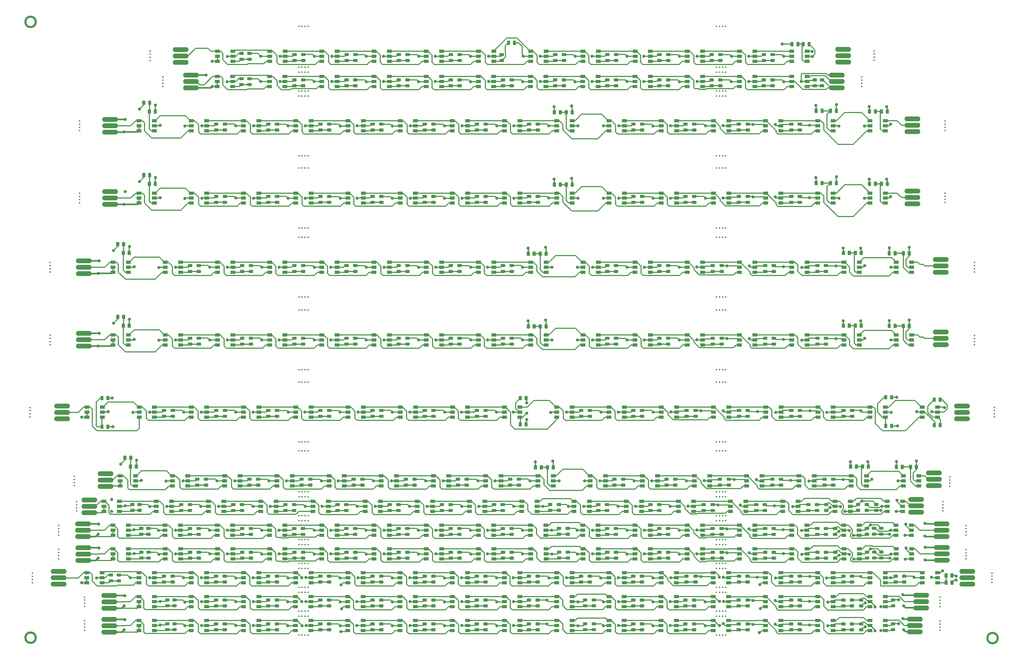
<source format=gbr>
G04 #@! TF.GenerationSoftware,KiCad,Pcbnew,(5.0.0-3-g5ebb6b6)*
G04 #@! TF.CreationDate,2019-02-22T00:56:02-08:00*
G04 #@! TF.ProjectId,Panel,50616E656C2E6B696361645F70636200,rev?*
G04 #@! TF.SameCoordinates,Original*
G04 #@! TF.FileFunction,Copper,L1,Top,Signal*
G04 #@! TF.FilePolarity,Positive*
%FSLAX45Y45*%
G04 Gerber Fmt 4.5, Leading zero omitted, Abs format (unit mm)*
G04 Created by KiCad (PCBNEW (5.0.0-3-g5ebb6b6)) date Friday, February 22, 2019 at 12:56:02 AM*
%MOMM*%
%LPD*%
G01*
G04 APERTURE LIST*
G04 #@! TA.AperFunction,EtchedComponent*
%ADD10C,0.381000*%
G04 #@! TD*
G04 #@! TA.AperFunction,ComponentPad*
%ADD11C,0.500000*%
G04 #@! TD*
G04 #@! TA.AperFunction,Conductor*
%ADD12C,0.050000*%
G04 #@! TD*
G04 #@! TA.AperFunction,SMDPad,CuDef*
%ADD13C,0.975000*%
G04 #@! TD*
G04 #@! TA.AperFunction,SMDPad,CuDef*
%ADD14R,1.500000X1.000000*%
G04 #@! TD*
G04 #@! TA.AperFunction,ComponentPad*
%ADD15O,5.080000X1.524000*%
G04 #@! TD*
G04 #@! TA.AperFunction,ViaPad*
%ADD16C,1.000000*%
G04 #@! TD*
G04 #@! TA.AperFunction,Conductor*
%ADD17C,0.300000*%
G04 #@! TD*
G04 #@! TA.AperFunction,Conductor*
%ADD18C,0.500000*%
G04 #@! TD*
G04 APERTURE END LIST*
D10*
G04 #@! TO.C,REF\002A\002A*
X34660470Y-23090000D02*
G75*
G03X34660470Y-23090000I-179070J0D01*
G01*
X34634308Y-23090000D02*
G75*
G03X34634308Y-23090000I-152908J0D01*
G01*
X3925708Y-23077300D02*
G75*
G03X3925708Y-23077300I-152908J0D01*
G01*
X3951870Y-23077300D02*
G75*
G03X3951870Y-23077300I-179070J0D01*
G01*
X3951870Y-3430400D02*
G75*
G03X3951870Y-3430400I-179070J0D01*
G01*
X3925708Y-3430400D02*
G75*
G03X3925708Y-3430400I-152908J0D01*
G01*
G04 #@! TD*
D11*
G04 #@! TO.P,REF\002A\002A,*
G04 #@! TO.N,*
X7995000Y-5490000D03*
X7995000Y-5390000D03*
X7995000Y-5190000D03*
X7995000Y-5290000D03*
G04 #@! TD*
G04 #@! TO.P,REF\002A\002A,*
G04 #@! TO.N,*
X32895000Y-18835000D03*
X32895000Y-18735000D03*
X32895000Y-18935000D03*
X32895000Y-19035000D03*
G04 #@! TD*
G04 #@! TO.P,REF\002A\002A,*
G04 #@! TO.N,*
X7585000Y-4460000D03*
X7585000Y-4360000D03*
X7585000Y-4560000D03*
X7585000Y-4660000D03*
G04 #@! TD*
G04 #@! TO.P,REF\002A\002A,*
G04 #@! TO.N,*
X5335000Y-6695000D03*
X5335000Y-6595000D03*
X5335000Y-6795000D03*
X5335000Y-6895000D03*
G04 #@! TD*
G04 #@! TO.P,REF\002A\002A,*
G04 #@! TO.N,*
X5335000Y-9000000D03*
X5335000Y-8900000D03*
X5335000Y-9100000D03*
X5335000Y-9200000D03*
G04 #@! TD*
G04 #@! TO.P,REF\002A\002A,*
G04 #@! TO.N,*
X4400000Y-11210000D03*
X4400000Y-11110000D03*
X4400000Y-11310000D03*
X4400000Y-11410000D03*
G04 #@! TD*
G04 #@! TO.P,REF\002A\002A,*
G04 #@! TO.N,*
X4400000Y-13530000D03*
X4400000Y-13430000D03*
X4400000Y-13630000D03*
X4400000Y-13730000D03*
G04 #@! TD*
G04 #@! TO.P,REF\002A\002A,*
G04 #@! TO.N,*
X3755000Y-15835000D03*
X3755000Y-15735000D03*
X3755000Y-15935000D03*
X3755000Y-16035000D03*
G04 #@! TD*
G04 #@! TO.P,REF\002A\002A,*
G04 #@! TO.N,*
X5165000Y-18030000D03*
X5165000Y-17930000D03*
X5165000Y-18130000D03*
X5165000Y-18230000D03*
G04 #@! TD*
G04 #@! TO.P,REF\002A\002A,*
G04 #@! TO.N,*
X5245000Y-18835000D03*
X5245000Y-18735000D03*
X5245000Y-18935000D03*
X5245000Y-19035000D03*
G04 #@! TD*
G04 #@! TO.P,REF\002A\002A,*
G04 #@! TO.N,*
X4665000Y-19600000D03*
X4665000Y-19500000D03*
X4665000Y-19700000D03*
X4665000Y-19800000D03*
G04 #@! TD*
G04 #@! TO.P,REF\002A\002A,*
G04 #@! TO.N,*
X4665000Y-20360000D03*
X4665000Y-20260000D03*
X4665000Y-20460000D03*
X4665000Y-20560000D03*
G04 #@! TD*
G04 #@! TO.P,REF\002A\002A,*
G04 #@! TO.N,*
X3830000Y-21125000D03*
X3830000Y-21025000D03*
X3830000Y-21225000D03*
X3830000Y-21325000D03*
G04 #@! TD*
G04 #@! TO.P,REF\002A\002A,*
G04 #@! TO.N,*
X5500000Y-21880000D03*
X5500000Y-21780000D03*
X5500000Y-21980000D03*
X5500000Y-22080000D03*
G04 #@! TD*
G04 #@! TO.P,REF\002A\002A,*
G04 #@! TO.N,*
X5500000Y-22640000D03*
X5500000Y-22540000D03*
X5500000Y-22740000D03*
X5500000Y-22840000D03*
G04 #@! TD*
G04 #@! TO.P,REF\002A\002A,*
G04 #@! TO.N,*
X32800000Y-22645000D03*
X32800000Y-22545000D03*
X32800000Y-22745000D03*
X32800000Y-22845000D03*
G04 #@! TD*
G04 #@! TO.P,REF\002A\002A,*
G04 #@! TO.N,*
X32800000Y-21885000D03*
X32800000Y-21785000D03*
X32800000Y-21985000D03*
X32800000Y-22085000D03*
G04 #@! TD*
G04 #@! TO.P,REF\002A\002A,*
G04 #@! TO.N,*
X34465000Y-21115000D03*
X34465000Y-21015000D03*
X34465000Y-21215000D03*
X34465000Y-21315000D03*
G04 #@! TD*
G04 #@! TO.P,REF\002A\002A,*
G04 #@! TO.N,*
X33635000Y-20365000D03*
X33635000Y-20265000D03*
X33635000Y-20465000D03*
X33635000Y-20565000D03*
G04 #@! TD*
G04 #@! TO.P,REF\002A\002A,*
G04 #@! TO.N,*
X33635000Y-19600000D03*
X33635000Y-19500000D03*
X33635000Y-19700000D03*
X33635000Y-19800000D03*
G04 #@! TD*
G04 #@! TO.P,REF\002A\002A,*
G04 #@! TO.N,*
X33120000Y-18045000D03*
X33120000Y-17945000D03*
X33120000Y-18145000D03*
X33120000Y-18245000D03*
G04 #@! TD*
G04 #@! TO.P,REF\002A\002A,*
G04 #@! TO.N,*
X34540000Y-15830000D03*
X34540000Y-15730000D03*
X34540000Y-15930000D03*
X34540000Y-16030000D03*
G04 #@! TD*
G04 #@! TO.P,REF\002A\002A,*
G04 #@! TO.N,*
X33900000Y-13535000D03*
X33900000Y-13435000D03*
X33900000Y-13635000D03*
X33900000Y-13735000D03*
G04 #@! TD*
G04 #@! TO.P,REF\002A\002A,*
G04 #@! TO.N,*
X33900000Y-11210000D03*
X33900000Y-11110000D03*
X33900000Y-11310000D03*
X33900000Y-11410000D03*
G04 #@! TD*
G04 #@! TO.P,REF\002A\002A,*
G04 #@! TO.N,*
X32960000Y-8995000D03*
X32960000Y-8895000D03*
X32960000Y-9095000D03*
X32960000Y-9195000D03*
G04 #@! TD*
G04 #@! TO.P,REF\002A\002A,*
G04 #@! TO.N,*
X32960000Y-6695000D03*
X32960000Y-6595000D03*
X32960000Y-6795000D03*
X32960000Y-6895000D03*
G04 #@! TD*
G04 #@! TO.P,REF\002A\002A,*
G04 #@! TO.N,*
X30305000Y-5290000D03*
X30305000Y-5190000D03*
X30305000Y-5390000D03*
X30305000Y-5490000D03*
G04 #@! TD*
G04 #@! TO.P,REF\002A\002A,*
G04 #@! TO.N,*
X30705000Y-4455000D03*
X30705000Y-4355000D03*
X30705000Y-4555000D03*
X30705000Y-4655000D03*
G04 #@! TD*
G04 #@! TO.P,REF\002A\002A,*
G04 #@! TO.N,*
X25865000Y-22990000D03*
X25965000Y-22990000D03*
X25765000Y-22990000D03*
X25665000Y-22990000D03*
G04 #@! TD*
G04 #@! TO.P,REF\002A\002A,*
G04 #@! TO.N,*
X12535000Y-22990000D03*
X12635000Y-22990000D03*
X12435000Y-22990000D03*
X12335000Y-22990000D03*
G04 #@! TD*
G04 #@! TO.P,REF\002A\002A,*
G04 #@! TO.N,*
X25865000Y-22390000D03*
X25965000Y-22390000D03*
X25765000Y-22390000D03*
X25665000Y-22390000D03*
G04 #@! TD*
G04 #@! TO.P,REF\002A\002A,*
G04 #@! TO.N,*
X12535000Y-22390000D03*
X12635000Y-22390000D03*
X12435000Y-22390000D03*
X12335000Y-22390000D03*
G04 #@! TD*
G04 #@! TO.P,REF\002A\002A,*
G04 #@! TO.N,*
X25865000Y-22230000D03*
X25965000Y-22230000D03*
X25765000Y-22230000D03*
X25665000Y-22230000D03*
G04 #@! TD*
G04 #@! TO.P,REF\002A\002A,*
G04 #@! TO.N,*
X12535000Y-22230000D03*
X12635000Y-22230000D03*
X12435000Y-22230000D03*
X12335000Y-22230000D03*
G04 #@! TD*
G04 #@! TO.P,REF\002A\002A,*
G04 #@! TO.N,*
X25865000Y-21630000D03*
X25965000Y-21630000D03*
X25765000Y-21630000D03*
X25665000Y-21630000D03*
G04 #@! TD*
G04 #@! TO.P,REF\002A\002A,*
G04 #@! TO.N,*
X12535000Y-21630000D03*
X12635000Y-21630000D03*
X12435000Y-21630000D03*
X12335000Y-21630000D03*
G04 #@! TD*
G04 #@! TO.P,REF\002A\002A,*
G04 #@! TO.N,*
X25865000Y-21470000D03*
X25965000Y-21470000D03*
X25765000Y-21470000D03*
X25665000Y-21470000D03*
G04 #@! TD*
G04 #@! TO.P,REF\002A\002A,*
G04 #@! TO.N,*
X12535000Y-21470000D03*
X12635000Y-21470000D03*
X12435000Y-21470000D03*
X12335000Y-21470000D03*
G04 #@! TD*
G04 #@! TO.P,REF\002A\002A,*
G04 #@! TO.N,*
X12535000Y-20865000D03*
X12635000Y-20865000D03*
X12435000Y-20865000D03*
X12335000Y-20865000D03*
G04 #@! TD*
G04 #@! TO.P,REF\002A\002A,*
G04 #@! TO.N,*
X25865000Y-20865000D03*
X25965000Y-20865000D03*
X25765000Y-20865000D03*
X25665000Y-20865000D03*
G04 #@! TD*
G04 #@! TO.P,REF\002A\002A,*
G04 #@! TO.N,*
X12535000Y-20710000D03*
X12635000Y-20710000D03*
X12435000Y-20710000D03*
X12335000Y-20710000D03*
G04 #@! TD*
G04 #@! TO.P,REF\002A\002A,*
G04 #@! TO.N,*
X25865000Y-20710000D03*
X25965000Y-20710000D03*
X25765000Y-20710000D03*
X25665000Y-20710000D03*
G04 #@! TD*
G04 #@! TO.P,REF\002A\002A,*
G04 #@! TO.N,*
X12535000Y-20110000D03*
X12635000Y-20110000D03*
X12435000Y-20110000D03*
X12335000Y-20110000D03*
G04 #@! TD*
G04 #@! TO.P,REF\002A\002A,*
G04 #@! TO.N,*
X25865000Y-20110000D03*
X25965000Y-20110000D03*
X25765000Y-20110000D03*
X25665000Y-20110000D03*
G04 #@! TD*
G04 #@! TO.P,REF\002A\002A,*
G04 #@! TO.N,*
X12535000Y-19945000D03*
X12635000Y-19945000D03*
X12435000Y-19945000D03*
X12335000Y-19945000D03*
G04 #@! TD*
G04 #@! TO.P,REF\002A\002A,*
G04 #@! TO.N,*
X25865000Y-19945000D03*
X25965000Y-19945000D03*
X25765000Y-19945000D03*
X25665000Y-19945000D03*
G04 #@! TD*
G04 #@! TO.P,REF\002A\002A,*
G04 #@! TO.N,*
X12535000Y-19345000D03*
X12635000Y-19345000D03*
X12435000Y-19345000D03*
X12335000Y-19345000D03*
G04 #@! TD*
G04 #@! TO.P,REF\002A\002A,*
G04 #@! TO.N,*
X25865000Y-19345000D03*
X25965000Y-19345000D03*
X25765000Y-19345000D03*
X25665000Y-19345000D03*
G04 #@! TD*
G04 #@! TO.P,REF\002A\002A,*
G04 #@! TO.N,*
X12535000Y-19185000D03*
X12635000Y-19185000D03*
X12435000Y-19185000D03*
X12335000Y-19185000D03*
G04 #@! TD*
G04 #@! TO.P,REF\002A\002A,*
G04 #@! TO.N,*
X25865000Y-19185000D03*
X25965000Y-19185000D03*
X25765000Y-19185000D03*
X25665000Y-19185000D03*
G04 #@! TD*
G04 #@! TO.P,REF\002A\002A,*
G04 #@! TO.N,*
X12535000Y-18585000D03*
X12635000Y-18585000D03*
X12435000Y-18585000D03*
X12335000Y-18585000D03*
G04 #@! TD*
G04 #@! TO.P,REF\002A\002A,*
G04 #@! TO.N,*
X25865000Y-18585000D03*
X25965000Y-18585000D03*
X25765000Y-18585000D03*
X25665000Y-18585000D03*
G04 #@! TD*
G04 #@! TO.P,REF\002A\002A,*
G04 #@! TO.N,*
X12535000Y-18425000D03*
X12635000Y-18425000D03*
X12435000Y-18425000D03*
X12335000Y-18425000D03*
G04 #@! TD*
G04 #@! TO.P,REF\002A\002A,*
G04 #@! TO.N,*
X25865000Y-18425000D03*
X25965000Y-18425000D03*
X25765000Y-18425000D03*
X25665000Y-18425000D03*
G04 #@! TD*
G04 #@! TO.P,REF\002A\002A,*
G04 #@! TO.N,*
X12535000Y-17120000D03*
X12635000Y-17120000D03*
X12435000Y-17120000D03*
X12335000Y-17120000D03*
G04 #@! TD*
G04 #@! TO.P,REF\002A\002A,*
G04 #@! TO.N,*
X25865000Y-17120000D03*
X25965000Y-17120000D03*
X25765000Y-17120000D03*
X25665000Y-17120000D03*
G04 #@! TD*
G04 #@! TO.P,REF\002A\002A,*
G04 #@! TO.N,*
X12535000Y-16830000D03*
X12635000Y-16830000D03*
X12435000Y-16830000D03*
X12335000Y-16830000D03*
G04 #@! TD*
G04 #@! TO.P,REF\002A\002A,*
G04 #@! TO.N,*
X25865000Y-16830000D03*
X25965000Y-16830000D03*
X25765000Y-16830000D03*
X25665000Y-16830000D03*
G04 #@! TD*
G04 #@! TO.P,REF\002A\002A,*
G04 #@! TO.N,*
X25865000Y-14925000D03*
X25965000Y-14925000D03*
X25765000Y-14925000D03*
X25665000Y-14925000D03*
G04 #@! TD*
G04 #@! TO.P,REF\002A\002A,*
G04 #@! TO.N,*
X12535000Y-14925000D03*
X12635000Y-14925000D03*
X12435000Y-14925000D03*
X12335000Y-14925000D03*
G04 #@! TD*
G04 #@! TO.P,REF\002A\002A,*
G04 #@! TO.N,*
X12535000Y-14530000D03*
X12635000Y-14530000D03*
X12435000Y-14530000D03*
X12335000Y-14530000D03*
G04 #@! TD*
G04 #@! TO.P,REF\002A\002A,*
G04 #@! TO.N,*
X25865000Y-14530000D03*
X25965000Y-14530000D03*
X25765000Y-14530000D03*
X25665000Y-14530000D03*
G04 #@! TD*
G04 #@! TO.P,REF\002A\002A,*
G04 #@! TO.N,*
X12535000Y-12625000D03*
X12635000Y-12625000D03*
X12435000Y-12625000D03*
X12335000Y-12625000D03*
G04 #@! TD*
G04 #@! TO.P,REF\002A\002A,*
G04 #@! TO.N,*
X25865000Y-12625000D03*
X25965000Y-12625000D03*
X25765000Y-12625000D03*
X25665000Y-12625000D03*
G04 #@! TD*
G04 #@! TO.P,REF\002A\002A,*
G04 #@! TO.N,*
X12535000Y-12205000D03*
X12635000Y-12205000D03*
X12435000Y-12205000D03*
X12335000Y-12205000D03*
G04 #@! TD*
G04 #@! TO.P,REF\002A\002A,*
G04 #@! TO.N,*
X25865000Y-12205000D03*
X25965000Y-12205000D03*
X25765000Y-12205000D03*
X25665000Y-12205000D03*
G04 #@! TD*
G04 #@! TO.P,REF\002A\002A,*
G04 #@! TO.N,*
X12535000Y-10300000D03*
X12635000Y-10300000D03*
X12435000Y-10300000D03*
X12335000Y-10300000D03*
G04 #@! TD*
G04 #@! TO.P,REF\002A\002A,*
G04 #@! TO.N,*
X25865000Y-10300000D03*
X25965000Y-10300000D03*
X25765000Y-10300000D03*
X25665000Y-10300000D03*
G04 #@! TD*
G04 #@! TO.P,REF\002A\002A,*
G04 #@! TO.N,*
X12535000Y-10005000D03*
X12635000Y-10005000D03*
X12435000Y-10005000D03*
X12335000Y-10005000D03*
G04 #@! TD*
G04 #@! TO.P,REF\002A\002A,*
G04 #@! TO.N,*
X25865000Y-10005000D03*
X25965000Y-10005000D03*
X25765000Y-10005000D03*
X25665000Y-10005000D03*
G04 #@! TD*
G04 #@! TO.P,REF\002A\002A,*
G04 #@! TO.N,*
X12535000Y-8095000D03*
X12635000Y-8095000D03*
X12435000Y-8095000D03*
X12335000Y-8095000D03*
G04 #@! TD*
G04 #@! TO.P,REF\002A\002A,*
G04 #@! TO.N,*
X25865000Y-8095000D03*
X25965000Y-8095000D03*
X25765000Y-8095000D03*
X25665000Y-8095000D03*
G04 #@! TD*
G04 #@! TO.P,REF\002A\002A,*
G04 #@! TO.N,*
X12535000Y-7700000D03*
X12635000Y-7700000D03*
X12435000Y-7700000D03*
X12335000Y-7700000D03*
G04 #@! TD*
G04 #@! TO.P,REF\002A\002A,*
G04 #@! TO.N,*
X25865000Y-7700000D03*
X25965000Y-7700000D03*
X25765000Y-7700000D03*
X25665000Y-7700000D03*
G04 #@! TD*
G04 #@! TO.P,REF\002A\002A,*
G04 #@! TO.N,*
X12535000Y-5795000D03*
X12635000Y-5795000D03*
X12435000Y-5795000D03*
X12335000Y-5795000D03*
G04 #@! TD*
G04 #@! TO.P,REF\002A\002A,*
G04 #@! TO.N,*
X25865000Y-5795000D03*
X25965000Y-5795000D03*
X25765000Y-5795000D03*
X25665000Y-5795000D03*
G04 #@! TD*
G04 #@! TO.P,REF\002A\002A,*
G04 #@! TO.N,*
X12535000Y-5640000D03*
X12635000Y-5640000D03*
X12435000Y-5640000D03*
X12335000Y-5640000D03*
G04 #@! TD*
G04 #@! TO.P,REF\002A\002A,*
G04 #@! TO.N,*
X25865000Y-5640000D03*
X25965000Y-5640000D03*
X25765000Y-5640000D03*
X25665000Y-5640000D03*
G04 #@! TD*
G04 #@! TO.P,REF\002A\002A,*
G04 #@! TO.N,*
X12535000Y-5035000D03*
X12635000Y-5035000D03*
X12435000Y-5035000D03*
X12335000Y-5035000D03*
G04 #@! TD*
G04 #@! TO.P,REF\002A\002A,*
G04 #@! TO.N,*
X25865000Y-5035000D03*
X25965000Y-5035000D03*
X25765000Y-5035000D03*
X25665000Y-5035000D03*
G04 #@! TD*
G04 #@! TO.P,REF\002A\002A,*
G04 #@! TO.N,*
X12535000Y-4875000D03*
X12635000Y-4875000D03*
X12435000Y-4875000D03*
X12335000Y-4875000D03*
G04 #@! TD*
G04 #@! TO.P,REF\002A\002A,*
G04 #@! TO.N,*
X25865000Y-4875000D03*
X25965000Y-4875000D03*
X25765000Y-4875000D03*
X25665000Y-4875000D03*
G04 #@! TD*
G04 #@! TO.P,REF\002A\002A,*
G04 #@! TO.N,*
X25865000Y-3570000D03*
X25965000Y-3570000D03*
X25765000Y-3570000D03*
X25665000Y-3570000D03*
G04 #@! TD*
G04 #@! TO.P,REF\002A\002A,*
G04 #@! TO.N,*
X12535000Y-3570000D03*
X12635000Y-3570000D03*
X12435000Y-3570000D03*
X12335000Y-3570000D03*
G04 #@! TD*
D12*
G04 #@! TO.N,Net-(C14-Pad1)*
G04 #@! TO.C,R14*
G36*
X28101897Y-21253395D02*
X28104263Y-21253746D01*
X28106583Y-21254328D01*
X28108835Y-21255133D01*
X28110998Y-21256156D01*
X28113050Y-21257386D01*
X28114971Y-21258811D01*
X28116743Y-21260417D01*
X28118350Y-21262190D01*
X28119775Y-21264111D01*
X28121004Y-21266163D01*
X28122027Y-21268325D01*
X28122833Y-21270577D01*
X28123414Y-21272898D01*
X28123765Y-21275264D01*
X28123883Y-21277653D01*
X28123883Y-21326403D01*
X28123765Y-21328792D01*
X28123414Y-21331158D01*
X28122833Y-21333479D01*
X28122027Y-21335731D01*
X28121004Y-21337893D01*
X28119775Y-21339945D01*
X28118350Y-21341866D01*
X28116743Y-21343639D01*
X28114971Y-21345245D01*
X28113050Y-21346670D01*
X28110998Y-21347900D01*
X28108835Y-21348923D01*
X28106583Y-21349728D01*
X28104263Y-21350310D01*
X28101897Y-21350661D01*
X28099508Y-21350778D01*
X28008258Y-21350778D01*
X28005868Y-21350661D01*
X28003502Y-21350310D01*
X28001182Y-21349728D01*
X27998930Y-21348923D01*
X27996767Y-21347900D01*
X27994716Y-21346670D01*
X27992794Y-21345245D01*
X27991022Y-21343639D01*
X27989415Y-21341866D01*
X27987990Y-21339945D01*
X27986761Y-21337893D01*
X27985738Y-21335731D01*
X27984932Y-21333479D01*
X27984351Y-21331158D01*
X27984000Y-21328792D01*
X27983883Y-21326403D01*
X27983883Y-21277653D01*
X27984000Y-21275264D01*
X27984351Y-21272898D01*
X27984932Y-21270577D01*
X27985738Y-21268325D01*
X27986761Y-21266163D01*
X27987990Y-21264111D01*
X27989415Y-21262190D01*
X27991022Y-21260417D01*
X27992794Y-21258811D01*
X27994716Y-21257386D01*
X27996767Y-21256156D01*
X27998930Y-21255133D01*
X28001182Y-21254328D01*
X28003502Y-21253746D01*
X28005868Y-21253395D01*
X28008258Y-21253278D01*
X28099508Y-21253278D01*
X28101897Y-21253395D01*
X28101897Y-21253395D01*
G37*
D13*
G04 #@! TD*
G04 #@! TO.P,R14,2*
G04 #@! TO.N,Net-(C14-Pad1)*
X28053883Y-21302028D03*
D12*
G04 #@! TO.N,+5V*
G04 #@! TO.C,R14*
G36*
X28101897Y-21065895D02*
X28104263Y-21066246D01*
X28106583Y-21066828D01*
X28108835Y-21067633D01*
X28110998Y-21068656D01*
X28113050Y-21069886D01*
X28114971Y-21071311D01*
X28116743Y-21072917D01*
X28118350Y-21074690D01*
X28119775Y-21076611D01*
X28121004Y-21078663D01*
X28122027Y-21080825D01*
X28122833Y-21083077D01*
X28123414Y-21085398D01*
X28123765Y-21087764D01*
X28123883Y-21090153D01*
X28123883Y-21138903D01*
X28123765Y-21141292D01*
X28123414Y-21143658D01*
X28122833Y-21145979D01*
X28122027Y-21148231D01*
X28121004Y-21150393D01*
X28119775Y-21152445D01*
X28118350Y-21154366D01*
X28116743Y-21156139D01*
X28114971Y-21157745D01*
X28113050Y-21159170D01*
X28110998Y-21160400D01*
X28108835Y-21161423D01*
X28106583Y-21162228D01*
X28104263Y-21162810D01*
X28101897Y-21163161D01*
X28099508Y-21163278D01*
X28008258Y-21163278D01*
X28005868Y-21163161D01*
X28003502Y-21162810D01*
X28001182Y-21162228D01*
X27998930Y-21161423D01*
X27996767Y-21160400D01*
X27994716Y-21159170D01*
X27992794Y-21157745D01*
X27991022Y-21156139D01*
X27989415Y-21154366D01*
X27987990Y-21152445D01*
X27986761Y-21150393D01*
X27985738Y-21148231D01*
X27984932Y-21145979D01*
X27984351Y-21143658D01*
X27984000Y-21141292D01*
X27983883Y-21138903D01*
X27983883Y-21090153D01*
X27984000Y-21087764D01*
X27984351Y-21085398D01*
X27984932Y-21083077D01*
X27985738Y-21080825D01*
X27986761Y-21078663D01*
X27987990Y-21076611D01*
X27989415Y-21074690D01*
X27991022Y-21072917D01*
X27992794Y-21071311D01*
X27994716Y-21069886D01*
X27996767Y-21068656D01*
X27998930Y-21067633D01*
X28001182Y-21066828D01*
X28003502Y-21066246D01*
X28005868Y-21065895D01*
X28008258Y-21065778D01*
X28099508Y-21065778D01*
X28101897Y-21065895D01*
X28101897Y-21065895D01*
G37*
D13*
G04 #@! TD*
G04 #@! TO.P,R14,1*
G04 #@! TO.N,+5V*
X28053883Y-21114528D03*
D12*
G04 #@! TO.N,GND*
G04 #@! TO.C,C16*
G36*
X31709296Y-21065895D02*
X31711662Y-21066246D01*
X31713982Y-21066828D01*
X31716235Y-21067633D01*
X31718397Y-21068656D01*
X31720449Y-21069886D01*
X31722370Y-21071311D01*
X31724142Y-21072917D01*
X31725749Y-21074690D01*
X31727174Y-21076611D01*
X31728404Y-21078663D01*
X31729426Y-21080825D01*
X31730232Y-21083077D01*
X31730813Y-21085398D01*
X31731164Y-21087764D01*
X31731282Y-21090153D01*
X31731282Y-21138903D01*
X31731164Y-21141292D01*
X31730813Y-21143658D01*
X31730232Y-21145979D01*
X31729426Y-21148231D01*
X31728404Y-21150393D01*
X31727174Y-21152445D01*
X31725749Y-21154366D01*
X31724142Y-21156139D01*
X31722370Y-21157745D01*
X31720449Y-21159170D01*
X31718397Y-21160400D01*
X31716235Y-21161423D01*
X31713982Y-21162228D01*
X31711662Y-21162810D01*
X31709296Y-21163161D01*
X31706907Y-21163278D01*
X31615657Y-21163278D01*
X31613268Y-21163161D01*
X31610901Y-21162810D01*
X31608581Y-21162228D01*
X31606329Y-21161423D01*
X31604166Y-21160400D01*
X31602115Y-21159170D01*
X31600193Y-21157745D01*
X31598421Y-21156139D01*
X31596815Y-21154366D01*
X31595390Y-21152445D01*
X31594160Y-21150393D01*
X31593137Y-21148231D01*
X31592331Y-21145979D01*
X31591750Y-21143658D01*
X31591399Y-21141292D01*
X31591282Y-21138903D01*
X31591282Y-21090153D01*
X31591399Y-21087764D01*
X31591750Y-21085398D01*
X31592331Y-21083077D01*
X31593137Y-21080825D01*
X31594160Y-21078663D01*
X31595390Y-21076611D01*
X31596815Y-21074690D01*
X31598421Y-21072917D01*
X31600193Y-21071311D01*
X31602115Y-21069886D01*
X31604166Y-21068656D01*
X31606329Y-21067633D01*
X31608581Y-21066828D01*
X31610901Y-21066246D01*
X31613268Y-21065895D01*
X31615657Y-21065778D01*
X31706907Y-21065778D01*
X31709296Y-21065895D01*
X31709296Y-21065895D01*
G37*
D13*
G04 #@! TD*
G04 #@! TO.P,C16,2*
G04 #@! TO.N,GND*
X31661282Y-21114528D03*
D12*
G04 #@! TO.N,Net-(C16-Pad1)*
G04 #@! TO.C,C16*
G36*
X31709296Y-21253395D02*
X31711662Y-21253746D01*
X31713982Y-21254328D01*
X31716235Y-21255133D01*
X31718397Y-21256156D01*
X31720449Y-21257386D01*
X31722370Y-21258811D01*
X31724142Y-21260417D01*
X31725749Y-21262190D01*
X31727174Y-21264111D01*
X31728404Y-21266163D01*
X31729426Y-21268325D01*
X31730232Y-21270577D01*
X31730813Y-21272898D01*
X31731164Y-21275264D01*
X31731282Y-21277653D01*
X31731282Y-21326403D01*
X31731164Y-21328792D01*
X31730813Y-21331158D01*
X31730232Y-21333479D01*
X31729426Y-21335731D01*
X31728404Y-21337893D01*
X31727174Y-21339945D01*
X31725749Y-21341866D01*
X31724142Y-21343639D01*
X31722370Y-21345245D01*
X31720449Y-21346670D01*
X31718397Y-21347900D01*
X31716235Y-21348923D01*
X31713982Y-21349728D01*
X31711662Y-21350310D01*
X31709296Y-21350661D01*
X31706907Y-21350778D01*
X31615657Y-21350778D01*
X31613268Y-21350661D01*
X31610901Y-21350310D01*
X31608581Y-21349728D01*
X31606329Y-21348923D01*
X31604166Y-21347900D01*
X31602115Y-21346670D01*
X31600193Y-21345245D01*
X31598421Y-21343639D01*
X31596815Y-21341866D01*
X31595390Y-21339945D01*
X31594160Y-21337893D01*
X31593137Y-21335731D01*
X31592331Y-21333479D01*
X31591750Y-21331158D01*
X31591399Y-21328792D01*
X31591282Y-21326403D01*
X31591282Y-21277653D01*
X31591399Y-21275264D01*
X31591750Y-21272898D01*
X31592331Y-21270577D01*
X31593137Y-21268325D01*
X31594160Y-21266163D01*
X31595390Y-21264111D01*
X31596815Y-21262190D01*
X31598421Y-21260417D01*
X31600193Y-21258811D01*
X31602115Y-21257386D01*
X31604166Y-21256156D01*
X31606329Y-21255133D01*
X31608581Y-21254328D01*
X31610901Y-21253746D01*
X31613268Y-21253395D01*
X31615657Y-21253278D01*
X31706907Y-21253278D01*
X31709296Y-21253395D01*
X31709296Y-21253395D01*
G37*
D13*
G04 #@! TD*
G04 #@! TO.P,C16,1*
G04 #@! TO.N,Net-(C16-Pad1)*
X31661282Y-21302028D03*
D14*
G04 #@! TO.P,D17,4*
G04 #@! TO.N,Net-(D16-Pad3)*
X32233999Y-21007662D03*
G04 #@! TO.P,D17,5*
G04 #@! TO.N,GND*
X32233999Y-21167662D03*
G04 #@! TO.P,D17,6*
G04 #@! TO.N,Net-(D15-Pad3)*
X32233999Y-21327662D03*
G04 #@! TO.P,D17,3*
G04 #@! TO.N,Net-(D17-Pad3)*
X32723999Y-21007662D03*
G04 #@! TO.P,D17,2*
G04 #@! TO.N,+5V*
X32723999Y-21167662D03*
G04 #@! TO.P,D17,1*
G04 #@! TO.N,Net-(C17-Pad1)*
X32723999Y-21327662D03*
G04 #@! TD*
G04 #@! TO.P,D16,1*
G04 #@! TO.N,Net-(C16-Pad1)*
X31057332Y-21327662D03*
G04 #@! TO.P,D16,2*
G04 #@! TO.N,+5V*
X31057332Y-21167662D03*
G04 #@! TO.P,D16,3*
G04 #@! TO.N,Net-(D16-Pad3)*
X31057332Y-21007662D03*
G04 #@! TO.P,D16,6*
G04 #@! TO.N,Net-(D14-Pad3)*
X30567332Y-21327662D03*
G04 #@! TO.P,D16,5*
G04 #@! TO.N,GND*
X30567332Y-21167662D03*
G04 #@! TO.P,D16,4*
G04 #@! TO.N,Net-(D15-Pad3)*
X30567332Y-21007662D03*
G04 #@! TD*
G04 #@! TO.P,D15,4*
G04 #@! TO.N,Net-(D14-Pad3)*
X28900666Y-21007662D03*
G04 #@! TO.P,D15,5*
G04 #@! TO.N,GND*
X28900666Y-21167662D03*
G04 #@! TO.P,D15,6*
G04 #@! TO.N,Net-(D13-Pad3)*
X28900666Y-21327662D03*
G04 #@! TO.P,D15,3*
G04 #@! TO.N,Net-(D15-Pad3)*
X29390666Y-21007662D03*
G04 #@! TO.P,D15,2*
G04 #@! TO.N,+5V*
X29390666Y-21167662D03*
G04 #@! TO.P,D15,1*
G04 #@! TO.N,Net-(C15-Pad1)*
X29390666Y-21327662D03*
G04 #@! TD*
G04 #@! TO.P,D14,1*
G04 #@! TO.N,Net-(C14-Pad1)*
X27723999Y-21327662D03*
G04 #@! TO.P,D14,2*
G04 #@! TO.N,+5V*
X27723999Y-21167662D03*
G04 #@! TO.P,D14,3*
G04 #@! TO.N,Net-(D14-Pad3)*
X27723999Y-21007662D03*
G04 #@! TO.P,D14,6*
G04 #@! TO.N,Net-(D12-Pad3)*
X27233999Y-21327662D03*
G04 #@! TO.P,D14,5*
G04 #@! TO.N,GND*
X27233999Y-21167662D03*
G04 #@! TO.P,D14,4*
G04 #@! TO.N,Net-(D13-Pad3)*
X27233999Y-21007662D03*
G04 #@! TD*
G04 #@! TO.P,D13,4*
G04 #@! TO.N,Net-(D12-Pad3)*
X25567333Y-21007662D03*
G04 #@! TO.P,D13,5*
G04 #@! TO.N,GND*
X25567333Y-21167662D03*
G04 #@! TO.P,D13,6*
G04 #@! TO.N,Net-(D11-Pad3)*
X25567333Y-21327662D03*
G04 #@! TO.P,D13,3*
G04 #@! TO.N,Net-(D13-Pad3)*
X26057333Y-21007662D03*
G04 #@! TO.P,D13,2*
G04 #@! TO.N,+5V*
X26057333Y-21167662D03*
G04 #@! TO.P,D13,1*
G04 #@! TO.N,Net-(C13-Pad1)*
X26057333Y-21327662D03*
G04 #@! TD*
D12*
G04 #@! TO.N,+5V*
G04 #@! TO.C,R13*
G36*
X26435230Y-21065895D02*
X26437596Y-21066246D01*
X26439917Y-21066828D01*
X26442169Y-21067633D01*
X26444331Y-21068656D01*
X26446383Y-21069886D01*
X26448304Y-21071311D01*
X26450077Y-21072917D01*
X26451683Y-21074690D01*
X26453108Y-21076611D01*
X26454338Y-21078663D01*
X26455361Y-21080825D01*
X26456166Y-21083077D01*
X26456748Y-21085398D01*
X26457099Y-21087764D01*
X26457216Y-21090153D01*
X26457216Y-21138903D01*
X26457099Y-21141292D01*
X26456748Y-21143658D01*
X26456166Y-21145979D01*
X26455361Y-21148231D01*
X26454338Y-21150393D01*
X26453108Y-21152445D01*
X26451683Y-21154366D01*
X26450077Y-21156139D01*
X26448304Y-21157745D01*
X26446383Y-21159170D01*
X26444331Y-21160400D01*
X26442169Y-21161423D01*
X26439917Y-21162228D01*
X26437596Y-21162810D01*
X26435230Y-21163161D01*
X26432841Y-21163278D01*
X26341591Y-21163278D01*
X26339202Y-21163161D01*
X26336836Y-21162810D01*
X26334515Y-21162228D01*
X26332263Y-21161423D01*
X26330101Y-21160400D01*
X26328049Y-21159170D01*
X26326128Y-21157745D01*
X26324355Y-21156139D01*
X26322749Y-21154366D01*
X26321324Y-21152445D01*
X26320094Y-21150393D01*
X26319071Y-21148231D01*
X26318266Y-21145979D01*
X26317684Y-21143658D01*
X26317333Y-21141292D01*
X26317216Y-21138903D01*
X26317216Y-21090153D01*
X26317333Y-21087764D01*
X26317684Y-21085398D01*
X26318266Y-21083077D01*
X26319071Y-21080825D01*
X26320094Y-21078663D01*
X26321324Y-21076611D01*
X26322749Y-21074690D01*
X26324355Y-21072917D01*
X26326128Y-21071311D01*
X26328049Y-21069886D01*
X26330101Y-21068656D01*
X26332263Y-21067633D01*
X26334515Y-21066828D01*
X26336836Y-21066246D01*
X26339202Y-21065895D01*
X26341591Y-21065778D01*
X26432841Y-21065778D01*
X26435230Y-21065895D01*
X26435230Y-21065895D01*
G37*
D13*
G04 #@! TD*
G04 #@! TO.P,R13,1*
G04 #@! TO.N,+5V*
X26387216Y-21114528D03*
D12*
G04 #@! TO.N,Net-(C13-Pad1)*
G04 #@! TO.C,R13*
G36*
X26435230Y-21253395D02*
X26437596Y-21253746D01*
X26439917Y-21254328D01*
X26442169Y-21255133D01*
X26444331Y-21256156D01*
X26446383Y-21257386D01*
X26448304Y-21258811D01*
X26450077Y-21260417D01*
X26451683Y-21262190D01*
X26453108Y-21264111D01*
X26454338Y-21266163D01*
X26455361Y-21268325D01*
X26456166Y-21270577D01*
X26456748Y-21272898D01*
X26457099Y-21275264D01*
X26457216Y-21277653D01*
X26457216Y-21326403D01*
X26457099Y-21328792D01*
X26456748Y-21331158D01*
X26456166Y-21333479D01*
X26455361Y-21335731D01*
X26454338Y-21337893D01*
X26453108Y-21339945D01*
X26451683Y-21341866D01*
X26450077Y-21343639D01*
X26448304Y-21345245D01*
X26446383Y-21346670D01*
X26444331Y-21347900D01*
X26442169Y-21348923D01*
X26439917Y-21349728D01*
X26437596Y-21350310D01*
X26435230Y-21350661D01*
X26432841Y-21350778D01*
X26341591Y-21350778D01*
X26339202Y-21350661D01*
X26336836Y-21350310D01*
X26334515Y-21349728D01*
X26332263Y-21348923D01*
X26330101Y-21347900D01*
X26328049Y-21346670D01*
X26326128Y-21345245D01*
X26324355Y-21343639D01*
X26322749Y-21341866D01*
X26321324Y-21339945D01*
X26320094Y-21337893D01*
X26319071Y-21335731D01*
X26318266Y-21333479D01*
X26317684Y-21331158D01*
X26317333Y-21328792D01*
X26317216Y-21326403D01*
X26317216Y-21277653D01*
X26317333Y-21275264D01*
X26317684Y-21272898D01*
X26318266Y-21270577D01*
X26319071Y-21268325D01*
X26320094Y-21266163D01*
X26321324Y-21264111D01*
X26322749Y-21262190D01*
X26324355Y-21260417D01*
X26326128Y-21258811D01*
X26328049Y-21257386D01*
X26330101Y-21256156D01*
X26332263Y-21255133D01*
X26334515Y-21254328D01*
X26336836Y-21253746D01*
X26339202Y-21253395D01*
X26341591Y-21253278D01*
X26432841Y-21253278D01*
X26435230Y-21253395D01*
X26435230Y-21253395D01*
G37*
D13*
G04 #@! TD*
G04 #@! TO.P,R13,2*
G04 #@! TO.N,Net-(C13-Pad1)*
X26387216Y-21302028D03*
D12*
G04 #@! TO.N,Net-(C17-Pad1)*
G04 #@! TO.C,C17*
G36*
X33024814Y-21020817D02*
X33027180Y-21021168D01*
X33029501Y-21021750D01*
X33031753Y-21022555D01*
X33033915Y-21023578D01*
X33035967Y-21024808D01*
X33037888Y-21026233D01*
X33039661Y-21027839D01*
X33041267Y-21029612D01*
X33042692Y-21031533D01*
X33043922Y-21033585D01*
X33044945Y-21035747D01*
X33045750Y-21037999D01*
X33046332Y-21040320D01*
X33046683Y-21042686D01*
X33046800Y-21045075D01*
X33046800Y-21136325D01*
X33046683Y-21138714D01*
X33046332Y-21141080D01*
X33045750Y-21143401D01*
X33044945Y-21145653D01*
X33043922Y-21147815D01*
X33042692Y-21149867D01*
X33041267Y-21151788D01*
X33039661Y-21153561D01*
X33037888Y-21155167D01*
X33035967Y-21156592D01*
X33033915Y-21157822D01*
X33031753Y-21158845D01*
X33029501Y-21159650D01*
X33027180Y-21160232D01*
X33024814Y-21160583D01*
X33022425Y-21160700D01*
X32973675Y-21160700D01*
X32971286Y-21160583D01*
X32968920Y-21160232D01*
X32966599Y-21159650D01*
X32964347Y-21158845D01*
X32962185Y-21157822D01*
X32960133Y-21156592D01*
X32958212Y-21155167D01*
X32956439Y-21153561D01*
X32954833Y-21151788D01*
X32953408Y-21149867D01*
X32952178Y-21147815D01*
X32951155Y-21145653D01*
X32950350Y-21143401D01*
X32949768Y-21141080D01*
X32949417Y-21138714D01*
X32949300Y-21136325D01*
X32949300Y-21045075D01*
X32949417Y-21042686D01*
X32949768Y-21040320D01*
X32950350Y-21037999D01*
X32951155Y-21035747D01*
X32952178Y-21033585D01*
X32953408Y-21031533D01*
X32954833Y-21029612D01*
X32956439Y-21027839D01*
X32958212Y-21026233D01*
X32960133Y-21024808D01*
X32962185Y-21023578D01*
X32964347Y-21022555D01*
X32966599Y-21021750D01*
X32968920Y-21021168D01*
X32971286Y-21020817D01*
X32973675Y-21020700D01*
X33022425Y-21020700D01*
X33024814Y-21020817D01*
X33024814Y-21020817D01*
G37*
D13*
G04 #@! TD*
G04 #@! TO.P,C17,1*
G04 #@! TO.N,Net-(C17-Pad1)*
X32998050Y-21090700D03*
D12*
G04 #@! TO.N,GND*
G04 #@! TO.C,C17*
G36*
X33212314Y-21020817D02*
X33214680Y-21021168D01*
X33217001Y-21021750D01*
X33219253Y-21022555D01*
X33221415Y-21023578D01*
X33223467Y-21024808D01*
X33225388Y-21026233D01*
X33227161Y-21027839D01*
X33228767Y-21029612D01*
X33230192Y-21031533D01*
X33231422Y-21033585D01*
X33232445Y-21035747D01*
X33233250Y-21037999D01*
X33233832Y-21040320D01*
X33234183Y-21042686D01*
X33234300Y-21045075D01*
X33234300Y-21136325D01*
X33234183Y-21138714D01*
X33233832Y-21141080D01*
X33233250Y-21143401D01*
X33232445Y-21145653D01*
X33231422Y-21147815D01*
X33230192Y-21149867D01*
X33228767Y-21151788D01*
X33227161Y-21153561D01*
X33225388Y-21155167D01*
X33223467Y-21156592D01*
X33221415Y-21157822D01*
X33219253Y-21158845D01*
X33217001Y-21159650D01*
X33214680Y-21160232D01*
X33212314Y-21160583D01*
X33209925Y-21160700D01*
X33161175Y-21160700D01*
X33158786Y-21160583D01*
X33156420Y-21160232D01*
X33154099Y-21159650D01*
X33151847Y-21158845D01*
X33149685Y-21157822D01*
X33147633Y-21156592D01*
X33145712Y-21155167D01*
X33143939Y-21153561D01*
X33142333Y-21151788D01*
X33140908Y-21149867D01*
X33139678Y-21147815D01*
X33138655Y-21145653D01*
X33137850Y-21143401D01*
X33137268Y-21141080D01*
X33136917Y-21138714D01*
X33136800Y-21136325D01*
X33136800Y-21045075D01*
X33136917Y-21042686D01*
X33137268Y-21040320D01*
X33137850Y-21037999D01*
X33138655Y-21035747D01*
X33139678Y-21033585D01*
X33140908Y-21031533D01*
X33142333Y-21029612D01*
X33143939Y-21027839D01*
X33145712Y-21026233D01*
X33147633Y-21024808D01*
X33149685Y-21023578D01*
X33151847Y-21022555D01*
X33154099Y-21021750D01*
X33156420Y-21021168D01*
X33158786Y-21020817D01*
X33161175Y-21020700D01*
X33209925Y-21020700D01*
X33212314Y-21020817D01*
X33212314Y-21020817D01*
G37*
D13*
G04 #@! TD*
G04 #@! TO.P,C17,2*
G04 #@! TO.N,GND*
X33185550Y-21090700D03*
D12*
G04 #@! TO.N,Net-(C13-Pad1)*
G04 #@! TO.C,C13*
G36*
X26709296Y-21253395D02*
X26711662Y-21253746D01*
X26713983Y-21254328D01*
X26716235Y-21255133D01*
X26718397Y-21256156D01*
X26720449Y-21257386D01*
X26722370Y-21258811D01*
X26724143Y-21260417D01*
X26725749Y-21262190D01*
X26727174Y-21264111D01*
X26728404Y-21266163D01*
X26729427Y-21268325D01*
X26730232Y-21270577D01*
X26730814Y-21272898D01*
X26731165Y-21275264D01*
X26731282Y-21277653D01*
X26731282Y-21326403D01*
X26731165Y-21328792D01*
X26730814Y-21331158D01*
X26730232Y-21333479D01*
X26729427Y-21335731D01*
X26728404Y-21337893D01*
X26727174Y-21339945D01*
X26725749Y-21341866D01*
X26724143Y-21343639D01*
X26722370Y-21345245D01*
X26720449Y-21346670D01*
X26718397Y-21347900D01*
X26716235Y-21348923D01*
X26713983Y-21349728D01*
X26711662Y-21350310D01*
X26709296Y-21350661D01*
X26706907Y-21350778D01*
X26615657Y-21350778D01*
X26613268Y-21350661D01*
X26610902Y-21350310D01*
X26608581Y-21349728D01*
X26606329Y-21348923D01*
X26604167Y-21347900D01*
X26602115Y-21346670D01*
X26600194Y-21345245D01*
X26598421Y-21343639D01*
X26596815Y-21341866D01*
X26595390Y-21339945D01*
X26594160Y-21337893D01*
X26593137Y-21335731D01*
X26592332Y-21333479D01*
X26591750Y-21331158D01*
X26591399Y-21328792D01*
X26591282Y-21326403D01*
X26591282Y-21277653D01*
X26591399Y-21275264D01*
X26591750Y-21272898D01*
X26592332Y-21270577D01*
X26593137Y-21268325D01*
X26594160Y-21266163D01*
X26595390Y-21264111D01*
X26596815Y-21262190D01*
X26598421Y-21260417D01*
X26600194Y-21258811D01*
X26602115Y-21257386D01*
X26604167Y-21256156D01*
X26606329Y-21255133D01*
X26608581Y-21254328D01*
X26610902Y-21253746D01*
X26613268Y-21253395D01*
X26615657Y-21253278D01*
X26706907Y-21253278D01*
X26709296Y-21253395D01*
X26709296Y-21253395D01*
G37*
D13*
G04 #@! TD*
G04 #@! TO.P,C13,1*
G04 #@! TO.N,Net-(C13-Pad1)*
X26661282Y-21302028D03*
D12*
G04 #@! TO.N,GND*
G04 #@! TO.C,C13*
G36*
X26709296Y-21065895D02*
X26711662Y-21066246D01*
X26713983Y-21066828D01*
X26716235Y-21067633D01*
X26718397Y-21068656D01*
X26720449Y-21069886D01*
X26722370Y-21071311D01*
X26724143Y-21072917D01*
X26725749Y-21074690D01*
X26727174Y-21076611D01*
X26728404Y-21078663D01*
X26729427Y-21080825D01*
X26730232Y-21083077D01*
X26730814Y-21085398D01*
X26731165Y-21087764D01*
X26731282Y-21090153D01*
X26731282Y-21138903D01*
X26731165Y-21141292D01*
X26730814Y-21143658D01*
X26730232Y-21145979D01*
X26729427Y-21148231D01*
X26728404Y-21150393D01*
X26727174Y-21152445D01*
X26725749Y-21154366D01*
X26724143Y-21156139D01*
X26722370Y-21157745D01*
X26720449Y-21159170D01*
X26718397Y-21160400D01*
X26716235Y-21161423D01*
X26713983Y-21162228D01*
X26711662Y-21162810D01*
X26709296Y-21163161D01*
X26706907Y-21163278D01*
X26615657Y-21163278D01*
X26613268Y-21163161D01*
X26610902Y-21162810D01*
X26608581Y-21162228D01*
X26606329Y-21161423D01*
X26604167Y-21160400D01*
X26602115Y-21159170D01*
X26600194Y-21157745D01*
X26598421Y-21156139D01*
X26596815Y-21154366D01*
X26595390Y-21152445D01*
X26594160Y-21150393D01*
X26593137Y-21148231D01*
X26592332Y-21145979D01*
X26591750Y-21143658D01*
X26591399Y-21141292D01*
X26591282Y-21138903D01*
X26591282Y-21090153D01*
X26591399Y-21087764D01*
X26591750Y-21085398D01*
X26592332Y-21083077D01*
X26593137Y-21080825D01*
X26594160Y-21078663D01*
X26595390Y-21076611D01*
X26596815Y-21074690D01*
X26598421Y-21072917D01*
X26600194Y-21071311D01*
X26602115Y-21069886D01*
X26604167Y-21068656D01*
X26606329Y-21067633D01*
X26608581Y-21066828D01*
X26610902Y-21066246D01*
X26613268Y-21065895D01*
X26615657Y-21065778D01*
X26706907Y-21065778D01*
X26709296Y-21065895D01*
X26709296Y-21065895D01*
G37*
D13*
G04 #@! TD*
G04 #@! TO.P,C13,2*
G04 #@! TO.N,GND*
X26661282Y-21114528D03*
D12*
G04 #@! TO.N,GND*
G04 #@! TO.C,C14*
G36*
X28375963Y-21065895D02*
X28378329Y-21066246D01*
X28380649Y-21066828D01*
X28382901Y-21067633D01*
X28385064Y-21068656D01*
X28387116Y-21069886D01*
X28389037Y-21071311D01*
X28390809Y-21072917D01*
X28392416Y-21074690D01*
X28393841Y-21076611D01*
X28395070Y-21078663D01*
X28396093Y-21080825D01*
X28396899Y-21083077D01*
X28397480Y-21085398D01*
X28397831Y-21087764D01*
X28397949Y-21090153D01*
X28397949Y-21138903D01*
X28397831Y-21141292D01*
X28397480Y-21143658D01*
X28396899Y-21145979D01*
X28396093Y-21148231D01*
X28395070Y-21150393D01*
X28393841Y-21152445D01*
X28392416Y-21154366D01*
X28390809Y-21156139D01*
X28389037Y-21157745D01*
X28387116Y-21159170D01*
X28385064Y-21160400D01*
X28382901Y-21161423D01*
X28380649Y-21162228D01*
X28378329Y-21162810D01*
X28375963Y-21163161D01*
X28373574Y-21163278D01*
X28282324Y-21163278D01*
X28279934Y-21163161D01*
X28277568Y-21162810D01*
X28275248Y-21162228D01*
X28272996Y-21161423D01*
X28270833Y-21160400D01*
X28268782Y-21159170D01*
X28266860Y-21157745D01*
X28265088Y-21156139D01*
X28263481Y-21154366D01*
X28262056Y-21152445D01*
X28260827Y-21150393D01*
X28259804Y-21148231D01*
X28258998Y-21145979D01*
X28258417Y-21143658D01*
X28258066Y-21141292D01*
X28257949Y-21138903D01*
X28257949Y-21090153D01*
X28258066Y-21087764D01*
X28258417Y-21085398D01*
X28258998Y-21083077D01*
X28259804Y-21080825D01*
X28260827Y-21078663D01*
X28262056Y-21076611D01*
X28263481Y-21074690D01*
X28265088Y-21072917D01*
X28266860Y-21071311D01*
X28268782Y-21069886D01*
X28270833Y-21068656D01*
X28272996Y-21067633D01*
X28275248Y-21066828D01*
X28277568Y-21066246D01*
X28279934Y-21065895D01*
X28282324Y-21065778D01*
X28373574Y-21065778D01*
X28375963Y-21065895D01*
X28375963Y-21065895D01*
G37*
D13*
G04 #@! TD*
G04 #@! TO.P,C14,2*
G04 #@! TO.N,GND*
X28327949Y-21114528D03*
D12*
G04 #@! TO.N,Net-(C14-Pad1)*
G04 #@! TO.C,C14*
G36*
X28375963Y-21253395D02*
X28378329Y-21253746D01*
X28380649Y-21254328D01*
X28382901Y-21255133D01*
X28385064Y-21256156D01*
X28387116Y-21257386D01*
X28389037Y-21258811D01*
X28390809Y-21260417D01*
X28392416Y-21262190D01*
X28393841Y-21264111D01*
X28395070Y-21266163D01*
X28396093Y-21268325D01*
X28396899Y-21270577D01*
X28397480Y-21272898D01*
X28397831Y-21275264D01*
X28397949Y-21277653D01*
X28397949Y-21326403D01*
X28397831Y-21328792D01*
X28397480Y-21331158D01*
X28396899Y-21333479D01*
X28396093Y-21335731D01*
X28395070Y-21337893D01*
X28393841Y-21339945D01*
X28392416Y-21341866D01*
X28390809Y-21343639D01*
X28389037Y-21345245D01*
X28387116Y-21346670D01*
X28385064Y-21347900D01*
X28382901Y-21348923D01*
X28380649Y-21349728D01*
X28378329Y-21350310D01*
X28375963Y-21350661D01*
X28373574Y-21350778D01*
X28282324Y-21350778D01*
X28279934Y-21350661D01*
X28277568Y-21350310D01*
X28275248Y-21349728D01*
X28272996Y-21348923D01*
X28270833Y-21347900D01*
X28268782Y-21346670D01*
X28266860Y-21345245D01*
X28265088Y-21343639D01*
X28263481Y-21341866D01*
X28262056Y-21339945D01*
X28260827Y-21337893D01*
X28259804Y-21335731D01*
X28258998Y-21333479D01*
X28258417Y-21331158D01*
X28258066Y-21328792D01*
X28257949Y-21326403D01*
X28257949Y-21277653D01*
X28258066Y-21275264D01*
X28258417Y-21272898D01*
X28258998Y-21270577D01*
X28259804Y-21268325D01*
X28260827Y-21266163D01*
X28262056Y-21264111D01*
X28263481Y-21262190D01*
X28265088Y-21260417D01*
X28266860Y-21258811D01*
X28268782Y-21257386D01*
X28270833Y-21256156D01*
X28272996Y-21255133D01*
X28275248Y-21254328D01*
X28277568Y-21253746D01*
X28279934Y-21253395D01*
X28282324Y-21253278D01*
X28373574Y-21253278D01*
X28375963Y-21253395D01*
X28375963Y-21253395D01*
G37*
D13*
G04 #@! TD*
G04 #@! TO.P,C14,1*
G04 #@! TO.N,Net-(C14-Pad1)*
X28327949Y-21302028D03*
D12*
G04 #@! TO.N,Net-(C15-Pad1)*
G04 #@! TO.C,C15*
G36*
X30042629Y-21253395D02*
X30044995Y-21253746D01*
X30047316Y-21254328D01*
X30049568Y-21255133D01*
X30051730Y-21256156D01*
X30053782Y-21257386D01*
X30055703Y-21258811D01*
X30057476Y-21260417D01*
X30059082Y-21262190D01*
X30060507Y-21264111D01*
X30061737Y-21266163D01*
X30062760Y-21268325D01*
X30063566Y-21270577D01*
X30064147Y-21272898D01*
X30064498Y-21275264D01*
X30064615Y-21277653D01*
X30064615Y-21326403D01*
X30064498Y-21328792D01*
X30064147Y-21331158D01*
X30063566Y-21333479D01*
X30062760Y-21335731D01*
X30061737Y-21337893D01*
X30060507Y-21339945D01*
X30059082Y-21341866D01*
X30057476Y-21343639D01*
X30055703Y-21345245D01*
X30053782Y-21346670D01*
X30051730Y-21347900D01*
X30049568Y-21348923D01*
X30047316Y-21349728D01*
X30044995Y-21350310D01*
X30042629Y-21350661D01*
X30040240Y-21350778D01*
X29948990Y-21350778D01*
X29946601Y-21350661D01*
X29944235Y-21350310D01*
X29941914Y-21349728D01*
X29939662Y-21348923D01*
X29937500Y-21347900D01*
X29935448Y-21346670D01*
X29933527Y-21345245D01*
X29931754Y-21343639D01*
X29930148Y-21341866D01*
X29928723Y-21339945D01*
X29927493Y-21337893D01*
X29926471Y-21335731D01*
X29925665Y-21333479D01*
X29925084Y-21331158D01*
X29924733Y-21328792D01*
X29924615Y-21326403D01*
X29924615Y-21277653D01*
X29924733Y-21275264D01*
X29925084Y-21272898D01*
X29925665Y-21270577D01*
X29926471Y-21268325D01*
X29927493Y-21266163D01*
X29928723Y-21264111D01*
X29930148Y-21262190D01*
X29931754Y-21260417D01*
X29933527Y-21258811D01*
X29935448Y-21257386D01*
X29937500Y-21256156D01*
X29939662Y-21255133D01*
X29941914Y-21254328D01*
X29944235Y-21253746D01*
X29946601Y-21253395D01*
X29948990Y-21253278D01*
X30040240Y-21253278D01*
X30042629Y-21253395D01*
X30042629Y-21253395D01*
G37*
D13*
G04 #@! TD*
G04 #@! TO.P,C15,1*
G04 #@! TO.N,Net-(C15-Pad1)*
X29994615Y-21302028D03*
D12*
G04 #@! TO.N,GND*
G04 #@! TO.C,C15*
G36*
X30042629Y-21065895D02*
X30044995Y-21066246D01*
X30047316Y-21066828D01*
X30049568Y-21067633D01*
X30051730Y-21068656D01*
X30053782Y-21069886D01*
X30055703Y-21071311D01*
X30057476Y-21072917D01*
X30059082Y-21074690D01*
X30060507Y-21076611D01*
X30061737Y-21078663D01*
X30062760Y-21080825D01*
X30063566Y-21083077D01*
X30064147Y-21085398D01*
X30064498Y-21087764D01*
X30064615Y-21090153D01*
X30064615Y-21138903D01*
X30064498Y-21141292D01*
X30064147Y-21143658D01*
X30063566Y-21145979D01*
X30062760Y-21148231D01*
X30061737Y-21150393D01*
X30060507Y-21152445D01*
X30059082Y-21154366D01*
X30057476Y-21156139D01*
X30055703Y-21157745D01*
X30053782Y-21159170D01*
X30051730Y-21160400D01*
X30049568Y-21161423D01*
X30047316Y-21162228D01*
X30044995Y-21162810D01*
X30042629Y-21163161D01*
X30040240Y-21163278D01*
X29948990Y-21163278D01*
X29946601Y-21163161D01*
X29944235Y-21162810D01*
X29941914Y-21162228D01*
X29939662Y-21161423D01*
X29937500Y-21160400D01*
X29935448Y-21159170D01*
X29933527Y-21157745D01*
X29931754Y-21156139D01*
X29930148Y-21154366D01*
X29928723Y-21152445D01*
X29927493Y-21150393D01*
X29926471Y-21148231D01*
X29925665Y-21145979D01*
X29925084Y-21143658D01*
X29924733Y-21141292D01*
X29924615Y-21138903D01*
X29924615Y-21090153D01*
X29924733Y-21087764D01*
X29925084Y-21085398D01*
X29925665Y-21083077D01*
X29926471Y-21080825D01*
X29927493Y-21078663D01*
X29928723Y-21076611D01*
X29930148Y-21074690D01*
X29931754Y-21072917D01*
X29933527Y-21071311D01*
X29935448Y-21069886D01*
X29937500Y-21068656D01*
X29939662Y-21067633D01*
X29941914Y-21066828D01*
X29944235Y-21066246D01*
X29946601Y-21065895D01*
X29948990Y-21065778D01*
X30040240Y-21065778D01*
X30042629Y-21065895D01*
X30042629Y-21065895D01*
G37*
D13*
G04 #@! TD*
G04 #@! TO.P,C15,2*
G04 #@! TO.N,GND*
X29994615Y-21114528D03*
D12*
G04 #@! TO.N,+5V*
G04 #@! TO.C,R15*
G36*
X29768563Y-21065895D02*
X29770929Y-21066246D01*
X29773250Y-21066828D01*
X29775502Y-21067633D01*
X29777664Y-21068656D01*
X29779716Y-21069886D01*
X29781637Y-21071311D01*
X29783410Y-21072917D01*
X29785016Y-21074690D01*
X29786441Y-21076611D01*
X29787671Y-21078663D01*
X29788694Y-21080825D01*
X29789500Y-21083077D01*
X29790081Y-21085398D01*
X29790432Y-21087764D01*
X29790549Y-21090153D01*
X29790549Y-21138903D01*
X29790432Y-21141292D01*
X29790081Y-21143658D01*
X29789500Y-21145979D01*
X29788694Y-21148231D01*
X29787671Y-21150393D01*
X29786441Y-21152445D01*
X29785016Y-21154366D01*
X29783410Y-21156139D01*
X29781637Y-21157745D01*
X29779716Y-21159170D01*
X29777664Y-21160400D01*
X29775502Y-21161423D01*
X29773250Y-21162228D01*
X29770929Y-21162810D01*
X29768563Y-21163161D01*
X29766174Y-21163278D01*
X29674924Y-21163278D01*
X29672535Y-21163161D01*
X29670169Y-21162810D01*
X29667848Y-21162228D01*
X29665596Y-21161423D01*
X29663434Y-21160400D01*
X29661382Y-21159170D01*
X29659461Y-21157745D01*
X29657688Y-21156139D01*
X29656082Y-21154366D01*
X29654657Y-21152445D01*
X29653427Y-21150393D01*
X29652405Y-21148231D01*
X29651599Y-21145979D01*
X29651018Y-21143658D01*
X29650667Y-21141292D01*
X29650549Y-21138903D01*
X29650549Y-21090153D01*
X29650667Y-21087764D01*
X29651018Y-21085398D01*
X29651599Y-21083077D01*
X29652405Y-21080825D01*
X29653427Y-21078663D01*
X29654657Y-21076611D01*
X29656082Y-21074690D01*
X29657688Y-21072917D01*
X29659461Y-21071311D01*
X29661382Y-21069886D01*
X29663434Y-21068656D01*
X29665596Y-21067633D01*
X29667848Y-21066828D01*
X29670169Y-21066246D01*
X29672535Y-21065895D01*
X29674924Y-21065778D01*
X29766174Y-21065778D01*
X29768563Y-21065895D01*
X29768563Y-21065895D01*
G37*
D13*
G04 #@! TD*
G04 #@! TO.P,R15,1*
G04 #@! TO.N,+5V*
X29720549Y-21114528D03*
D12*
G04 #@! TO.N,Net-(C15-Pad1)*
G04 #@! TO.C,R15*
G36*
X29768563Y-21253395D02*
X29770929Y-21253746D01*
X29773250Y-21254328D01*
X29775502Y-21255133D01*
X29777664Y-21256156D01*
X29779716Y-21257386D01*
X29781637Y-21258811D01*
X29783410Y-21260417D01*
X29785016Y-21262190D01*
X29786441Y-21264111D01*
X29787671Y-21266163D01*
X29788694Y-21268325D01*
X29789500Y-21270577D01*
X29790081Y-21272898D01*
X29790432Y-21275264D01*
X29790549Y-21277653D01*
X29790549Y-21326403D01*
X29790432Y-21328792D01*
X29790081Y-21331158D01*
X29789500Y-21333479D01*
X29788694Y-21335731D01*
X29787671Y-21337893D01*
X29786441Y-21339945D01*
X29785016Y-21341866D01*
X29783410Y-21343639D01*
X29781637Y-21345245D01*
X29779716Y-21346670D01*
X29777664Y-21347900D01*
X29775502Y-21348923D01*
X29773250Y-21349728D01*
X29770929Y-21350310D01*
X29768563Y-21350661D01*
X29766174Y-21350778D01*
X29674924Y-21350778D01*
X29672535Y-21350661D01*
X29670169Y-21350310D01*
X29667848Y-21349728D01*
X29665596Y-21348923D01*
X29663434Y-21347900D01*
X29661382Y-21346670D01*
X29659461Y-21345245D01*
X29657688Y-21343639D01*
X29656082Y-21341866D01*
X29654657Y-21339945D01*
X29653427Y-21337893D01*
X29652405Y-21335731D01*
X29651599Y-21333479D01*
X29651018Y-21331158D01*
X29650667Y-21328792D01*
X29650549Y-21326403D01*
X29650549Y-21277653D01*
X29650667Y-21275264D01*
X29651018Y-21272898D01*
X29651599Y-21270577D01*
X29652405Y-21268325D01*
X29653427Y-21266163D01*
X29654657Y-21264111D01*
X29656082Y-21262190D01*
X29657688Y-21260417D01*
X29659461Y-21258811D01*
X29661382Y-21257386D01*
X29663434Y-21256156D01*
X29665596Y-21255133D01*
X29667848Y-21254328D01*
X29670169Y-21253746D01*
X29672535Y-21253395D01*
X29674924Y-21253278D01*
X29766174Y-21253278D01*
X29768563Y-21253395D01*
X29768563Y-21253395D01*
G37*
D13*
G04 #@! TD*
G04 #@! TO.P,R15,2*
G04 #@! TO.N,Net-(C15-Pad1)*
X29720549Y-21302028D03*
D12*
G04 #@! TO.N,Net-(C16-Pad1)*
G04 #@! TO.C,R16*
G36*
X31435230Y-21253395D02*
X31437596Y-21253746D01*
X31439916Y-21254328D01*
X31442169Y-21255133D01*
X31444331Y-21256156D01*
X31446383Y-21257386D01*
X31448304Y-21258811D01*
X31450076Y-21260417D01*
X31451683Y-21262190D01*
X31453108Y-21264111D01*
X31454338Y-21266163D01*
X31455360Y-21268325D01*
X31456166Y-21270577D01*
X31456747Y-21272898D01*
X31457098Y-21275264D01*
X31457216Y-21277653D01*
X31457216Y-21326403D01*
X31457098Y-21328792D01*
X31456747Y-21331158D01*
X31456166Y-21333479D01*
X31455360Y-21335731D01*
X31454338Y-21337893D01*
X31453108Y-21339945D01*
X31451683Y-21341866D01*
X31450076Y-21343639D01*
X31448304Y-21345245D01*
X31446383Y-21346670D01*
X31444331Y-21347900D01*
X31442169Y-21348923D01*
X31439916Y-21349728D01*
X31437596Y-21350310D01*
X31435230Y-21350661D01*
X31432841Y-21350778D01*
X31341591Y-21350778D01*
X31339202Y-21350661D01*
X31336835Y-21350310D01*
X31334515Y-21349728D01*
X31332263Y-21348923D01*
X31330100Y-21347900D01*
X31328049Y-21346670D01*
X31326127Y-21345245D01*
X31324355Y-21343639D01*
X31322749Y-21341866D01*
X31321324Y-21339945D01*
X31320094Y-21337893D01*
X31319071Y-21335731D01*
X31318265Y-21333479D01*
X31317684Y-21331158D01*
X31317333Y-21328792D01*
X31317216Y-21326403D01*
X31317216Y-21277653D01*
X31317333Y-21275264D01*
X31317684Y-21272898D01*
X31318265Y-21270577D01*
X31319071Y-21268325D01*
X31320094Y-21266163D01*
X31321324Y-21264111D01*
X31322749Y-21262190D01*
X31324355Y-21260417D01*
X31326127Y-21258811D01*
X31328049Y-21257386D01*
X31330100Y-21256156D01*
X31332263Y-21255133D01*
X31334515Y-21254328D01*
X31336835Y-21253746D01*
X31339202Y-21253395D01*
X31341591Y-21253278D01*
X31432841Y-21253278D01*
X31435230Y-21253395D01*
X31435230Y-21253395D01*
G37*
D13*
G04 #@! TD*
G04 #@! TO.P,R16,2*
G04 #@! TO.N,Net-(C16-Pad1)*
X31387216Y-21302028D03*
D12*
G04 #@! TO.N,+5V*
G04 #@! TO.C,R16*
G36*
X31435230Y-21065895D02*
X31437596Y-21066246D01*
X31439916Y-21066828D01*
X31442169Y-21067633D01*
X31444331Y-21068656D01*
X31446383Y-21069886D01*
X31448304Y-21071311D01*
X31450076Y-21072917D01*
X31451683Y-21074690D01*
X31453108Y-21076611D01*
X31454338Y-21078663D01*
X31455360Y-21080825D01*
X31456166Y-21083077D01*
X31456747Y-21085398D01*
X31457098Y-21087764D01*
X31457216Y-21090153D01*
X31457216Y-21138903D01*
X31457098Y-21141292D01*
X31456747Y-21143658D01*
X31456166Y-21145979D01*
X31455360Y-21148231D01*
X31454338Y-21150393D01*
X31453108Y-21152445D01*
X31451683Y-21154366D01*
X31450076Y-21156139D01*
X31448304Y-21157745D01*
X31446383Y-21159170D01*
X31444331Y-21160400D01*
X31442169Y-21161423D01*
X31439916Y-21162228D01*
X31437596Y-21162810D01*
X31435230Y-21163161D01*
X31432841Y-21163278D01*
X31341591Y-21163278D01*
X31339202Y-21163161D01*
X31336835Y-21162810D01*
X31334515Y-21162228D01*
X31332263Y-21161423D01*
X31330100Y-21160400D01*
X31328049Y-21159170D01*
X31326127Y-21157745D01*
X31324355Y-21156139D01*
X31322749Y-21154366D01*
X31321324Y-21152445D01*
X31320094Y-21150393D01*
X31319071Y-21148231D01*
X31318265Y-21145979D01*
X31317684Y-21143658D01*
X31317333Y-21141292D01*
X31317216Y-21138903D01*
X31317216Y-21090153D01*
X31317333Y-21087764D01*
X31317684Y-21085398D01*
X31318265Y-21083077D01*
X31319071Y-21080825D01*
X31320094Y-21078663D01*
X31321324Y-21076611D01*
X31322749Y-21074690D01*
X31324355Y-21072917D01*
X31326127Y-21071311D01*
X31328049Y-21069886D01*
X31330100Y-21068656D01*
X31332263Y-21067633D01*
X31334515Y-21066828D01*
X31336835Y-21066246D01*
X31339202Y-21065895D01*
X31341591Y-21065778D01*
X31432841Y-21065778D01*
X31435230Y-21065895D01*
X31435230Y-21065895D01*
G37*
D13*
G04 #@! TD*
G04 #@! TO.P,R16,1*
G04 #@! TO.N,+5V*
X31387216Y-21114528D03*
D12*
G04 #@! TO.N,+5V*
G04 #@! TO.C,R17*
G36*
X33212314Y-21249417D02*
X33214680Y-21249768D01*
X33217001Y-21250350D01*
X33219253Y-21251155D01*
X33221415Y-21252178D01*
X33223467Y-21253408D01*
X33225388Y-21254833D01*
X33227161Y-21256439D01*
X33228767Y-21258212D01*
X33230192Y-21260133D01*
X33231422Y-21262185D01*
X33232445Y-21264347D01*
X33233250Y-21266599D01*
X33233832Y-21268920D01*
X33234183Y-21271286D01*
X33234300Y-21273675D01*
X33234300Y-21364925D01*
X33234183Y-21367314D01*
X33233832Y-21369680D01*
X33233250Y-21372001D01*
X33232445Y-21374253D01*
X33231422Y-21376415D01*
X33230192Y-21378467D01*
X33228767Y-21380388D01*
X33227161Y-21382161D01*
X33225388Y-21383767D01*
X33223467Y-21385192D01*
X33221415Y-21386422D01*
X33219253Y-21387445D01*
X33217001Y-21388250D01*
X33214680Y-21388832D01*
X33212314Y-21389183D01*
X33209925Y-21389300D01*
X33161175Y-21389300D01*
X33158786Y-21389183D01*
X33156420Y-21388832D01*
X33154099Y-21388250D01*
X33151847Y-21387445D01*
X33149685Y-21386422D01*
X33147633Y-21385192D01*
X33145712Y-21383767D01*
X33143939Y-21382161D01*
X33142333Y-21380388D01*
X33140908Y-21378467D01*
X33139678Y-21376415D01*
X33138655Y-21374253D01*
X33137850Y-21372001D01*
X33137268Y-21369680D01*
X33136917Y-21367314D01*
X33136800Y-21364925D01*
X33136800Y-21273675D01*
X33136917Y-21271286D01*
X33137268Y-21268920D01*
X33137850Y-21266599D01*
X33138655Y-21264347D01*
X33139678Y-21262185D01*
X33140908Y-21260133D01*
X33142333Y-21258212D01*
X33143939Y-21256439D01*
X33145712Y-21254833D01*
X33147633Y-21253408D01*
X33149685Y-21252178D01*
X33151847Y-21251155D01*
X33154099Y-21250350D01*
X33156420Y-21249768D01*
X33158786Y-21249417D01*
X33161175Y-21249300D01*
X33209925Y-21249300D01*
X33212314Y-21249417D01*
X33212314Y-21249417D01*
G37*
D13*
G04 #@! TD*
G04 #@! TO.P,R17,1*
G04 #@! TO.N,+5V*
X33185550Y-21319300D03*
D12*
G04 #@! TO.N,Net-(C17-Pad1)*
G04 #@! TO.C,R17*
G36*
X33024814Y-21249417D02*
X33027180Y-21249768D01*
X33029501Y-21250350D01*
X33031753Y-21251155D01*
X33033915Y-21252178D01*
X33035967Y-21253408D01*
X33037888Y-21254833D01*
X33039661Y-21256439D01*
X33041267Y-21258212D01*
X33042692Y-21260133D01*
X33043922Y-21262185D01*
X33044945Y-21264347D01*
X33045750Y-21266599D01*
X33046332Y-21268920D01*
X33046683Y-21271286D01*
X33046800Y-21273675D01*
X33046800Y-21364925D01*
X33046683Y-21367314D01*
X33046332Y-21369680D01*
X33045750Y-21372001D01*
X33044945Y-21374253D01*
X33043922Y-21376415D01*
X33042692Y-21378467D01*
X33041267Y-21380388D01*
X33039661Y-21382161D01*
X33037888Y-21383767D01*
X33035967Y-21385192D01*
X33033915Y-21386422D01*
X33031753Y-21387445D01*
X33029501Y-21388250D01*
X33027180Y-21388832D01*
X33024814Y-21389183D01*
X33022425Y-21389300D01*
X32973675Y-21389300D01*
X32971286Y-21389183D01*
X32968920Y-21388832D01*
X32966599Y-21388250D01*
X32964347Y-21387445D01*
X32962185Y-21386422D01*
X32960133Y-21385192D01*
X32958212Y-21383767D01*
X32956439Y-21382161D01*
X32954833Y-21380388D01*
X32953408Y-21378467D01*
X32952178Y-21376415D01*
X32951155Y-21374253D01*
X32950350Y-21372001D01*
X32949768Y-21369680D01*
X32949417Y-21367314D01*
X32949300Y-21364925D01*
X32949300Y-21273675D01*
X32949417Y-21271286D01*
X32949768Y-21268920D01*
X32950350Y-21266599D01*
X32951155Y-21264347D01*
X32952178Y-21262185D01*
X32953408Y-21260133D01*
X32954833Y-21258212D01*
X32956439Y-21256439D01*
X32958212Y-21254833D01*
X32960133Y-21253408D01*
X32962185Y-21252178D01*
X32964347Y-21251155D01*
X32966599Y-21250350D01*
X32968920Y-21249768D01*
X32971286Y-21249417D01*
X32973675Y-21249300D01*
X33022425Y-21249300D01*
X33024814Y-21249417D01*
X33024814Y-21249417D01*
G37*
D13*
G04 #@! TD*
G04 #@! TO.P,R17,2*
G04 #@! TO.N,Net-(C17-Pad1)*
X32998050Y-21319300D03*
D15*
G04 #@! TO.P,J1,3*
G04 #@! TO.N,GND*
X4669200Y-21370100D03*
G04 #@! TO.P,J1,2*
G04 #@! TO.N,Net-(D1-Pad4)*
X4669200Y-21166900D03*
G04 #@! TO.P,J1,1*
G04 #@! TO.N,+5V*
X4669200Y-20963700D03*
G04 #@! TD*
D12*
G04 #@! TO.N,GND*
G04 #@! TO.C,C8*
G36*
X18343159Y-21065895D02*
X18345526Y-21066246D01*
X18347846Y-21066828D01*
X18350098Y-21067633D01*
X18352261Y-21068656D01*
X18354312Y-21069886D01*
X18356234Y-21071311D01*
X18358006Y-21072917D01*
X18359612Y-21074690D01*
X18361037Y-21076611D01*
X18362267Y-21078663D01*
X18363290Y-21080825D01*
X18364096Y-21083077D01*
X18364677Y-21085398D01*
X18365028Y-21087764D01*
X18365145Y-21090153D01*
X18365145Y-21138903D01*
X18365028Y-21141292D01*
X18364677Y-21143658D01*
X18364096Y-21145979D01*
X18363290Y-21148231D01*
X18362267Y-21150393D01*
X18361037Y-21152445D01*
X18359612Y-21154366D01*
X18358006Y-21156139D01*
X18356234Y-21157745D01*
X18354312Y-21159170D01*
X18352261Y-21160400D01*
X18350098Y-21161423D01*
X18347846Y-21162228D01*
X18345526Y-21162810D01*
X18343159Y-21163161D01*
X18340770Y-21163278D01*
X18249520Y-21163278D01*
X18247131Y-21163161D01*
X18244765Y-21162810D01*
X18242445Y-21162228D01*
X18240192Y-21161423D01*
X18238030Y-21160400D01*
X18235978Y-21159170D01*
X18234057Y-21157745D01*
X18232285Y-21156139D01*
X18230678Y-21154366D01*
X18229253Y-21152445D01*
X18228023Y-21150393D01*
X18227001Y-21148231D01*
X18226195Y-21145979D01*
X18225614Y-21143658D01*
X18225263Y-21141292D01*
X18225145Y-21138903D01*
X18225145Y-21090153D01*
X18225263Y-21087764D01*
X18225614Y-21085398D01*
X18226195Y-21083077D01*
X18227001Y-21080825D01*
X18228023Y-21078663D01*
X18229253Y-21076611D01*
X18230678Y-21074690D01*
X18232285Y-21072917D01*
X18234057Y-21071311D01*
X18235978Y-21069886D01*
X18238030Y-21068656D01*
X18240192Y-21067633D01*
X18242445Y-21066828D01*
X18244765Y-21066246D01*
X18247131Y-21065895D01*
X18249520Y-21065778D01*
X18340770Y-21065778D01*
X18343159Y-21065895D01*
X18343159Y-21065895D01*
G37*
D13*
G04 #@! TD*
G04 #@! TO.P,C8,2*
G04 #@! TO.N,GND*
X18295145Y-21114528D03*
D12*
G04 #@! TO.N,Net-(C8-Pad1)*
G04 #@! TO.C,C8*
G36*
X18343159Y-21253395D02*
X18345526Y-21253746D01*
X18347846Y-21254328D01*
X18350098Y-21255133D01*
X18352261Y-21256156D01*
X18354312Y-21257386D01*
X18356234Y-21258811D01*
X18358006Y-21260417D01*
X18359612Y-21262190D01*
X18361037Y-21264111D01*
X18362267Y-21266163D01*
X18363290Y-21268325D01*
X18364096Y-21270577D01*
X18364677Y-21272898D01*
X18365028Y-21275264D01*
X18365145Y-21277653D01*
X18365145Y-21326403D01*
X18365028Y-21328792D01*
X18364677Y-21331158D01*
X18364096Y-21333479D01*
X18363290Y-21335731D01*
X18362267Y-21337893D01*
X18361037Y-21339945D01*
X18359612Y-21341866D01*
X18358006Y-21343639D01*
X18356234Y-21345245D01*
X18354312Y-21346670D01*
X18352261Y-21347900D01*
X18350098Y-21348923D01*
X18347846Y-21349728D01*
X18345526Y-21350310D01*
X18343159Y-21350661D01*
X18340770Y-21350778D01*
X18249520Y-21350778D01*
X18247131Y-21350661D01*
X18244765Y-21350310D01*
X18242445Y-21349728D01*
X18240192Y-21348923D01*
X18238030Y-21347900D01*
X18235978Y-21346670D01*
X18234057Y-21345245D01*
X18232285Y-21343639D01*
X18230678Y-21341866D01*
X18229253Y-21339945D01*
X18228023Y-21337893D01*
X18227001Y-21335731D01*
X18226195Y-21333479D01*
X18225614Y-21331158D01*
X18225263Y-21328792D01*
X18225145Y-21326403D01*
X18225145Y-21277653D01*
X18225263Y-21275264D01*
X18225614Y-21272898D01*
X18226195Y-21270577D01*
X18227001Y-21268325D01*
X18228023Y-21266163D01*
X18229253Y-21264111D01*
X18230678Y-21262190D01*
X18232285Y-21260417D01*
X18234057Y-21258811D01*
X18235978Y-21257386D01*
X18238030Y-21256156D01*
X18240192Y-21255133D01*
X18242445Y-21254328D01*
X18244765Y-21253746D01*
X18247131Y-21253395D01*
X18249520Y-21253278D01*
X18340770Y-21253278D01*
X18343159Y-21253395D01*
X18343159Y-21253395D01*
G37*
D13*
G04 #@! TD*
G04 #@! TO.P,C8,1*
G04 #@! TO.N,Net-(C8-Pad1)*
X18295145Y-21302028D03*
D12*
G04 #@! TO.N,GND*
G04 #@! TO.C,C9*
G36*
X20007783Y-21065895D02*
X20010149Y-21066246D01*
X20012470Y-21066828D01*
X20014722Y-21067633D01*
X20016884Y-21068656D01*
X20018936Y-21069886D01*
X20020857Y-21071311D01*
X20022630Y-21072917D01*
X20024236Y-21074690D01*
X20025661Y-21076611D01*
X20026891Y-21078663D01*
X20027913Y-21080825D01*
X20028719Y-21083077D01*
X20029300Y-21085398D01*
X20029651Y-21087764D01*
X20029769Y-21090153D01*
X20029769Y-21138903D01*
X20029651Y-21141292D01*
X20029300Y-21143658D01*
X20028719Y-21145979D01*
X20027913Y-21148231D01*
X20026891Y-21150393D01*
X20025661Y-21152445D01*
X20024236Y-21154366D01*
X20022630Y-21156139D01*
X20020857Y-21157745D01*
X20018936Y-21159170D01*
X20016884Y-21160400D01*
X20014722Y-21161423D01*
X20012470Y-21162228D01*
X20010149Y-21162810D01*
X20007783Y-21163161D01*
X20005394Y-21163278D01*
X19914144Y-21163278D01*
X19911755Y-21163161D01*
X19909389Y-21162810D01*
X19907068Y-21162228D01*
X19904816Y-21161423D01*
X19902654Y-21160400D01*
X19900602Y-21159170D01*
X19898681Y-21157745D01*
X19896908Y-21156139D01*
X19895302Y-21154366D01*
X19893877Y-21152445D01*
X19892647Y-21150393D01*
X19891624Y-21148231D01*
X19890818Y-21145979D01*
X19890237Y-21143658D01*
X19889886Y-21141292D01*
X19889769Y-21138903D01*
X19889769Y-21090153D01*
X19889886Y-21087764D01*
X19890237Y-21085398D01*
X19890818Y-21083077D01*
X19891624Y-21080825D01*
X19892647Y-21078663D01*
X19893877Y-21076611D01*
X19895302Y-21074690D01*
X19896908Y-21072917D01*
X19898681Y-21071311D01*
X19900602Y-21069886D01*
X19902654Y-21068656D01*
X19904816Y-21067633D01*
X19907068Y-21066828D01*
X19909389Y-21066246D01*
X19911755Y-21065895D01*
X19914144Y-21065778D01*
X20005394Y-21065778D01*
X20007783Y-21065895D01*
X20007783Y-21065895D01*
G37*
D13*
G04 #@! TD*
G04 #@! TO.P,C9,2*
G04 #@! TO.N,GND*
X19959769Y-21114528D03*
D12*
G04 #@! TO.N,Net-(C9-Pad1)*
G04 #@! TO.C,C9*
G36*
X20007783Y-21253395D02*
X20010149Y-21253746D01*
X20012470Y-21254328D01*
X20014722Y-21255133D01*
X20016884Y-21256156D01*
X20018936Y-21257386D01*
X20020857Y-21258811D01*
X20022630Y-21260417D01*
X20024236Y-21262190D01*
X20025661Y-21264111D01*
X20026891Y-21266163D01*
X20027913Y-21268325D01*
X20028719Y-21270577D01*
X20029300Y-21272898D01*
X20029651Y-21275264D01*
X20029769Y-21277653D01*
X20029769Y-21326403D01*
X20029651Y-21328792D01*
X20029300Y-21331158D01*
X20028719Y-21333479D01*
X20027913Y-21335731D01*
X20026891Y-21337893D01*
X20025661Y-21339945D01*
X20024236Y-21341866D01*
X20022630Y-21343639D01*
X20020857Y-21345245D01*
X20018936Y-21346670D01*
X20016884Y-21347900D01*
X20014722Y-21348923D01*
X20012470Y-21349728D01*
X20010149Y-21350310D01*
X20007783Y-21350661D01*
X20005394Y-21350778D01*
X19914144Y-21350778D01*
X19911755Y-21350661D01*
X19909389Y-21350310D01*
X19907068Y-21349728D01*
X19904816Y-21348923D01*
X19902654Y-21347900D01*
X19900602Y-21346670D01*
X19898681Y-21345245D01*
X19896908Y-21343639D01*
X19895302Y-21341866D01*
X19893877Y-21339945D01*
X19892647Y-21337893D01*
X19891624Y-21335731D01*
X19890818Y-21333479D01*
X19890237Y-21331158D01*
X19889886Y-21328792D01*
X19889769Y-21326403D01*
X19889769Y-21277653D01*
X19889886Y-21275264D01*
X19890237Y-21272898D01*
X19890818Y-21270577D01*
X19891624Y-21268325D01*
X19892647Y-21266163D01*
X19893877Y-21264111D01*
X19895302Y-21262190D01*
X19896908Y-21260417D01*
X19898681Y-21258811D01*
X19900602Y-21257386D01*
X19902654Y-21256156D01*
X19904816Y-21255133D01*
X19907068Y-21254328D01*
X19909389Y-21253746D01*
X19911755Y-21253395D01*
X19914144Y-21253278D01*
X20005394Y-21253278D01*
X20007783Y-21253395D01*
X20007783Y-21253395D01*
G37*
D13*
G04 #@! TD*
G04 #@! TO.P,C9,1*
G04 #@! TO.N,Net-(C9-Pad1)*
X19959769Y-21302028D03*
D12*
G04 #@! TO.N,GND*
G04 #@! TO.C,C10*
G36*
X21672407Y-21065895D02*
X21674773Y-21066246D01*
X21677093Y-21066828D01*
X21679345Y-21067633D01*
X21681508Y-21068656D01*
X21683559Y-21069886D01*
X21685481Y-21071311D01*
X21687253Y-21072917D01*
X21688860Y-21074690D01*
X21690285Y-21076611D01*
X21691514Y-21078663D01*
X21692537Y-21080825D01*
X21693343Y-21083077D01*
X21693924Y-21085398D01*
X21694275Y-21087764D01*
X21694392Y-21090153D01*
X21694392Y-21138903D01*
X21694275Y-21141292D01*
X21693924Y-21143658D01*
X21693343Y-21145979D01*
X21692537Y-21148231D01*
X21691514Y-21150393D01*
X21690285Y-21152445D01*
X21688860Y-21154366D01*
X21687253Y-21156139D01*
X21685481Y-21157745D01*
X21683559Y-21159170D01*
X21681508Y-21160400D01*
X21679345Y-21161423D01*
X21677093Y-21162228D01*
X21674773Y-21162810D01*
X21672407Y-21163161D01*
X21670017Y-21163278D01*
X21578767Y-21163278D01*
X21576378Y-21163161D01*
X21574012Y-21162810D01*
X21571692Y-21162228D01*
X21569440Y-21161423D01*
X21567277Y-21160400D01*
X21565225Y-21159170D01*
X21563304Y-21157745D01*
X21561532Y-21156139D01*
X21559925Y-21154366D01*
X21558500Y-21152445D01*
X21557271Y-21150393D01*
X21556248Y-21148231D01*
X21555442Y-21145979D01*
X21554861Y-21143658D01*
X21554510Y-21141292D01*
X21554392Y-21138903D01*
X21554392Y-21090153D01*
X21554510Y-21087764D01*
X21554861Y-21085398D01*
X21555442Y-21083077D01*
X21556248Y-21080825D01*
X21557271Y-21078663D01*
X21558500Y-21076611D01*
X21559925Y-21074690D01*
X21561532Y-21072917D01*
X21563304Y-21071311D01*
X21565225Y-21069886D01*
X21567277Y-21068656D01*
X21569440Y-21067633D01*
X21571692Y-21066828D01*
X21574012Y-21066246D01*
X21576378Y-21065895D01*
X21578767Y-21065778D01*
X21670017Y-21065778D01*
X21672407Y-21065895D01*
X21672407Y-21065895D01*
G37*
D13*
G04 #@! TD*
G04 #@! TO.P,C10,2*
G04 #@! TO.N,GND*
X21624392Y-21114528D03*
D12*
G04 #@! TO.N,Net-(C10-Pad1)*
G04 #@! TO.C,C10*
G36*
X21672407Y-21253395D02*
X21674773Y-21253746D01*
X21677093Y-21254328D01*
X21679345Y-21255133D01*
X21681508Y-21256156D01*
X21683559Y-21257386D01*
X21685481Y-21258811D01*
X21687253Y-21260417D01*
X21688860Y-21262190D01*
X21690285Y-21264111D01*
X21691514Y-21266163D01*
X21692537Y-21268325D01*
X21693343Y-21270577D01*
X21693924Y-21272898D01*
X21694275Y-21275264D01*
X21694392Y-21277653D01*
X21694392Y-21326403D01*
X21694275Y-21328792D01*
X21693924Y-21331158D01*
X21693343Y-21333479D01*
X21692537Y-21335731D01*
X21691514Y-21337893D01*
X21690285Y-21339945D01*
X21688860Y-21341866D01*
X21687253Y-21343639D01*
X21685481Y-21345245D01*
X21683559Y-21346670D01*
X21681508Y-21347900D01*
X21679345Y-21348923D01*
X21677093Y-21349728D01*
X21674773Y-21350310D01*
X21672407Y-21350661D01*
X21670017Y-21350778D01*
X21578767Y-21350778D01*
X21576378Y-21350661D01*
X21574012Y-21350310D01*
X21571692Y-21349728D01*
X21569440Y-21348923D01*
X21567277Y-21347900D01*
X21565225Y-21346670D01*
X21563304Y-21345245D01*
X21561532Y-21343639D01*
X21559925Y-21341866D01*
X21558500Y-21339945D01*
X21557271Y-21337893D01*
X21556248Y-21335731D01*
X21555442Y-21333479D01*
X21554861Y-21331158D01*
X21554510Y-21328792D01*
X21554392Y-21326403D01*
X21554392Y-21277653D01*
X21554510Y-21275264D01*
X21554861Y-21272898D01*
X21555442Y-21270577D01*
X21556248Y-21268325D01*
X21557271Y-21266163D01*
X21558500Y-21264111D01*
X21559925Y-21262190D01*
X21561532Y-21260417D01*
X21563304Y-21258811D01*
X21565225Y-21257386D01*
X21567277Y-21256156D01*
X21569440Y-21255133D01*
X21571692Y-21254328D01*
X21574012Y-21253746D01*
X21576378Y-21253395D01*
X21578767Y-21253278D01*
X21670017Y-21253278D01*
X21672407Y-21253395D01*
X21672407Y-21253395D01*
G37*
D13*
G04 #@! TD*
G04 #@! TO.P,C10,1*
G04 #@! TO.N,Net-(C10-Pad1)*
X21624392Y-21302028D03*
D12*
G04 #@! TO.N,GND*
G04 #@! TO.C,C11*
G36*
X23337030Y-21065895D02*
X23339396Y-21066246D01*
X23341717Y-21066828D01*
X23343969Y-21067633D01*
X23346131Y-21068656D01*
X23348183Y-21069886D01*
X23350104Y-21071311D01*
X23351877Y-21072917D01*
X23353483Y-21074690D01*
X23354908Y-21076611D01*
X23356138Y-21078663D01*
X23357161Y-21080825D01*
X23357966Y-21083077D01*
X23358548Y-21085398D01*
X23358899Y-21087764D01*
X23359016Y-21090153D01*
X23359016Y-21138903D01*
X23358899Y-21141292D01*
X23358548Y-21143658D01*
X23357966Y-21145979D01*
X23357161Y-21148231D01*
X23356138Y-21150393D01*
X23354908Y-21152445D01*
X23353483Y-21154366D01*
X23351877Y-21156139D01*
X23350104Y-21157745D01*
X23348183Y-21159170D01*
X23346131Y-21160400D01*
X23343969Y-21161423D01*
X23341717Y-21162228D01*
X23339396Y-21162810D01*
X23337030Y-21163161D01*
X23334641Y-21163278D01*
X23243391Y-21163278D01*
X23241002Y-21163161D01*
X23238636Y-21162810D01*
X23236315Y-21162228D01*
X23234063Y-21161423D01*
X23231901Y-21160400D01*
X23229849Y-21159170D01*
X23227928Y-21157745D01*
X23226155Y-21156139D01*
X23224549Y-21154366D01*
X23223124Y-21152445D01*
X23221894Y-21150393D01*
X23220871Y-21148231D01*
X23220066Y-21145979D01*
X23219484Y-21143658D01*
X23219133Y-21141292D01*
X23219016Y-21138903D01*
X23219016Y-21090153D01*
X23219133Y-21087764D01*
X23219484Y-21085398D01*
X23220066Y-21083077D01*
X23220871Y-21080825D01*
X23221894Y-21078663D01*
X23223124Y-21076611D01*
X23224549Y-21074690D01*
X23226155Y-21072917D01*
X23227928Y-21071311D01*
X23229849Y-21069886D01*
X23231901Y-21068656D01*
X23234063Y-21067633D01*
X23236315Y-21066828D01*
X23238636Y-21066246D01*
X23241002Y-21065895D01*
X23243391Y-21065778D01*
X23334641Y-21065778D01*
X23337030Y-21065895D01*
X23337030Y-21065895D01*
G37*
D13*
G04 #@! TD*
G04 #@! TO.P,C11,2*
G04 #@! TO.N,GND*
X23289016Y-21114528D03*
D12*
G04 #@! TO.N,Net-(C11-Pad1)*
G04 #@! TO.C,C11*
G36*
X23337030Y-21253395D02*
X23339396Y-21253746D01*
X23341717Y-21254328D01*
X23343969Y-21255133D01*
X23346131Y-21256156D01*
X23348183Y-21257386D01*
X23350104Y-21258811D01*
X23351877Y-21260417D01*
X23353483Y-21262190D01*
X23354908Y-21264111D01*
X23356138Y-21266163D01*
X23357161Y-21268325D01*
X23357966Y-21270577D01*
X23358548Y-21272898D01*
X23358899Y-21275264D01*
X23359016Y-21277653D01*
X23359016Y-21326403D01*
X23358899Y-21328792D01*
X23358548Y-21331158D01*
X23357966Y-21333479D01*
X23357161Y-21335731D01*
X23356138Y-21337893D01*
X23354908Y-21339945D01*
X23353483Y-21341866D01*
X23351877Y-21343639D01*
X23350104Y-21345245D01*
X23348183Y-21346670D01*
X23346131Y-21347900D01*
X23343969Y-21348923D01*
X23341717Y-21349728D01*
X23339396Y-21350310D01*
X23337030Y-21350661D01*
X23334641Y-21350778D01*
X23243391Y-21350778D01*
X23241002Y-21350661D01*
X23238636Y-21350310D01*
X23236315Y-21349728D01*
X23234063Y-21348923D01*
X23231901Y-21347900D01*
X23229849Y-21346670D01*
X23227928Y-21345245D01*
X23226155Y-21343639D01*
X23224549Y-21341866D01*
X23223124Y-21339945D01*
X23221894Y-21337893D01*
X23220871Y-21335731D01*
X23220066Y-21333479D01*
X23219484Y-21331158D01*
X23219133Y-21328792D01*
X23219016Y-21326403D01*
X23219016Y-21277653D01*
X23219133Y-21275264D01*
X23219484Y-21272898D01*
X23220066Y-21270577D01*
X23220871Y-21268325D01*
X23221894Y-21266163D01*
X23223124Y-21264111D01*
X23224549Y-21262190D01*
X23226155Y-21260417D01*
X23227928Y-21258811D01*
X23229849Y-21257386D01*
X23231901Y-21256156D01*
X23234063Y-21255133D01*
X23236315Y-21254328D01*
X23238636Y-21253746D01*
X23241002Y-21253395D01*
X23243391Y-21253278D01*
X23334641Y-21253278D01*
X23337030Y-21253395D01*
X23337030Y-21253395D01*
G37*
D13*
G04 #@! TD*
G04 #@! TO.P,C11,1*
G04 #@! TO.N,Net-(C11-Pad1)*
X23289016Y-21302028D03*
D12*
G04 #@! TO.N,GND*
G04 #@! TO.C,C12*
G36*
X25047144Y-21065895D02*
X25049510Y-21066246D01*
X25051831Y-21066828D01*
X25054083Y-21067633D01*
X25056245Y-21068656D01*
X25058297Y-21069886D01*
X25060218Y-21071311D01*
X25061991Y-21072917D01*
X25063597Y-21074690D01*
X25065022Y-21076611D01*
X25066252Y-21078663D01*
X25067275Y-21080825D01*
X25068080Y-21083077D01*
X25068662Y-21085398D01*
X25069013Y-21087764D01*
X25069130Y-21090153D01*
X25069130Y-21138903D01*
X25069013Y-21141292D01*
X25068662Y-21143658D01*
X25068080Y-21145979D01*
X25067275Y-21148231D01*
X25066252Y-21150393D01*
X25065022Y-21152445D01*
X25063597Y-21154366D01*
X25061991Y-21156139D01*
X25060218Y-21157745D01*
X25058297Y-21159170D01*
X25056245Y-21160400D01*
X25054083Y-21161423D01*
X25051831Y-21162228D01*
X25049510Y-21162810D01*
X25047144Y-21163161D01*
X25044755Y-21163278D01*
X24953505Y-21163278D01*
X24951116Y-21163161D01*
X24948750Y-21162810D01*
X24946429Y-21162228D01*
X24944177Y-21161423D01*
X24942015Y-21160400D01*
X24939963Y-21159170D01*
X24938042Y-21157745D01*
X24936269Y-21156139D01*
X24934663Y-21154366D01*
X24933238Y-21152445D01*
X24932008Y-21150393D01*
X24930985Y-21148231D01*
X24930180Y-21145979D01*
X24929598Y-21143658D01*
X24929247Y-21141292D01*
X24929130Y-21138903D01*
X24929130Y-21090153D01*
X24929247Y-21087764D01*
X24929598Y-21085398D01*
X24930180Y-21083077D01*
X24930985Y-21080825D01*
X24932008Y-21078663D01*
X24933238Y-21076611D01*
X24934663Y-21074690D01*
X24936269Y-21072917D01*
X24938042Y-21071311D01*
X24939963Y-21069886D01*
X24942015Y-21068656D01*
X24944177Y-21067633D01*
X24946429Y-21066828D01*
X24948750Y-21066246D01*
X24951116Y-21065895D01*
X24953505Y-21065778D01*
X25044755Y-21065778D01*
X25047144Y-21065895D01*
X25047144Y-21065895D01*
G37*
D13*
G04 #@! TD*
G04 #@! TO.P,C12,2*
G04 #@! TO.N,GND*
X24999130Y-21114528D03*
D12*
G04 #@! TO.N,Net-(C12-Pad1)*
G04 #@! TO.C,C12*
G36*
X25047144Y-21253395D02*
X25049510Y-21253746D01*
X25051831Y-21254328D01*
X25054083Y-21255133D01*
X25056245Y-21256156D01*
X25058297Y-21257386D01*
X25060218Y-21258811D01*
X25061991Y-21260417D01*
X25063597Y-21262190D01*
X25065022Y-21264111D01*
X25066252Y-21266163D01*
X25067275Y-21268325D01*
X25068080Y-21270577D01*
X25068662Y-21272898D01*
X25069013Y-21275264D01*
X25069130Y-21277653D01*
X25069130Y-21326403D01*
X25069013Y-21328792D01*
X25068662Y-21331158D01*
X25068080Y-21333479D01*
X25067275Y-21335731D01*
X25066252Y-21337893D01*
X25065022Y-21339945D01*
X25063597Y-21341866D01*
X25061991Y-21343639D01*
X25060218Y-21345245D01*
X25058297Y-21346670D01*
X25056245Y-21347900D01*
X25054083Y-21348923D01*
X25051831Y-21349728D01*
X25049510Y-21350310D01*
X25047144Y-21350661D01*
X25044755Y-21350778D01*
X24953505Y-21350778D01*
X24951116Y-21350661D01*
X24948750Y-21350310D01*
X24946429Y-21349728D01*
X24944177Y-21348923D01*
X24942015Y-21347900D01*
X24939963Y-21346670D01*
X24938042Y-21345245D01*
X24936269Y-21343639D01*
X24934663Y-21341866D01*
X24933238Y-21339945D01*
X24932008Y-21337893D01*
X24930985Y-21335731D01*
X24930180Y-21333479D01*
X24929598Y-21331158D01*
X24929247Y-21328792D01*
X24929130Y-21326403D01*
X24929130Y-21277653D01*
X24929247Y-21275264D01*
X24929598Y-21272898D01*
X24930180Y-21270577D01*
X24930985Y-21268325D01*
X24932008Y-21266163D01*
X24933238Y-21264111D01*
X24934663Y-21262190D01*
X24936269Y-21260417D01*
X24938042Y-21258811D01*
X24939963Y-21257386D01*
X24942015Y-21256156D01*
X24944177Y-21255133D01*
X24946429Y-21254328D01*
X24948750Y-21253746D01*
X24951116Y-21253395D01*
X24953505Y-21253278D01*
X25044755Y-21253278D01*
X25047144Y-21253395D01*
X25047144Y-21253395D01*
G37*
D13*
G04 #@! TD*
G04 #@! TO.P,C12,1*
G04 #@! TO.N,Net-(C12-Pad1)*
X24999130Y-21302028D03*
D14*
G04 #@! TO.P,D1,1*
G04 #@! TO.N,Net-(C1-Pad1)*
X6058216Y-21327662D03*
G04 #@! TO.P,D1,2*
G04 #@! TO.N,+5V*
X6058216Y-21167662D03*
G04 #@! TO.P,D1,3*
G04 #@! TO.N,Net-(D1-Pad3)*
X6058216Y-21007662D03*
G04 #@! TO.P,D1,6*
G04 #@! TO.N,GND*
X5568216Y-21327662D03*
G04 #@! TO.P,D1,5*
X5568216Y-21167662D03*
G04 #@! TO.P,D1,4*
G04 #@! TO.N,Net-(D1-Pad4)*
X5568216Y-21007662D03*
G04 #@! TD*
G04 #@! TO.P,D2,1*
G04 #@! TO.N,Net-(C2-Pad1)*
X7724802Y-21327662D03*
G04 #@! TO.P,D2,2*
G04 #@! TO.N,+5V*
X7724802Y-21167662D03*
G04 #@! TO.P,D2,3*
G04 #@! TO.N,Net-(D2-Pad3)*
X7724802Y-21007662D03*
G04 #@! TO.P,D2,6*
G04 #@! TO.N,Net-(D1-Pad4)*
X7234802Y-21327662D03*
G04 #@! TO.P,D2,5*
G04 #@! TO.N,GND*
X7234802Y-21167662D03*
G04 #@! TO.P,D2,4*
G04 #@! TO.N,Net-(D1-Pad3)*
X7234802Y-21007662D03*
G04 #@! TD*
G04 #@! TO.P,D12,1*
G04 #@! TO.N,Net-(C12-Pad1)*
X24390666Y-21327662D03*
G04 #@! TO.P,D12,2*
G04 #@! TO.N,+5V*
X24390666Y-21167662D03*
G04 #@! TO.P,D12,3*
G04 #@! TO.N,Net-(D12-Pad3)*
X24390666Y-21007662D03*
G04 #@! TO.P,D12,6*
G04 #@! TO.N,Net-(D10-Pad3)*
X23900666Y-21327662D03*
G04 #@! TO.P,D12,5*
G04 #@! TO.N,GND*
X23900666Y-21167662D03*
G04 #@! TO.P,D12,4*
G04 #@! TO.N,Net-(D11-Pad3)*
X23900666Y-21007662D03*
G04 #@! TD*
G04 #@! TO.P,D11,1*
G04 #@! TO.N,Net-(C11-Pad1)*
X22724079Y-21327662D03*
G04 #@! TO.P,D11,2*
G04 #@! TO.N,+5V*
X22724079Y-21167662D03*
G04 #@! TO.P,D11,3*
G04 #@! TO.N,Net-(D11-Pad3)*
X22724079Y-21007662D03*
G04 #@! TO.P,D11,6*
G04 #@! TO.N,Net-(D10-Pad4)*
X22234079Y-21327662D03*
G04 #@! TO.P,D11,5*
G04 #@! TO.N,GND*
X22234079Y-21167662D03*
G04 #@! TO.P,D11,4*
G04 #@! TO.N,Net-(D10-Pad3)*
X22234079Y-21007662D03*
G04 #@! TD*
G04 #@! TO.P,D10,1*
G04 #@! TO.N,Net-(C10-Pad1)*
X21057493Y-21327662D03*
G04 #@! TO.P,D10,2*
G04 #@! TO.N,+5V*
X21057493Y-21167662D03*
G04 #@! TO.P,D10,3*
G04 #@! TO.N,Net-(D10-Pad3)*
X21057493Y-21007662D03*
G04 #@! TO.P,D10,6*
G04 #@! TO.N,Net-(D10-Pad6)*
X20567493Y-21327662D03*
G04 #@! TO.P,D10,5*
G04 #@! TO.N,GND*
X20567493Y-21167662D03*
G04 #@! TO.P,D10,4*
G04 #@! TO.N,Net-(D10-Pad4)*
X20567493Y-21007662D03*
G04 #@! TD*
G04 #@! TO.P,D9,1*
G04 #@! TO.N,Net-(C9-Pad1)*
X19390906Y-21327662D03*
G04 #@! TO.P,D9,2*
G04 #@! TO.N,+5V*
X19390906Y-21167662D03*
G04 #@! TO.P,D9,3*
G04 #@! TO.N,Net-(D10-Pad4)*
X19390906Y-21007662D03*
G04 #@! TO.P,D9,6*
G04 #@! TO.N,Net-(D7-Pad3)*
X18900906Y-21327662D03*
G04 #@! TO.P,D9,5*
G04 #@! TO.N,GND*
X18900906Y-21167662D03*
G04 #@! TO.P,D9,4*
G04 #@! TO.N,Net-(D10-Pad6)*
X18900906Y-21007662D03*
G04 #@! TD*
G04 #@! TO.P,D8,1*
G04 #@! TO.N,Net-(C8-Pad1)*
X17724320Y-21327662D03*
G04 #@! TO.P,D8,2*
G04 #@! TO.N,+5V*
X17724320Y-21167662D03*
G04 #@! TO.P,D8,3*
G04 #@! TO.N,Net-(D10-Pad6)*
X17724320Y-21007662D03*
G04 #@! TO.P,D8,6*
G04 #@! TO.N,Net-(D6-Pad3)*
X17234320Y-21327662D03*
G04 #@! TO.P,D8,5*
G04 #@! TO.N,GND*
X17234320Y-21167662D03*
G04 #@! TO.P,D8,4*
G04 #@! TO.N,Net-(D7-Pad3)*
X17234320Y-21007662D03*
G04 #@! TD*
G04 #@! TO.P,D7,1*
G04 #@! TO.N,Net-(C7-Pad1)*
X16057734Y-21327662D03*
G04 #@! TO.P,D7,2*
G04 #@! TO.N,+5V*
X16057734Y-21167662D03*
G04 #@! TO.P,D7,3*
G04 #@! TO.N,Net-(D7-Pad3)*
X16057734Y-21007662D03*
G04 #@! TO.P,D7,6*
G04 #@! TO.N,Net-(D5-Pad3)*
X15567734Y-21327662D03*
G04 #@! TO.P,D7,5*
G04 #@! TO.N,GND*
X15567734Y-21167662D03*
G04 #@! TO.P,D7,4*
G04 #@! TO.N,Net-(D6-Pad3)*
X15567734Y-21007662D03*
G04 #@! TD*
G04 #@! TO.P,D6,1*
G04 #@! TO.N,Net-(C6-Pad1)*
X14391147Y-21327662D03*
G04 #@! TO.P,D6,2*
G04 #@! TO.N,+5V*
X14391147Y-21167662D03*
G04 #@! TO.P,D6,3*
G04 #@! TO.N,Net-(D6-Pad3)*
X14391147Y-21007662D03*
G04 #@! TO.P,D6,6*
G04 #@! TO.N,Net-(D4-Pad3)*
X13901147Y-21327662D03*
G04 #@! TO.P,D6,5*
G04 #@! TO.N,GND*
X13901147Y-21167662D03*
G04 #@! TO.P,D6,4*
G04 #@! TO.N,Net-(D5-Pad3)*
X13901147Y-21007662D03*
G04 #@! TD*
G04 #@! TO.P,D5,1*
G04 #@! TO.N,Net-(C5-Pad1)*
X12724561Y-21327662D03*
G04 #@! TO.P,D5,2*
G04 #@! TO.N,+5V*
X12724561Y-21167662D03*
G04 #@! TO.P,D5,3*
G04 #@! TO.N,Net-(D5-Pad3)*
X12724561Y-21007662D03*
G04 #@! TO.P,D5,6*
G04 #@! TO.N,Net-(D3-Pad3)*
X12234561Y-21327662D03*
G04 #@! TO.P,D5,5*
G04 #@! TO.N,GND*
X12234561Y-21167662D03*
G04 #@! TO.P,D5,4*
G04 #@! TO.N,Net-(D4-Pad3)*
X12234561Y-21007662D03*
G04 #@! TD*
G04 #@! TO.P,D4,1*
G04 #@! TO.N,Net-(C4-Pad1)*
X11057975Y-21327662D03*
G04 #@! TO.P,D4,2*
G04 #@! TO.N,+5V*
X11057975Y-21167662D03*
G04 #@! TO.P,D4,3*
G04 #@! TO.N,Net-(D4-Pad3)*
X11057975Y-21007662D03*
G04 #@! TO.P,D4,6*
G04 #@! TO.N,Net-(D2-Pad3)*
X10567975Y-21327662D03*
G04 #@! TO.P,D4,5*
G04 #@! TO.N,GND*
X10567975Y-21167662D03*
G04 #@! TO.P,D4,4*
G04 #@! TO.N,Net-(D3-Pad3)*
X10567975Y-21007662D03*
G04 #@! TD*
G04 #@! TO.P,D3,1*
G04 #@! TO.N,Net-(C3-Pad1)*
X9391389Y-21327662D03*
G04 #@! TO.P,D3,2*
G04 #@! TO.N,+5V*
X9391389Y-21167662D03*
G04 #@! TO.P,D3,3*
G04 #@! TO.N,Net-(D3-Pad3)*
X9391389Y-21007662D03*
G04 #@! TO.P,D3,6*
G04 #@! TO.N,Net-(D1-Pad3)*
X8901389Y-21327662D03*
G04 #@! TO.P,D3,5*
G04 #@! TO.N,GND*
X8901389Y-21167662D03*
G04 #@! TO.P,D3,4*
G04 #@! TO.N,Net-(D2-Pad3)*
X8901389Y-21007662D03*
G04 #@! TD*
D12*
G04 #@! TO.N,Net-(C1-Pad1)*
G04 #@! TO.C,R1*
G36*
X6385994Y-21215295D02*
X6388360Y-21215646D01*
X6390681Y-21216228D01*
X6392933Y-21217033D01*
X6395095Y-21218056D01*
X6397147Y-21219286D01*
X6399068Y-21220711D01*
X6400841Y-21222317D01*
X6402447Y-21224090D01*
X6403872Y-21226011D01*
X6405102Y-21228063D01*
X6406125Y-21230225D01*
X6406930Y-21232477D01*
X6407512Y-21234798D01*
X6407863Y-21237164D01*
X6407980Y-21239553D01*
X6407980Y-21288303D01*
X6407863Y-21290692D01*
X6407512Y-21293058D01*
X6406930Y-21295379D01*
X6406125Y-21297631D01*
X6405102Y-21299793D01*
X6403872Y-21301845D01*
X6402447Y-21303766D01*
X6400841Y-21305539D01*
X6399068Y-21307145D01*
X6397147Y-21308570D01*
X6395095Y-21309800D01*
X6392933Y-21310823D01*
X6390681Y-21311628D01*
X6388360Y-21312210D01*
X6385994Y-21312561D01*
X6383605Y-21312678D01*
X6292355Y-21312678D01*
X6289966Y-21312561D01*
X6287600Y-21312210D01*
X6285279Y-21311628D01*
X6283027Y-21310823D01*
X6280865Y-21309800D01*
X6278813Y-21308570D01*
X6276892Y-21307145D01*
X6275119Y-21305539D01*
X6273513Y-21303766D01*
X6272088Y-21301845D01*
X6270858Y-21299793D01*
X6269835Y-21297631D01*
X6269030Y-21295379D01*
X6268448Y-21293058D01*
X6268097Y-21290692D01*
X6267980Y-21288303D01*
X6267980Y-21239553D01*
X6268097Y-21237164D01*
X6268448Y-21234798D01*
X6269030Y-21232477D01*
X6269835Y-21230225D01*
X6270858Y-21228063D01*
X6272088Y-21226011D01*
X6273513Y-21224090D01*
X6275119Y-21222317D01*
X6276892Y-21220711D01*
X6278813Y-21219286D01*
X6280865Y-21218056D01*
X6283027Y-21217033D01*
X6285279Y-21216228D01*
X6287600Y-21215646D01*
X6289966Y-21215295D01*
X6292355Y-21215178D01*
X6383605Y-21215178D01*
X6385994Y-21215295D01*
X6385994Y-21215295D01*
G37*
D13*
G04 #@! TD*
G04 #@! TO.P,R1,2*
G04 #@! TO.N,Net-(C1-Pad1)*
X6337980Y-21263928D03*
D12*
G04 #@! TO.N,+5V*
G04 #@! TO.C,R1*
G36*
X6385994Y-21027795D02*
X6388360Y-21028146D01*
X6390681Y-21028728D01*
X6392933Y-21029533D01*
X6395095Y-21030556D01*
X6397147Y-21031786D01*
X6399068Y-21033211D01*
X6400841Y-21034817D01*
X6402447Y-21036590D01*
X6403872Y-21038511D01*
X6405102Y-21040563D01*
X6406125Y-21042725D01*
X6406930Y-21044977D01*
X6407512Y-21047298D01*
X6407863Y-21049664D01*
X6407980Y-21052053D01*
X6407980Y-21100803D01*
X6407863Y-21103192D01*
X6407512Y-21105558D01*
X6406930Y-21107879D01*
X6406125Y-21110131D01*
X6405102Y-21112293D01*
X6403872Y-21114345D01*
X6402447Y-21116266D01*
X6400841Y-21118039D01*
X6399068Y-21119645D01*
X6397147Y-21121070D01*
X6395095Y-21122300D01*
X6392933Y-21123323D01*
X6390681Y-21124128D01*
X6388360Y-21124710D01*
X6385994Y-21125061D01*
X6383605Y-21125178D01*
X6292355Y-21125178D01*
X6289966Y-21125061D01*
X6287600Y-21124710D01*
X6285279Y-21124128D01*
X6283027Y-21123323D01*
X6280865Y-21122300D01*
X6278813Y-21121070D01*
X6276892Y-21119645D01*
X6275119Y-21118039D01*
X6273513Y-21116266D01*
X6272088Y-21114345D01*
X6270858Y-21112293D01*
X6269835Y-21110131D01*
X6269030Y-21107879D01*
X6268448Y-21105558D01*
X6268097Y-21103192D01*
X6267980Y-21100803D01*
X6267980Y-21052053D01*
X6268097Y-21049664D01*
X6268448Y-21047298D01*
X6269030Y-21044977D01*
X6269835Y-21042725D01*
X6270858Y-21040563D01*
X6272088Y-21038511D01*
X6273513Y-21036590D01*
X6275119Y-21034817D01*
X6276892Y-21033211D01*
X6278813Y-21031786D01*
X6280865Y-21030556D01*
X6283027Y-21029533D01*
X6285279Y-21028728D01*
X6287600Y-21028146D01*
X6289966Y-21027795D01*
X6292355Y-21027678D01*
X6383605Y-21027678D01*
X6385994Y-21027795D01*
X6385994Y-21027795D01*
G37*
D13*
G04 #@! TD*
G04 #@! TO.P,R1,1*
G04 #@! TO.N,+5V*
X6337980Y-21076428D03*
D12*
G04 #@! TO.N,Net-(C2-Pad1)*
G04 #@! TO.C,R2*
G36*
X8076018Y-21253395D02*
X8078384Y-21253746D01*
X8080704Y-21254328D01*
X8082956Y-21255133D01*
X8085119Y-21256156D01*
X8087171Y-21257386D01*
X8089092Y-21258811D01*
X8090864Y-21260417D01*
X8092471Y-21262190D01*
X8093896Y-21264111D01*
X8095125Y-21266163D01*
X8096148Y-21268325D01*
X8096954Y-21270577D01*
X8097535Y-21272898D01*
X8097886Y-21275264D01*
X8098004Y-21277653D01*
X8098004Y-21326403D01*
X8097886Y-21328792D01*
X8097535Y-21331158D01*
X8096954Y-21333479D01*
X8096148Y-21335731D01*
X8095125Y-21337893D01*
X8093896Y-21339945D01*
X8092471Y-21341866D01*
X8090864Y-21343639D01*
X8089092Y-21345245D01*
X8087171Y-21346670D01*
X8085119Y-21347900D01*
X8082956Y-21348923D01*
X8080704Y-21349728D01*
X8078384Y-21350310D01*
X8076018Y-21350661D01*
X8073629Y-21350778D01*
X7982379Y-21350778D01*
X7979989Y-21350661D01*
X7977623Y-21350310D01*
X7975303Y-21349728D01*
X7973051Y-21348923D01*
X7970888Y-21347900D01*
X7968837Y-21346670D01*
X7966915Y-21345245D01*
X7965143Y-21343639D01*
X7963536Y-21341866D01*
X7962111Y-21339945D01*
X7960882Y-21337893D01*
X7959859Y-21335731D01*
X7959053Y-21333479D01*
X7958472Y-21331158D01*
X7958121Y-21328792D01*
X7958004Y-21326403D01*
X7958004Y-21277653D01*
X7958121Y-21275264D01*
X7958472Y-21272898D01*
X7959053Y-21270577D01*
X7959859Y-21268325D01*
X7960882Y-21266163D01*
X7962111Y-21264111D01*
X7963536Y-21262190D01*
X7965143Y-21260417D01*
X7966915Y-21258811D01*
X7968837Y-21257386D01*
X7970888Y-21256156D01*
X7973051Y-21255133D01*
X7975303Y-21254328D01*
X7977623Y-21253746D01*
X7979989Y-21253395D01*
X7982379Y-21253278D01*
X8073629Y-21253278D01*
X8076018Y-21253395D01*
X8076018Y-21253395D01*
G37*
D13*
G04 #@! TD*
G04 #@! TO.P,R2,2*
G04 #@! TO.N,Net-(C2-Pad1)*
X8028004Y-21302028D03*
D12*
G04 #@! TO.N,+5V*
G04 #@! TO.C,R2*
G36*
X8076018Y-21065895D02*
X8078384Y-21066246D01*
X8080704Y-21066828D01*
X8082956Y-21067633D01*
X8085119Y-21068656D01*
X8087171Y-21069886D01*
X8089092Y-21071311D01*
X8090864Y-21072917D01*
X8092471Y-21074690D01*
X8093896Y-21076611D01*
X8095125Y-21078663D01*
X8096148Y-21080825D01*
X8096954Y-21083077D01*
X8097535Y-21085398D01*
X8097886Y-21087764D01*
X8098004Y-21090153D01*
X8098004Y-21138903D01*
X8097886Y-21141292D01*
X8097535Y-21143658D01*
X8096954Y-21145979D01*
X8096148Y-21148231D01*
X8095125Y-21150393D01*
X8093896Y-21152445D01*
X8092471Y-21154366D01*
X8090864Y-21156139D01*
X8089092Y-21157745D01*
X8087171Y-21159170D01*
X8085119Y-21160400D01*
X8082956Y-21161423D01*
X8080704Y-21162228D01*
X8078384Y-21162810D01*
X8076018Y-21163161D01*
X8073629Y-21163278D01*
X7982379Y-21163278D01*
X7979989Y-21163161D01*
X7977623Y-21162810D01*
X7975303Y-21162228D01*
X7973051Y-21161423D01*
X7970888Y-21160400D01*
X7968837Y-21159170D01*
X7966915Y-21157745D01*
X7965143Y-21156139D01*
X7963536Y-21154366D01*
X7962111Y-21152445D01*
X7960882Y-21150393D01*
X7959859Y-21148231D01*
X7959053Y-21145979D01*
X7958472Y-21143658D01*
X7958121Y-21141292D01*
X7958004Y-21138903D01*
X7958004Y-21090153D01*
X7958121Y-21087764D01*
X7958472Y-21085398D01*
X7959053Y-21083077D01*
X7959859Y-21080825D01*
X7960882Y-21078663D01*
X7962111Y-21076611D01*
X7963536Y-21074690D01*
X7965143Y-21072917D01*
X7966915Y-21071311D01*
X7968837Y-21069886D01*
X7970888Y-21068656D01*
X7973051Y-21067633D01*
X7975303Y-21066828D01*
X7977623Y-21066246D01*
X7979989Y-21065895D01*
X7982379Y-21065778D01*
X8073629Y-21065778D01*
X8076018Y-21065895D01*
X8076018Y-21065895D01*
G37*
D13*
G04 #@! TD*
G04 #@! TO.P,R2,1*
G04 #@! TO.N,+5V*
X8028004Y-21114528D03*
D12*
G04 #@! TO.N,Net-(C3-Pad1)*
G04 #@! TO.C,R3*
G36*
X9740641Y-21253395D02*
X9743008Y-21253746D01*
X9745328Y-21254328D01*
X9747580Y-21255133D01*
X9749743Y-21256156D01*
X9751794Y-21257386D01*
X9753716Y-21258811D01*
X9755488Y-21260417D01*
X9757094Y-21262190D01*
X9758519Y-21264111D01*
X9759749Y-21266163D01*
X9760772Y-21268325D01*
X9761578Y-21270577D01*
X9762159Y-21272898D01*
X9762510Y-21275264D01*
X9762627Y-21277653D01*
X9762627Y-21326403D01*
X9762510Y-21328792D01*
X9762159Y-21331158D01*
X9761578Y-21333479D01*
X9760772Y-21335731D01*
X9759749Y-21337893D01*
X9758519Y-21339945D01*
X9757094Y-21341866D01*
X9755488Y-21343639D01*
X9753716Y-21345245D01*
X9751794Y-21346670D01*
X9749743Y-21347900D01*
X9747580Y-21348923D01*
X9745328Y-21349728D01*
X9743008Y-21350310D01*
X9740641Y-21350661D01*
X9738252Y-21350778D01*
X9647002Y-21350778D01*
X9644613Y-21350661D01*
X9642247Y-21350310D01*
X9639927Y-21349728D01*
X9637674Y-21348923D01*
X9635512Y-21347900D01*
X9633460Y-21346670D01*
X9631539Y-21345245D01*
X9629767Y-21343639D01*
X9628160Y-21341866D01*
X9626735Y-21339945D01*
X9625505Y-21337893D01*
X9624483Y-21335731D01*
X9623677Y-21333479D01*
X9623096Y-21331158D01*
X9622745Y-21328792D01*
X9622627Y-21326403D01*
X9622627Y-21277653D01*
X9622745Y-21275264D01*
X9623096Y-21272898D01*
X9623677Y-21270577D01*
X9624483Y-21268325D01*
X9625505Y-21266163D01*
X9626735Y-21264111D01*
X9628160Y-21262190D01*
X9629767Y-21260417D01*
X9631539Y-21258811D01*
X9633460Y-21257386D01*
X9635512Y-21256156D01*
X9637674Y-21255133D01*
X9639927Y-21254328D01*
X9642247Y-21253746D01*
X9644613Y-21253395D01*
X9647002Y-21253278D01*
X9738252Y-21253278D01*
X9740641Y-21253395D01*
X9740641Y-21253395D01*
G37*
D13*
G04 #@! TD*
G04 #@! TO.P,R3,2*
G04 #@! TO.N,Net-(C3-Pad1)*
X9692627Y-21302028D03*
D12*
G04 #@! TO.N,+5V*
G04 #@! TO.C,R3*
G36*
X9740641Y-21065895D02*
X9743008Y-21066246D01*
X9745328Y-21066828D01*
X9747580Y-21067633D01*
X9749743Y-21068656D01*
X9751794Y-21069886D01*
X9753716Y-21071311D01*
X9755488Y-21072917D01*
X9757094Y-21074690D01*
X9758519Y-21076611D01*
X9759749Y-21078663D01*
X9760772Y-21080825D01*
X9761578Y-21083077D01*
X9762159Y-21085398D01*
X9762510Y-21087764D01*
X9762627Y-21090153D01*
X9762627Y-21138903D01*
X9762510Y-21141292D01*
X9762159Y-21143658D01*
X9761578Y-21145979D01*
X9760772Y-21148231D01*
X9759749Y-21150393D01*
X9758519Y-21152445D01*
X9757094Y-21154366D01*
X9755488Y-21156139D01*
X9753716Y-21157745D01*
X9751794Y-21159170D01*
X9749743Y-21160400D01*
X9747580Y-21161423D01*
X9745328Y-21162228D01*
X9743008Y-21162810D01*
X9740641Y-21163161D01*
X9738252Y-21163278D01*
X9647002Y-21163278D01*
X9644613Y-21163161D01*
X9642247Y-21162810D01*
X9639927Y-21162228D01*
X9637674Y-21161423D01*
X9635512Y-21160400D01*
X9633460Y-21159170D01*
X9631539Y-21157745D01*
X9629767Y-21156139D01*
X9628160Y-21154366D01*
X9626735Y-21152445D01*
X9625505Y-21150393D01*
X9624483Y-21148231D01*
X9623677Y-21145979D01*
X9623096Y-21143658D01*
X9622745Y-21141292D01*
X9622627Y-21138903D01*
X9622627Y-21090153D01*
X9622745Y-21087764D01*
X9623096Y-21085398D01*
X9623677Y-21083077D01*
X9624483Y-21080825D01*
X9625505Y-21078663D01*
X9626735Y-21076611D01*
X9628160Y-21074690D01*
X9629767Y-21072917D01*
X9631539Y-21071311D01*
X9633460Y-21069886D01*
X9635512Y-21068656D01*
X9637674Y-21067633D01*
X9639927Y-21066828D01*
X9642247Y-21066246D01*
X9644613Y-21065895D01*
X9647002Y-21065778D01*
X9738252Y-21065778D01*
X9740641Y-21065895D01*
X9740641Y-21065895D01*
G37*
D13*
G04 #@! TD*
G04 #@! TO.P,R3,1*
G04 #@! TO.N,+5V*
X9692627Y-21114528D03*
D12*
G04 #@! TO.N,Net-(C4-Pad1)*
G04 #@! TO.C,R4*
G36*
X11405265Y-21253395D02*
X11407631Y-21253746D01*
X11409951Y-21254328D01*
X11412204Y-21255133D01*
X11414366Y-21256156D01*
X11416418Y-21257386D01*
X11418339Y-21258811D01*
X11420111Y-21260417D01*
X11421718Y-21262190D01*
X11423143Y-21264111D01*
X11424373Y-21266163D01*
X11425395Y-21268325D01*
X11426201Y-21270577D01*
X11426782Y-21272898D01*
X11427133Y-21275264D01*
X11427251Y-21277653D01*
X11427251Y-21326403D01*
X11427133Y-21328792D01*
X11426782Y-21331158D01*
X11426201Y-21333479D01*
X11425395Y-21335731D01*
X11424373Y-21337893D01*
X11423143Y-21339945D01*
X11421718Y-21341866D01*
X11420111Y-21343639D01*
X11418339Y-21345245D01*
X11416418Y-21346670D01*
X11414366Y-21347900D01*
X11412204Y-21348923D01*
X11409951Y-21349728D01*
X11407631Y-21350310D01*
X11405265Y-21350661D01*
X11402876Y-21350778D01*
X11311626Y-21350778D01*
X11309237Y-21350661D01*
X11306870Y-21350310D01*
X11304550Y-21349728D01*
X11302298Y-21348923D01*
X11300135Y-21347900D01*
X11298084Y-21346670D01*
X11296162Y-21345245D01*
X11294390Y-21343639D01*
X11292784Y-21341866D01*
X11291359Y-21339945D01*
X11290129Y-21337893D01*
X11289106Y-21335731D01*
X11288300Y-21333479D01*
X11287719Y-21331158D01*
X11287368Y-21328792D01*
X11287251Y-21326403D01*
X11287251Y-21277653D01*
X11287368Y-21275264D01*
X11287719Y-21272898D01*
X11288300Y-21270577D01*
X11289106Y-21268325D01*
X11290129Y-21266163D01*
X11291359Y-21264111D01*
X11292784Y-21262190D01*
X11294390Y-21260417D01*
X11296162Y-21258811D01*
X11298084Y-21257386D01*
X11300135Y-21256156D01*
X11302298Y-21255133D01*
X11304550Y-21254328D01*
X11306870Y-21253746D01*
X11309237Y-21253395D01*
X11311626Y-21253278D01*
X11402876Y-21253278D01*
X11405265Y-21253395D01*
X11405265Y-21253395D01*
G37*
D13*
G04 #@! TD*
G04 #@! TO.P,R4,2*
G04 #@! TO.N,Net-(C4-Pad1)*
X11357251Y-21302028D03*
D12*
G04 #@! TO.N,+5V*
G04 #@! TO.C,R4*
G36*
X11405265Y-21065895D02*
X11407631Y-21066246D01*
X11409951Y-21066828D01*
X11412204Y-21067633D01*
X11414366Y-21068656D01*
X11416418Y-21069886D01*
X11418339Y-21071311D01*
X11420111Y-21072917D01*
X11421718Y-21074690D01*
X11423143Y-21076611D01*
X11424373Y-21078663D01*
X11425395Y-21080825D01*
X11426201Y-21083077D01*
X11426782Y-21085398D01*
X11427133Y-21087764D01*
X11427251Y-21090153D01*
X11427251Y-21138903D01*
X11427133Y-21141292D01*
X11426782Y-21143658D01*
X11426201Y-21145979D01*
X11425395Y-21148231D01*
X11424373Y-21150393D01*
X11423143Y-21152445D01*
X11421718Y-21154366D01*
X11420111Y-21156139D01*
X11418339Y-21157745D01*
X11416418Y-21159170D01*
X11414366Y-21160400D01*
X11412204Y-21161423D01*
X11409951Y-21162228D01*
X11407631Y-21162810D01*
X11405265Y-21163161D01*
X11402876Y-21163278D01*
X11311626Y-21163278D01*
X11309237Y-21163161D01*
X11306870Y-21162810D01*
X11304550Y-21162228D01*
X11302298Y-21161423D01*
X11300135Y-21160400D01*
X11298084Y-21159170D01*
X11296162Y-21157745D01*
X11294390Y-21156139D01*
X11292784Y-21154366D01*
X11291359Y-21152445D01*
X11290129Y-21150393D01*
X11289106Y-21148231D01*
X11288300Y-21145979D01*
X11287719Y-21143658D01*
X11287368Y-21141292D01*
X11287251Y-21138903D01*
X11287251Y-21090153D01*
X11287368Y-21087764D01*
X11287719Y-21085398D01*
X11288300Y-21083077D01*
X11289106Y-21080825D01*
X11290129Y-21078663D01*
X11291359Y-21076611D01*
X11292784Y-21074690D01*
X11294390Y-21072917D01*
X11296162Y-21071311D01*
X11298084Y-21069886D01*
X11300135Y-21068656D01*
X11302298Y-21067633D01*
X11304550Y-21066828D01*
X11306870Y-21066246D01*
X11309237Y-21065895D01*
X11311626Y-21065778D01*
X11402876Y-21065778D01*
X11405265Y-21065895D01*
X11405265Y-21065895D01*
G37*
D13*
G04 #@! TD*
G04 #@! TO.P,R4,1*
G04 #@! TO.N,+5V*
X11357251Y-21114528D03*
D12*
G04 #@! TO.N,Net-(C5-Pad1)*
G04 #@! TO.C,R5*
G36*
X13069889Y-21253395D02*
X13072255Y-21253746D01*
X13074575Y-21254328D01*
X13076827Y-21255133D01*
X13078990Y-21256156D01*
X13081041Y-21257386D01*
X13082963Y-21258811D01*
X13084735Y-21260417D01*
X13086341Y-21262190D01*
X13087766Y-21264111D01*
X13088996Y-21266163D01*
X13090019Y-21268325D01*
X13090825Y-21270577D01*
X13091406Y-21272898D01*
X13091757Y-21275264D01*
X13091874Y-21277653D01*
X13091874Y-21326403D01*
X13091757Y-21328792D01*
X13091406Y-21331158D01*
X13090825Y-21333479D01*
X13090019Y-21335731D01*
X13088996Y-21337893D01*
X13087766Y-21339945D01*
X13086341Y-21341866D01*
X13084735Y-21343639D01*
X13082963Y-21345245D01*
X13081041Y-21346670D01*
X13078990Y-21347900D01*
X13076827Y-21348923D01*
X13074575Y-21349728D01*
X13072255Y-21350310D01*
X13069889Y-21350661D01*
X13067499Y-21350778D01*
X12976249Y-21350778D01*
X12973860Y-21350661D01*
X12971494Y-21350310D01*
X12969174Y-21349728D01*
X12966921Y-21348923D01*
X12964759Y-21347900D01*
X12962707Y-21346670D01*
X12960786Y-21345245D01*
X12959014Y-21343639D01*
X12957407Y-21341866D01*
X12955982Y-21339945D01*
X12954753Y-21337893D01*
X12953730Y-21335731D01*
X12952924Y-21333479D01*
X12952343Y-21331158D01*
X12951992Y-21328792D01*
X12951874Y-21326403D01*
X12951874Y-21277653D01*
X12951992Y-21275264D01*
X12952343Y-21272898D01*
X12952924Y-21270577D01*
X12953730Y-21268325D01*
X12954753Y-21266163D01*
X12955982Y-21264111D01*
X12957407Y-21262190D01*
X12959014Y-21260417D01*
X12960786Y-21258811D01*
X12962707Y-21257386D01*
X12964759Y-21256156D01*
X12966921Y-21255133D01*
X12969174Y-21254328D01*
X12971494Y-21253746D01*
X12973860Y-21253395D01*
X12976249Y-21253278D01*
X13067499Y-21253278D01*
X13069889Y-21253395D01*
X13069889Y-21253395D01*
G37*
D13*
G04 #@! TD*
G04 #@! TO.P,R5,2*
G04 #@! TO.N,Net-(C5-Pad1)*
X13021874Y-21302028D03*
D12*
G04 #@! TO.N,+5V*
G04 #@! TO.C,R5*
G36*
X13069889Y-21065895D02*
X13072255Y-21066246D01*
X13074575Y-21066828D01*
X13076827Y-21067633D01*
X13078990Y-21068656D01*
X13081041Y-21069886D01*
X13082963Y-21071311D01*
X13084735Y-21072917D01*
X13086341Y-21074690D01*
X13087766Y-21076611D01*
X13088996Y-21078663D01*
X13090019Y-21080825D01*
X13090825Y-21083077D01*
X13091406Y-21085398D01*
X13091757Y-21087764D01*
X13091874Y-21090153D01*
X13091874Y-21138903D01*
X13091757Y-21141292D01*
X13091406Y-21143658D01*
X13090825Y-21145979D01*
X13090019Y-21148231D01*
X13088996Y-21150393D01*
X13087766Y-21152445D01*
X13086341Y-21154366D01*
X13084735Y-21156139D01*
X13082963Y-21157745D01*
X13081041Y-21159170D01*
X13078990Y-21160400D01*
X13076827Y-21161423D01*
X13074575Y-21162228D01*
X13072255Y-21162810D01*
X13069889Y-21163161D01*
X13067499Y-21163278D01*
X12976249Y-21163278D01*
X12973860Y-21163161D01*
X12971494Y-21162810D01*
X12969174Y-21162228D01*
X12966921Y-21161423D01*
X12964759Y-21160400D01*
X12962707Y-21159170D01*
X12960786Y-21157745D01*
X12959014Y-21156139D01*
X12957407Y-21154366D01*
X12955982Y-21152445D01*
X12954753Y-21150393D01*
X12953730Y-21148231D01*
X12952924Y-21145979D01*
X12952343Y-21143658D01*
X12951992Y-21141292D01*
X12951874Y-21138903D01*
X12951874Y-21090153D01*
X12951992Y-21087764D01*
X12952343Y-21085398D01*
X12952924Y-21083077D01*
X12953730Y-21080825D01*
X12954753Y-21078663D01*
X12955982Y-21076611D01*
X12957407Y-21074690D01*
X12959014Y-21072917D01*
X12960786Y-21071311D01*
X12962707Y-21069886D01*
X12964759Y-21068656D01*
X12966921Y-21067633D01*
X12969174Y-21066828D01*
X12971494Y-21066246D01*
X12973860Y-21065895D01*
X12976249Y-21065778D01*
X13067499Y-21065778D01*
X13069889Y-21065895D01*
X13069889Y-21065895D01*
G37*
D13*
G04 #@! TD*
G04 #@! TO.P,R5,1*
G04 #@! TO.N,+5V*
X13021874Y-21114528D03*
D12*
G04 #@! TO.N,Net-(C6-Pad1)*
G04 #@! TO.C,R6*
G36*
X14734512Y-21253395D02*
X14736878Y-21253746D01*
X14739199Y-21254328D01*
X14741451Y-21255133D01*
X14743613Y-21256156D01*
X14745665Y-21257386D01*
X14747586Y-21258811D01*
X14749359Y-21260417D01*
X14750965Y-21262190D01*
X14752390Y-21264111D01*
X14753620Y-21266163D01*
X14754643Y-21268325D01*
X14755448Y-21270577D01*
X14756030Y-21272898D01*
X14756381Y-21275264D01*
X14756498Y-21277653D01*
X14756498Y-21326403D01*
X14756381Y-21328792D01*
X14756030Y-21331158D01*
X14755448Y-21333479D01*
X14754643Y-21335731D01*
X14753620Y-21337893D01*
X14752390Y-21339945D01*
X14750965Y-21341866D01*
X14749359Y-21343639D01*
X14747586Y-21345245D01*
X14745665Y-21346670D01*
X14743613Y-21347900D01*
X14741451Y-21348923D01*
X14739199Y-21349728D01*
X14736878Y-21350310D01*
X14734512Y-21350661D01*
X14732123Y-21350778D01*
X14640873Y-21350778D01*
X14638484Y-21350661D01*
X14636118Y-21350310D01*
X14633797Y-21349728D01*
X14631545Y-21348923D01*
X14629383Y-21347900D01*
X14627331Y-21346670D01*
X14625410Y-21345245D01*
X14623637Y-21343639D01*
X14622031Y-21341866D01*
X14620606Y-21339945D01*
X14619376Y-21337893D01*
X14618353Y-21335731D01*
X14617548Y-21333479D01*
X14616966Y-21331158D01*
X14616615Y-21328792D01*
X14616498Y-21326403D01*
X14616498Y-21277653D01*
X14616615Y-21275264D01*
X14616966Y-21272898D01*
X14617548Y-21270577D01*
X14618353Y-21268325D01*
X14619376Y-21266163D01*
X14620606Y-21264111D01*
X14622031Y-21262190D01*
X14623637Y-21260417D01*
X14625410Y-21258811D01*
X14627331Y-21257386D01*
X14629383Y-21256156D01*
X14631545Y-21255133D01*
X14633797Y-21254328D01*
X14636118Y-21253746D01*
X14638484Y-21253395D01*
X14640873Y-21253278D01*
X14732123Y-21253278D01*
X14734512Y-21253395D01*
X14734512Y-21253395D01*
G37*
D13*
G04 #@! TD*
G04 #@! TO.P,R6,2*
G04 #@! TO.N,Net-(C6-Pad1)*
X14686498Y-21302028D03*
D12*
G04 #@! TO.N,+5V*
G04 #@! TO.C,R6*
G36*
X14734512Y-21065895D02*
X14736878Y-21066246D01*
X14739199Y-21066828D01*
X14741451Y-21067633D01*
X14743613Y-21068656D01*
X14745665Y-21069886D01*
X14747586Y-21071311D01*
X14749359Y-21072917D01*
X14750965Y-21074690D01*
X14752390Y-21076611D01*
X14753620Y-21078663D01*
X14754643Y-21080825D01*
X14755448Y-21083077D01*
X14756030Y-21085398D01*
X14756381Y-21087764D01*
X14756498Y-21090153D01*
X14756498Y-21138903D01*
X14756381Y-21141292D01*
X14756030Y-21143658D01*
X14755448Y-21145979D01*
X14754643Y-21148231D01*
X14753620Y-21150393D01*
X14752390Y-21152445D01*
X14750965Y-21154366D01*
X14749359Y-21156139D01*
X14747586Y-21157745D01*
X14745665Y-21159170D01*
X14743613Y-21160400D01*
X14741451Y-21161423D01*
X14739199Y-21162228D01*
X14736878Y-21162810D01*
X14734512Y-21163161D01*
X14732123Y-21163278D01*
X14640873Y-21163278D01*
X14638484Y-21163161D01*
X14636118Y-21162810D01*
X14633797Y-21162228D01*
X14631545Y-21161423D01*
X14629383Y-21160400D01*
X14627331Y-21159170D01*
X14625410Y-21157745D01*
X14623637Y-21156139D01*
X14622031Y-21154366D01*
X14620606Y-21152445D01*
X14619376Y-21150393D01*
X14618353Y-21148231D01*
X14617548Y-21145979D01*
X14616966Y-21143658D01*
X14616615Y-21141292D01*
X14616498Y-21138903D01*
X14616498Y-21090153D01*
X14616615Y-21087764D01*
X14616966Y-21085398D01*
X14617548Y-21083077D01*
X14618353Y-21080825D01*
X14619376Y-21078663D01*
X14620606Y-21076611D01*
X14622031Y-21074690D01*
X14623637Y-21072917D01*
X14625410Y-21071311D01*
X14627331Y-21069886D01*
X14629383Y-21068656D01*
X14631545Y-21067633D01*
X14633797Y-21066828D01*
X14636118Y-21066246D01*
X14638484Y-21065895D01*
X14640873Y-21065778D01*
X14732123Y-21065778D01*
X14734512Y-21065895D01*
X14734512Y-21065895D01*
G37*
D13*
G04 #@! TD*
G04 #@! TO.P,R6,1*
G04 #@! TO.N,+5V*
X14686498Y-21114528D03*
D12*
G04 #@! TO.N,Net-(C7-Pad1)*
G04 #@! TO.C,R7*
G36*
X16399136Y-21253395D02*
X16401502Y-21253746D01*
X16403822Y-21254328D01*
X16406074Y-21255133D01*
X16408237Y-21256156D01*
X16410289Y-21257386D01*
X16412210Y-21258811D01*
X16413982Y-21260417D01*
X16415589Y-21262190D01*
X16417014Y-21264111D01*
X16418243Y-21266163D01*
X16419266Y-21268325D01*
X16420072Y-21270577D01*
X16420653Y-21272898D01*
X16421004Y-21275264D01*
X16421122Y-21277653D01*
X16421122Y-21326403D01*
X16421004Y-21328792D01*
X16420653Y-21331158D01*
X16420072Y-21333479D01*
X16419266Y-21335731D01*
X16418243Y-21337893D01*
X16417014Y-21339945D01*
X16415589Y-21341866D01*
X16413982Y-21343639D01*
X16412210Y-21345245D01*
X16410289Y-21346670D01*
X16408237Y-21347900D01*
X16406074Y-21348923D01*
X16403822Y-21349728D01*
X16401502Y-21350310D01*
X16399136Y-21350661D01*
X16396747Y-21350778D01*
X16305497Y-21350778D01*
X16303107Y-21350661D01*
X16300741Y-21350310D01*
X16298421Y-21349728D01*
X16296169Y-21348923D01*
X16294006Y-21347900D01*
X16291955Y-21346670D01*
X16290033Y-21345245D01*
X16288261Y-21343639D01*
X16286654Y-21341866D01*
X16285229Y-21339945D01*
X16284000Y-21337893D01*
X16282977Y-21335731D01*
X16282171Y-21333479D01*
X16281590Y-21331158D01*
X16281239Y-21328792D01*
X16281122Y-21326403D01*
X16281122Y-21277653D01*
X16281239Y-21275264D01*
X16281590Y-21272898D01*
X16282171Y-21270577D01*
X16282977Y-21268325D01*
X16284000Y-21266163D01*
X16285229Y-21264111D01*
X16286654Y-21262190D01*
X16288261Y-21260417D01*
X16290033Y-21258811D01*
X16291955Y-21257386D01*
X16294006Y-21256156D01*
X16296169Y-21255133D01*
X16298421Y-21254328D01*
X16300741Y-21253746D01*
X16303107Y-21253395D01*
X16305497Y-21253278D01*
X16396747Y-21253278D01*
X16399136Y-21253395D01*
X16399136Y-21253395D01*
G37*
D13*
G04 #@! TD*
G04 #@! TO.P,R7,2*
G04 #@! TO.N,Net-(C7-Pad1)*
X16351122Y-21302028D03*
D12*
G04 #@! TO.N,+5V*
G04 #@! TO.C,R7*
G36*
X16399136Y-21065895D02*
X16401502Y-21066246D01*
X16403822Y-21066828D01*
X16406074Y-21067633D01*
X16408237Y-21068656D01*
X16410289Y-21069886D01*
X16412210Y-21071311D01*
X16413982Y-21072917D01*
X16415589Y-21074690D01*
X16417014Y-21076611D01*
X16418243Y-21078663D01*
X16419266Y-21080825D01*
X16420072Y-21083077D01*
X16420653Y-21085398D01*
X16421004Y-21087764D01*
X16421122Y-21090153D01*
X16421122Y-21138903D01*
X16421004Y-21141292D01*
X16420653Y-21143658D01*
X16420072Y-21145979D01*
X16419266Y-21148231D01*
X16418243Y-21150393D01*
X16417014Y-21152445D01*
X16415589Y-21154366D01*
X16413982Y-21156139D01*
X16412210Y-21157745D01*
X16410289Y-21159170D01*
X16408237Y-21160400D01*
X16406074Y-21161423D01*
X16403822Y-21162228D01*
X16401502Y-21162810D01*
X16399136Y-21163161D01*
X16396747Y-21163278D01*
X16305497Y-21163278D01*
X16303107Y-21163161D01*
X16300741Y-21162810D01*
X16298421Y-21162228D01*
X16296169Y-21161423D01*
X16294006Y-21160400D01*
X16291955Y-21159170D01*
X16290033Y-21157745D01*
X16288261Y-21156139D01*
X16286654Y-21154366D01*
X16285229Y-21152445D01*
X16284000Y-21150393D01*
X16282977Y-21148231D01*
X16282171Y-21145979D01*
X16281590Y-21143658D01*
X16281239Y-21141292D01*
X16281122Y-21138903D01*
X16281122Y-21090153D01*
X16281239Y-21087764D01*
X16281590Y-21085398D01*
X16282171Y-21083077D01*
X16282977Y-21080825D01*
X16284000Y-21078663D01*
X16285229Y-21076611D01*
X16286654Y-21074690D01*
X16288261Y-21072917D01*
X16290033Y-21071311D01*
X16291955Y-21069886D01*
X16294006Y-21068656D01*
X16296169Y-21067633D01*
X16298421Y-21066828D01*
X16300741Y-21066246D01*
X16303107Y-21065895D01*
X16305497Y-21065778D01*
X16396747Y-21065778D01*
X16399136Y-21065895D01*
X16399136Y-21065895D01*
G37*
D13*
G04 #@! TD*
G04 #@! TO.P,R7,1*
G04 #@! TO.N,+5V*
X16351122Y-21114528D03*
D12*
G04 #@! TO.N,Net-(C8-Pad1)*
G04 #@! TO.C,R8*
G36*
X18063759Y-21253395D02*
X18066126Y-21253746D01*
X18068446Y-21254328D01*
X18070698Y-21255133D01*
X18072861Y-21256156D01*
X18074912Y-21257386D01*
X18076834Y-21258811D01*
X18078606Y-21260417D01*
X18080212Y-21262190D01*
X18081637Y-21264111D01*
X18082867Y-21266163D01*
X18083890Y-21268325D01*
X18084696Y-21270577D01*
X18085277Y-21272898D01*
X18085628Y-21275264D01*
X18085745Y-21277653D01*
X18085745Y-21326403D01*
X18085628Y-21328792D01*
X18085277Y-21331158D01*
X18084696Y-21333479D01*
X18083890Y-21335731D01*
X18082867Y-21337893D01*
X18081637Y-21339945D01*
X18080212Y-21341866D01*
X18078606Y-21343639D01*
X18076834Y-21345245D01*
X18074912Y-21346670D01*
X18072861Y-21347900D01*
X18070698Y-21348923D01*
X18068446Y-21349728D01*
X18066126Y-21350310D01*
X18063759Y-21350661D01*
X18061370Y-21350778D01*
X17970120Y-21350778D01*
X17967731Y-21350661D01*
X17965365Y-21350310D01*
X17963045Y-21349728D01*
X17960792Y-21348923D01*
X17958630Y-21347900D01*
X17956578Y-21346670D01*
X17954657Y-21345245D01*
X17952885Y-21343639D01*
X17951278Y-21341866D01*
X17949853Y-21339945D01*
X17948623Y-21337893D01*
X17947601Y-21335731D01*
X17946795Y-21333479D01*
X17946214Y-21331158D01*
X17945863Y-21328792D01*
X17945745Y-21326403D01*
X17945745Y-21277653D01*
X17945863Y-21275264D01*
X17946214Y-21272898D01*
X17946795Y-21270577D01*
X17947601Y-21268325D01*
X17948623Y-21266163D01*
X17949853Y-21264111D01*
X17951278Y-21262190D01*
X17952885Y-21260417D01*
X17954657Y-21258811D01*
X17956578Y-21257386D01*
X17958630Y-21256156D01*
X17960792Y-21255133D01*
X17963045Y-21254328D01*
X17965365Y-21253746D01*
X17967731Y-21253395D01*
X17970120Y-21253278D01*
X18061370Y-21253278D01*
X18063759Y-21253395D01*
X18063759Y-21253395D01*
G37*
D13*
G04 #@! TD*
G04 #@! TO.P,R8,2*
G04 #@! TO.N,Net-(C8-Pad1)*
X18015745Y-21302028D03*
D12*
G04 #@! TO.N,+5V*
G04 #@! TO.C,R8*
G36*
X18063759Y-21065895D02*
X18066126Y-21066246D01*
X18068446Y-21066828D01*
X18070698Y-21067633D01*
X18072861Y-21068656D01*
X18074912Y-21069886D01*
X18076834Y-21071311D01*
X18078606Y-21072917D01*
X18080212Y-21074690D01*
X18081637Y-21076611D01*
X18082867Y-21078663D01*
X18083890Y-21080825D01*
X18084696Y-21083077D01*
X18085277Y-21085398D01*
X18085628Y-21087764D01*
X18085745Y-21090153D01*
X18085745Y-21138903D01*
X18085628Y-21141292D01*
X18085277Y-21143658D01*
X18084696Y-21145979D01*
X18083890Y-21148231D01*
X18082867Y-21150393D01*
X18081637Y-21152445D01*
X18080212Y-21154366D01*
X18078606Y-21156139D01*
X18076834Y-21157745D01*
X18074912Y-21159170D01*
X18072861Y-21160400D01*
X18070698Y-21161423D01*
X18068446Y-21162228D01*
X18066126Y-21162810D01*
X18063759Y-21163161D01*
X18061370Y-21163278D01*
X17970120Y-21163278D01*
X17967731Y-21163161D01*
X17965365Y-21162810D01*
X17963045Y-21162228D01*
X17960792Y-21161423D01*
X17958630Y-21160400D01*
X17956578Y-21159170D01*
X17954657Y-21157745D01*
X17952885Y-21156139D01*
X17951278Y-21154366D01*
X17949853Y-21152445D01*
X17948623Y-21150393D01*
X17947601Y-21148231D01*
X17946795Y-21145979D01*
X17946214Y-21143658D01*
X17945863Y-21141292D01*
X17945745Y-21138903D01*
X17945745Y-21090153D01*
X17945863Y-21087764D01*
X17946214Y-21085398D01*
X17946795Y-21083077D01*
X17947601Y-21080825D01*
X17948623Y-21078663D01*
X17949853Y-21076611D01*
X17951278Y-21074690D01*
X17952885Y-21072917D01*
X17954657Y-21071311D01*
X17956578Y-21069886D01*
X17958630Y-21068656D01*
X17960792Y-21067633D01*
X17963045Y-21066828D01*
X17965365Y-21066246D01*
X17967731Y-21065895D01*
X17970120Y-21065778D01*
X18061370Y-21065778D01*
X18063759Y-21065895D01*
X18063759Y-21065895D01*
G37*
D13*
G04 #@! TD*
G04 #@! TO.P,R8,1*
G04 #@! TO.N,+5V*
X18015745Y-21114528D03*
D12*
G04 #@! TO.N,Net-(C9-Pad1)*
G04 #@! TO.C,R9*
G36*
X19728383Y-21253395D02*
X19730749Y-21253746D01*
X19733070Y-21254328D01*
X19735322Y-21255133D01*
X19737484Y-21256156D01*
X19739536Y-21257386D01*
X19741457Y-21258811D01*
X19743230Y-21260417D01*
X19744836Y-21262190D01*
X19746261Y-21264111D01*
X19747491Y-21266163D01*
X19748513Y-21268325D01*
X19749319Y-21270577D01*
X19749900Y-21272898D01*
X19750251Y-21275264D01*
X19750369Y-21277653D01*
X19750369Y-21326403D01*
X19750251Y-21328792D01*
X19749900Y-21331158D01*
X19749319Y-21333479D01*
X19748513Y-21335731D01*
X19747491Y-21337893D01*
X19746261Y-21339945D01*
X19744836Y-21341866D01*
X19743230Y-21343639D01*
X19741457Y-21345245D01*
X19739536Y-21346670D01*
X19737484Y-21347900D01*
X19735322Y-21348923D01*
X19733070Y-21349728D01*
X19730749Y-21350310D01*
X19728383Y-21350661D01*
X19725994Y-21350778D01*
X19634744Y-21350778D01*
X19632355Y-21350661D01*
X19629989Y-21350310D01*
X19627668Y-21349728D01*
X19625416Y-21348923D01*
X19623254Y-21347900D01*
X19621202Y-21346670D01*
X19619281Y-21345245D01*
X19617508Y-21343639D01*
X19615902Y-21341866D01*
X19614477Y-21339945D01*
X19613247Y-21337893D01*
X19612224Y-21335731D01*
X19611418Y-21333479D01*
X19610837Y-21331158D01*
X19610486Y-21328792D01*
X19610369Y-21326403D01*
X19610369Y-21277653D01*
X19610486Y-21275264D01*
X19610837Y-21272898D01*
X19611418Y-21270577D01*
X19612224Y-21268325D01*
X19613247Y-21266163D01*
X19614477Y-21264111D01*
X19615902Y-21262190D01*
X19617508Y-21260417D01*
X19619281Y-21258811D01*
X19621202Y-21257386D01*
X19623254Y-21256156D01*
X19625416Y-21255133D01*
X19627668Y-21254328D01*
X19629989Y-21253746D01*
X19632355Y-21253395D01*
X19634744Y-21253278D01*
X19725994Y-21253278D01*
X19728383Y-21253395D01*
X19728383Y-21253395D01*
G37*
D13*
G04 #@! TD*
G04 #@! TO.P,R9,2*
G04 #@! TO.N,Net-(C9-Pad1)*
X19680369Y-21302028D03*
D12*
G04 #@! TO.N,+5V*
G04 #@! TO.C,R9*
G36*
X19728383Y-21065895D02*
X19730749Y-21066246D01*
X19733070Y-21066828D01*
X19735322Y-21067633D01*
X19737484Y-21068656D01*
X19739536Y-21069886D01*
X19741457Y-21071311D01*
X19743230Y-21072917D01*
X19744836Y-21074690D01*
X19746261Y-21076611D01*
X19747491Y-21078663D01*
X19748513Y-21080825D01*
X19749319Y-21083077D01*
X19749900Y-21085398D01*
X19750251Y-21087764D01*
X19750369Y-21090153D01*
X19750369Y-21138903D01*
X19750251Y-21141292D01*
X19749900Y-21143658D01*
X19749319Y-21145979D01*
X19748513Y-21148231D01*
X19747491Y-21150393D01*
X19746261Y-21152445D01*
X19744836Y-21154366D01*
X19743230Y-21156139D01*
X19741457Y-21157745D01*
X19739536Y-21159170D01*
X19737484Y-21160400D01*
X19735322Y-21161423D01*
X19733070Y-21162228D01*
X19730749Y-21162810D01*
X19728383Y-21163161D01*
X19725994Y-21163278D01*
X19634744Y-21163278D01*
X19632355Y-21163161D01*
X19629989Y-21162810D01*
X19627668Y-21162228D01*
X19625416Y-21161423D01*
X19623254Y-21160400D01*
X19621202Y-21159170D01*
X19619281Y-21157745D01*
X19617508Y-21156139D01*
X19615902Y-21154366D01*
X19614477Y-21152445D01*
X19613247Y-21150393D01*
X19612224Y-21148231D01*
X19611418Y-21145979D01*
X19610837Y-21143658D01*
X19610486Y-21141292D01*
X19610369Y-21138903D01*
X19610369Y-21090153D01*
X19610486Y-21087764D01*
X19610837Y-21085398D01*
X19611418Y-21083077D01*
X19612224Y-21080825D01*
X19613247Y-21078663D01*
X19614477Y-21076611D01*
X19615902Y-21074690D01*
X19617508Y-21072917D01*
X19619281Y-21071311D01*
X19621202Y-21069886D01*
X19623254Y-21068656D01*
X19625416Y-21067633D01*
X19627668Y-21066828D01*
X19629989Y-21066246D01*
X19632355Y-21065895D01*
X19634744Y-21065778D01*
X19725994Y-21065778D01*
X19728383Y-21065895D01*
X19728383Y-21065895D01*
G37*
D13*
G04 #@! TD*
G04 #@! TO.P,R9,1*
G04 #@! TO.N,+5V*
X19680369Y-21114528D03*
D12*
G04 #@! TO.N,Net-(C10-Pad1)*
G04 #@! TO.C,R10*
G36*
X21393007Y-21253395D02*
X21395373Y-21253746D01*
X21397693Y-21254328D01*
X21399945Y-21255133D01*
X21402108Y-21256156D01*
X21404159Y-21257386D01*
X21406081Y-21258811D01*
X21407853Y-21260417D01*
X21409460Y-21262190D01*
X21410885Y-21264111D01*
X21412114Y-21266163D01*
X21413137Y-21268325D01*
X21413943Y-21270577D01*
X21414524Y-21272898D01*
X21414875Y-21275264D01*
X21414992Y-21277653D01*
X21414992Y-21326403D01*
X21414875Y-21328792D01*
X21414524Y-21331158D01*
X21413943Y-21333479D01*
X21413137Y-21335731D01*
X21412114Y-21337893D01*
X21410885Y-21339945D01*
X21409460Y-21341866D01*
X21407853Y-21343639D01*
X21406081Y-21345245D01*
X21404159Y-21346670D01*
X21402108Y-21347900D01*
X21399945Y-21348923D01*
X21397693Y-21349728D01*
X21395373Y-21350310D01*
X21393007Y-21350661D01*
X21390617Y-21350778D01*
X21299367Y-21350778D01*
X21296978Y-21350661D01*
X21294612Y-21350310D01*
X21292292Y-21349728D01*
X21290040Y-21348923D01*
X21287877Y-21347900D01*
X21285825Y-21346670D01*
X21283904Y-21345245D01*
X21282132Y-21343639D01*
X21280525Y-21341866D01*
X21279100Y-21339945D01*
X21277871Y-21337893D01*
X21276848Y-21335731D01*
X21276042Y-21333479D01*
X21275461Y-21331158D01*
X21275110Y-21328792D01*
X21274992Y-21326403D01*
X21274992Y-21277653D01*
X21275110Y-21275264D01*
X21275461Y-21272898D01*
X21276042Y-21270577D01*
X21276848Y-21268325D01*
X21277871Y-21266163D01*
X21279100Y-21264111D01*
X21280525Y-21262190D01*
X21282132Y-21260417D01*
X21283904Y-21258811D01*
X21285825Y-21257386D01*
X21287877Y-21256156D01*
X21290040Y-21255133D01*
X21292292Y-21254328D01*
X21294612Y-21253746D01*
X21296978Y-21253395D01*
X21299367Y-21253278D01*
X21390617Y-21253278D01*
X21393007Y-21253395D01*
X21393007Y-21253395D01*
G37*
D13*
G04 #@! TD*
G04 #@! TO.P,R10,2*
G04 #@! TO.N,Net-(C10-Pad1)*
X21344992Y-21302028D03*
D12*
G04 #@! TO.N,+5V*
G04 #@! TO.C,R10*
G36*
X21393007Y-21065895D02*
X21395373Y-21066246D01*
X21397693Y-21066828D01*
X21399945Y-21067633D01*
X21402108Y-21068656D01*
X21404159Y-21069886D01*
X21406081Y-21071311D01*
X21407853Y-21072917D01*
X21409460Y-21074690D01*
X21410885Y-21076611D01*
X21412114Y-21078663D01*
X21413137Y-21080825D01*
X21413943Y-21083077D01*
X21414524Y-21085398D01*
X21414875Y-21087764D01*
X21414992Y-21090153D01*
X21414992Y-21138903D01*
X21414875Y-21141292D01*
X21414524Y-21143658D01*
X21413943Y-21145979D01*
X21413137Y-21148231D01*
X21412114Y-21150393D01*
X21410885Y-21152445D01*
X21409460Y-21154366D01*
X21407853Y-21156139D01*
X21406081Y-21157745D01*
X21404159Y-21159170D01*
X21402108Y-21160400D01*
X21399945Y-21161423D01*
X21397693Y-21162228D01*
X21395373Y-21162810D01*
X21393007Y-21163161D01*
X21390617Y-21163278D01*
X21299367Y-21163278D01*
X21296978Y-21163161D01*
X21294612Y-21162810D01*
X21292292Y-21162228D01*
X21290040Y-21161423D01*
X21287877Y-21160400D01*
X21285825Y-21159170D01*
X21283904Y-21157745D01*
X21282132Y-21156139D01*
X21280525Y-21154366D01*
X21279100Y-21152445D01*
X21277871Y-21150393D01*
X21276848Y-21148231D01*
X21276042Y-21145979D01*
X21275461Y-21143658D01*
X21275110Y-21141292D01*
X21274992Y-21138903D01*
X21274992Y-21090153D01*
X21275110Y-21087764D01*
X21275461Y-21085398D01*
X21276042Y-21083077D01*
X21276848Y-21080825D01*
X21277871Y-21078663D01*
X21279100Y-21076611D01*
X21280525Y-21074690D01*
X21282132Y-21072917D01*
X21283904Y-21071311D01*
X21285825Y-21069886D01*
X21287877Y-21068656D01*
X21290040Y-21067633D01*
X21292292Y-21066828D01*
X21294612Y-21066246D01*
X21296978Y-21065895D01*
X21299367Y-21065778D01*
X21390617Y-21065778D01*
X21393007Y-21065895D01*
X21393007Y-21065895D01*
G37*
D13*
G04 #@! TD*
G04 #@! TO.P,R10,1*
G04 #@! TO.N,+5V*
X21344992Y-21114528D03*
D12*
G04 #@! TO.N,Net-(C11-Pad1)*
G04 #@! TO.C,R11*
G36*
X23057630Y-21253395D02*
X23059996Y-21253746D01*
X23062317Y-21254328D01*
X23064569Y-21255133D01*
X23066731Y-21256156D01*
X23068783Y-21257386D01*
X23070704Y-21258811D01*
X23072477Y-21260417D01*
X23074083Y-21262190D01*
X23075508Y-21264111D01*
X23076738Y-21266163D01*
X23077761Y-21268325D01*
X23078566Y-21270577D01*
X23079148Y-21272898D01*
X23079499Y-21275264D01*
X23079616Y-21277653D01*
X23079616Y-21326403D01*
X23079499Y-21328792D01*
X23079148Y-21331158D01*
X23078566Y-21333479D01*
X23077761Y-21335731D01*
X23076738Y-21337893D01*
X23075508Y-21339945D01*
X23074083Y-21341866D01*
X23072477Y-21343639D01*
X23070704Y-21345245D01*
X23068783Y-21346670D01*
X23066731Y-21347900D01*
X23064569Y-21348923D01*
X23062317Y-21349728D01*
X23059996Y-21350310D01*
X23057630Y-21350661D01*
X23055241Y-21350778D01*
X22963991Y-21350778D01*
X22961602Y-21350661D01*
X22959236Y-21350310D01*
X22956915Y-21349728D01*
X22954663Y-21348923D01*
X22952501Y-21347900D01*
X22950449Y-21346670D01*
X22948528Y-21345245D01*
X22946755Y-21343639D01*
X22945149Y-21341866D01*
X22943724Y-21339945D01*
X22942494Y-21337893D01*
X22941471Y-21335731D01*
X22940666Y-21333479D01*
X22940084Y-21331158D01*
X22939733Y-21328792D01*
X22939616Y-21326403D01*
X22939616Y-21277653D01*
X22939733Y-21275264D01*
X22940084Y-21272898D01*
X22940666Y-21270577D01*
X22941471Y-21268325D01*
X22942494Y-21266163D01*
X22943724Y-21264111D01*
X22945149Y-21262190D01*
X22946755Y-21260417D01*
X22948528Y-21258811D01*
X22950449Y-21257386D01*
X22952501Y-21256156D01*
X22954663Y-21255133D01*
X22956915Y-21254328D01*
X22959236Y-21253746D01*
X22961602Y-21253395D01*
X22963991Y-21253278D01*
X23055241Y-21253278D01*
X23057630Y-21253395D01*
X23057630Y-21253395D01*
G37*
D13*
G04 #@! TD*
G04 #@! TO.P,R11,2*
G04 #@! TO.N,Net-(C11-Pad1)*
X23009616Y-21302028D03*
D12*
G04 #@! TO.N,+5V*
G04 #@! TO.C,R11*
G36*
X23057630Y-21065895D02*
X23059996Y-21066246D01*
X23062317Y-21066828D01*
X23064569Y-21067633D01*
X23066731Y-21068656D01*
X23068783Y-21069886D01*
X23070704Y-21071311D01*
X23072477Y-21072917D01*
X23074083Y-21074690D01*
X23075508Y-21076611D01*
X23076738Y-21078663D01*
X23077761Y-21080825D01*
X23078566Y-21083077D01*
X23079148Y-21085398D01*
X23079499Y-21087764D01*
X23079616Y-21090153D01*
X23079616Y-21138903D01*
X23079499Y-21141292D01*
X23079148Y-21143658D01*
X23078566Y-21145979D01*
X23077761Y-21148231D01*
X23076738Y-21150393D01*
X23075508Y-21152445D01*
X23074083Y-21154366D01*
X23072477Y-21156139D01*
X23070704Y-21157745D01*
X23068783Y-21159170D01*
X23066731Y-21160400D01*
X23064569Y-21161423D01*
X23062317Y-21162228D01*
X23059996Y-21162810D01*
X23057630Y-21163161D01*
X23055241Y-21163278D01*
X22963991Y-21163278D01*
X22961602Y-21163161D01*
X22959236Y-21162810D01*
X22956915Y-21162228D01*
X22954663Y-21161423D01*
X22952501Y-21160400D01*
X22950449Y-21159170D01*
X22948528Y-21157745D01*
X22946755Y-21156139D01*
X22945149Y-21154366D01*
X22943724Y-21152445D01*
X22942494Y-21150393D01*
X22941471Y-21148231D01*
X22940666Y-21145979D01*
X22940084Y-21143658D01*
X22939733Y-21141292D01*
X22939616Y-21138903D01*
X22939616Y-21090153D01*
X22939733Y-21087764D01*
X22940084Y-21085398D01*
X22940666Y-21083077D01*
X22941471Y-21080825D01*
X22942494Y-21078663D01*
X22943724Y-21076611D01*
X22945149Y-21074690D01*
X22946755Y-21072917D01*
X22948528Y-21071311D01*
X22950449Y-21069886D01*
X22952501Y-21068656D01*
X22954663Y-21067633D01*
X22956915Y-21066828D01*
X22959236Y-21066246D01*
X22961602Y-21065895D01*
X22963991Y-21065778D01*
X23055241Y-21065778D01*
X23057630Y-21065895D01*
X23057630Y-21065895D01*
G37*
D13*
G04 #@! TD*
G04 #@! TO.P,R11,1*
G04 #@! TO.N,+5V*
X23009616Y-21114528D03*
D12*
G04 #@! TO.N,Net-(C12-Pad1)*
G04 #@! TO.C,R12*
G36*
X24758044Y-21253395D02*
X24760410Y-21253746D01*
X24762731Y-21254328D01*
X24764983Y-21255133D01*
X24767145Y-21256156D01*
X24769197Y-21257386D01*
X24771118Y-21258811D01*
X24772891Y-21260417D01*
X24774497Y-21262190D01*
X24775922Y-21264111D01*
X24777152Y-21266163D01*
X24778175Y-21268325D01*
X24778980Y-21270577D01*
X24779562Y-21272898D01*
X24779913Y-21275264D01*
X24780030Y-21277653D01*
X24780030Y-21326403D01*
X24779913Y-21328792D01*
X24779562Y-21331158D01*
X24778980Y-21333479D01*
X24778175Y-21335731D01*
X24777152Y-21337893D01*
X24775922Y-21339945D01*
X24774497Y-21341866D01*
X24772891Y-21343639D01*
X24771118Y-21345245D01*
X24769197Y-21346670D01*
X24767145Y-21347900D01*
X24764983Y-21348923D01*
X24762731Y-21349728D01*
X24760410Y-21350310D01*
X24758044Y-21350661D01*
X24755655Y-21350778D01*
X24664405Y-21350778D01*
X24662016Y-21350661D01*
X24659650Y-21350310D01*
X24657329Y-21349728D01*
X24655077Y-21348923D01*
X24652915Y-21347900D01*
X24650863Y-21346670D01*
X24648942Y-21345245D01*
X24647169Y-21343639D01*
X24645563Y-21341866D01*
X24644138Y-21339945D01*
X24642908Y-21337893D01*
X24641885Y-21335731D01*
X24641080Y-21333479D01*
X24640498Y-21331158D01*
X24640147Y-21328792D01*
X24640030Y-21326403D01*
X24640030Y-21277653D01*
X24640147Y-21275264D01*
X24640498Y-21272898D01*
X24641080Y-21270577D01*
X24641885Y-21268325D01*
X24642908Y-21266163D01*
X24644138Y-21264111D01*
X24645563Y-21262190D01*
X24647169Y-21260417D01*
X24648942Y-21258811D01*
X24650863Y-21257386D01*
X24652915Y-21256156D01*
X24655077Y-21255133D01*
X24657329Y-21254328D01*
X24659650Y-21253746D01*
X24662016Y-21253395D01*
X24664405Y-21253278D01*
X24755655Y-21253278D01*
X24758044Y-21253395D01*
X24758044Y-21253395D01*
G37*
D13*
G04 #@! TD*
G04 #@! TO.P,R12,2*
G04 #@! TO.N,Net-(C12-Pad1)*
X24710030Y-21302028D03*
D12*
G04 #@! TO.N,+5V*
G04 #@! TO.C,R12*
G36*
X24758044Y-21065895D02*
X24760410Y-21066246D01*
X24762731Y-21066828D01*
X24764983Y-21067633D01*
X24767145Y-21068656D01*
X24769197Y-21069886D01*
X24771118Y-21071311D01*
X24772891Y-21072917D01*
X24774497Y-21074690D01*
X24775922Y-21076611D01*
X24777152Y-21078663D01*
X24778175Y-21080825D01*
X24778980Y-21083077D01*
X24779562Y-21085398D01*
X24779913Y-21087764D01*
X24780030Y-21090153D01*
X24780030Y-21138903D01*
X24779913Y-21141292D01*
X24779562Y-21143658D01*
X24778980Y-21145979D01*
X24778175Y-21148231D01*
X24777152Y-21150393D01*
X24775922Y-21152445D01*
X24774497Y-21154366D01*
X24772891Y-21156139D01*
X24771118Y-21157745D01*
X24769197Y-21159170D01*
X24767145Y-21160400D01*
X24764983Y-21161423D01*
X24762731Y-21162228D01*
X24760410Y-21162810D01*
X24758044Y-21163161D01*
X24755655Y-21163278D01*
X24664405Y-21163278D01*
X24662016Y-21163161D01*
X24659650Y-21162810D01*
X24657329Y-21162228D01*
X24655077Y-21161423D01*
X24652915Y-21160400D01*
X24650863Y-21159170D01*
X24648942Y-21157745D01*
X24647169Y-21156139D01*
X24645563Y-21154366D01*
X24644138Y-21152445D01*
X24642908Y-21150393D01*
X24641885Y-21148231D01*
X24641080Y-21145979D01*
X24640498Y-21143658D01*
X24640147Y-21141292D01*
X24640030Y-21138903D01*
X24640030Y-21090153D01*
X24640147Y-21087764D01*
X24640498Y-21085398D01*
X24641080Y-21083077D01*
X24641885Y-21080825D01*
X24642908Y-21078663D01*
X24644138Y-21076611D01*
X24645563Y-21074690D01*
X24647169Y-21072917D01*
X24648942Y-21071311D01*
X24650863Y-21069886D01*
X24652915Y-21068656D01*
X24655077Y-21067633D01*
X24657329Y-21066828D01*
X24659650Y-21066246D01*
X24662016Y-21065895D01*
X24664405Y-21065778D01*
X24755655Y-21065778D01*
X24758044Y-21065895D01*
X24758044Y-21065895D01*
G37*
D13*
G04 #@! TD*
G04 #@! TO.P,R12,1*
G04 #@! TO.N,+5V*
X24710030Y-21114528D03*
D12*
G04 #@! TO.N,GND*
G04 #@! TO.C,C7*
G36*
X16678536Y-21065895D02*
X16680902Y-21066246D01*
X16683222Y-21066828D01*
X16685474Y-21067633D01*
X16687637Y-21068656D01*
X16689689Y-21069886D01*
X16691610Y-21071311D01*
X16693382Y-21072917D01*
X16694989Y-21074690D01*
X16696414Y-21076611D01*
X16697643Y-21078663D01*
X16698666Y-21080825D01*
X16699472Y-21083077D01*
X16700053Y-21085398D01*
X16700404Y-21087764D01*
X16700522Y-21090153D01*
X16700522Y-21138903D01*
X16700404Y-21141292D01*
X16700053Y-21143658D01*
X16699472Y-21145979D01*
X16698666Y-21148231D01*
X16697643Y-21150393D01*
X16696414Y-21152445D01*
X16694989Y-21154366D01*
X16693382Y-21156139D01*
X16691610Y-21157745D01*
X16689689Y-21159170D01*
X16687637Y-21160400D01*
X16685474Y-21161423D01*
X16683222Y-21162228D01*
X16680902Y-21162810D01*
X16678536Y-21163161D01*
X16676147Y-21163278D01*
X16584897Y-21163278D01*
X16582507Y-21163161D01*
X16580141Y-21162810D01*
X16577821Y-21162228D01*
X16575569Y-21161423D01*
X16573406Y-21160400D01*
X16571355Y-21159170D01*
X16569433Y-21157745D01*
X16567661Y-21156139D01*
X16566054Y-21154366D01*
X16564629Y-21152445D01*
X16563400Y-21150393D01*
X16562377Y-21148231D01*
X16561571Y-21145979D01*
X16560990Y-21143658D01*
X16560639Y-21141292D01*
X16560522Y-21138903D01*
X16560522Y-21090153D01*
X16560639Y-21087764D01*
X16560990Y-21085398D01*
X16561571Y-21083077D01*
X16562377Y-21080825D01*
X16563400Y-21078663D01*
X16564629Y-21076611D01*
X16566054Y-21074690D01*
X16567661Y-21072917D01*
X16569433Y-21071311D01*
X16571355Y-21069886D01*
X16573406Y-21068656D01*
X16575569Y-21067633D01*
X16577821Y-21066828D01*
X16580141Y-21066246D01*
X16582507Y-21065895D01*
X16584897Y-21065778D01*
X16676147Y-21065778D01*
X16678536Y-21065895D01*
X16678536Y-21065895D01*
G37*
D13*
G04 #@! TD*
G04 #@! TO.P,C7,2*
G04 #@! TO.N,GND*
X16630522Y-21114528D03*
D12*
G04 #@! TO.N,Net-(C7-Pad1)*
G04 #@! TO.C,C7*
G36*
X16678536Y-21253395D02*
X16680902Y-21253746D01*
X16683222Y-21254328D01*
X16685474Y-21255133D01*
X16687637Y-21256156D01*
X16689689Y-21257386D01*
X16691610Y-21258811D01*
X16693382Y-21260417D01*
X16694989Y-21262190D01*
X16696414Y-21264111D01*
X16697643Y-21266163D01*
X16698666Y-21268325D01*
X16699472Y-21270577D01*
X16700053Y-21272898D01*
X16700404Y-21275264D01*
X16700522Y-21277653D01*
X16700522Y-21326403D01*
X16700404Y-21328792D01*
X16700053Y-21331158D01*
X16699472Y-21333479D01*
X16698666Y-21335731D01*
X16697643Y-21337893D01*
X16696414Y-21339945D01*
X16694989Y-21341866D01*
X16693382Y-21343639D01*
X16691610Y-21345245D01*
X16689689Y-21346670D01*
X16687637Y-21347900D01*
X16685474Y-21348923D01*
X16683222Y-21349728D01*
X16680902Y-21350310D01*
X16678536Y-21350661D01*
X16676147Y-21350778D01*
X16584897Y-21350778D01*
X16582507Y-21350661D01*
X16580141Y-21350310D01*
X16577821Y-21349728D01*
X16575569Y-21348923D01*
X16573406Y-21347900D01*
X16571355Y-21346670D01*
X16569433Y-21345245D01*
X16567661Y-21343639D01*
X16566054Y-21341866D01*
X16564629Y-21339945D01*
X16563400Y-21337893D01*
X16562377Y-21335731D01*
X16561571Y-21333479D01*
X16560990Y-21331158D01*
X16560639Y-21328792D01*
X16560522Y-21326403D01*
X16560522Y-21277653D01*
X16560639Y-21275264D01*
X16560990Y-21272898D01*
X16561571Y-21270577D01*
X16562377Y-21268325D01*
X16563400Y-21266163D01*
X16564629Y-21264111D01*
X16566054Y-21262190D01*
X16567661Y-21260417D01*
X16569433Y-21258811D01*
X16571355Y-21257386D01*
X16573406Y-21256156D01*
X16575569Y-21255133D01*
X16577821Y-21254328D01*
X16580141Y-21253746D01*
X16582507Y-21253395D01*
X16584897Y-21253278D01*
X16676147Y-21253278D01*
X16678536Y-21253395D01*
X16678536Y-21253395D01*
G37*
D13*
G04 #@! TD*
G04 #@! TO.P,C7,1*
G04 #@! TO.N,Net-(C7-Pad1)*
X16630522Y-21302028D03*
D12*
G04 #@! TO.N,GND*
G04 #@! TO.C,C6*
G36*
X15013912Y-21065895D02*
X15016278Y-21066246D01*
X15018599Y-21066828D01*
X15020851Y-21067633D01*
X15023013Y-21068656D01*
X15025065Y-21069886D01*
X15026986Y-21071311D01*
X15028759Y-21072917D01*
X15030365Y-21074690D01*
X15031790Y-21076611D01*
X15033020Y-21078663D01*
X15034043Y-21080825D01*
X15034848Y-21083077D01*
X15035430Y-21085398D01*
X15035781Y-21087764D01*
X15035898Y-21090153D01*
X15035898Y-21138903D01*
X15035781Y-21141292D01*
X15035430Y-21143658D01*
X15034848Y-21145979D01*
X15034043Y-21148231D01*
X15033020Y-21150393D01*
X15031790Y-21152445D01*
X15030365Y-21154366D01*
X15028759Y-21156139D01*
X15026986Y-21157745D01*
X15025065Y-21159170D01*
X15023013Y-21160400D01*
X15020851Y-21161423D01*
X15018599Y-21162228D01*
X15016278Y-21162810D01*
X15013912Y-21163161D01*
X15011523Y-21163278D01*
X14920273Y-21163278D01*
X14917884Y-21163161D01*
X14915518Y-21162810D01*
X14913197Y-21162228D01*
X14910945Y-21161423D01*
X14908783Y-21160400D01*
X14906731Y-21159170D01*
X14904810Y-21157745D01*
X14903037Y-21156139D01*
X14901431Y-21154366D01*
X14900006Y-21152445D01*
X14898776Y-21150393D01*
X14897753Y-21148231D01*
X14896948Y-21145979D01*
X14896366Y-21143658D01*
X14896015Y-21141292D01*
X14895898Y-21138903D01*
X14895898Y-21090153D01*
X14896015Y-21087764D01*
X14896366Y-21085398D01*
X14896948Y-21083077D01*
X14897753Y-21080825D01*
X14898776Y-21078663D01*
X14900006Y-21076611D01*
X14901431Y-21074690D01*
X14903037Y-21072917D01*
X14904810Y-21071311D01*
X14906731Y-21069886D01*
X14908783Y-21068656D01*
X14910945Y-21067633D01*
X14913197Y-21066828D01*
X14915518Y-21066246D01*
X14917884Y-21065895D01*
X14920273Y-21065778D01*
X15011523Y-21065778D01*
X15013912Y-21065895D01*
X15013912Y-21065895D01*
G37*
D13*
G04 #@! TD*
G04 #@! TO.P,C6,2*
G04 #@! TO.N,GND*
X14965898Y-21114528D03*
D12*
G04 #@! TO.N,Net-(C6-Pad1)*
G04 #@! TO.C,C6*
G36*
X15013912Y-21253395D02*
X15016278Y-21253746D01*
X15018599Y-21254328D01*
X15020851Y-21255133D01*
X15023013Y-21256156D01*
X15025065Y-21257386D01*
X15026986Y-21258811D01*
X15028759Y-21260417D01*
X15030365Y-21262190D01*
X15031790Y-21264111D01*
X15033020Y-21266163D01*
X15034043Y-21268325D01*
X15034848Y-21270577D01*
X15035430Y-21272898D01*
X15035781Y-21275264D01*
X15035898Y-21277653D01*
X15035898Y-21326403D01*
X15035781Y-21328792D01*
X15035430Y-21331158D01*
X15034848Y-21333479D01*
X15034043Y-21335731D01*
X15033020Y-21337893D01*
X15031790Y-21339945D01*
X15030365Y-21341866D01*
X15028759Y-21343639D01*
X15026986Y-21345245D01*
X15025065Y-21346670D01*
X15023013Y-21347900D01*
X15020851Y-21348923D01*
X15018599Y-21349728D01*
X15016278Y-21350310D01*
X15013912Y-21350661D01*
X15011523Y-21350778D01*
X14920273Y-21350778D01*
X14917884Y-21350661D01*
X14915518Y-21350310D01*
X14913197Y-21349728D01*
X14910945Y-21348923D01*
X14908783Y-21347900D01*
X14906731Y-21346670D01*
X14904810Y-21345245D01*
X14903037Y-21343639D01*
X14901431Y-21341866D01*
X14900006Y-21339945D01*
X14898776Y-21337893D01*
X14897753Y-21335731D01*
X14896948Y-21333479D01*
X14896366Y-21331158D01*
X14896015Y-21328792D01*
X14895898Y-21326403D01*
X14895898Y-21277653D01*
X14896015Y-21275264D01*
X14896366Y-21272898D01*
X14896948Y-21270577D01*
X14897753Y-21268325D01*
X14898776Y-21266163D01*
X14900006Y-21264111D01*
X14901431Y-21262190D01*
X14903037Y-21260417D01*
X14904810Y-21258811D01*
X14906731Y-21257386D01*
X14908783Y-21256156D01*
X14910945Y-21255133D01*
X14913197Y-21254328D01*
X14915518Y-21253746D01*
X14917884Y-21253395D01*
X14920273Y-21253278D01*
X15011523Y-21253278D01*
X15013912Y-21253395D01*
X15013912Y-21253395D01*
G37*
D13*
G04 #@! TD*
G04 #@! TO.P,C6,1*
G04 #@! TO.N,Net-(C6-Pad1)*
X14965898Y-21302028D03*
D12*
G04 #@! TO.N,GND*
G04 #@! TO.C,C5*
G36*
X13349289Y-21065895D02*
X13351655Y-21066246D01*
X13353975Y-21066828D01*
X13356227Y-21067633D01*
X13358390Y-21068656D01*
X13360441Y-21069886D01*
X13362363Y-21071311D01*
X13364135Y-21072917D01*
X13365741Y-21074690D01*
X13367166Y-21076611D01*
X13368396Y-21078663D01*
X13369419Y-21080825D01*
X13370225Y-21083077D01*
X13370806Y-21085398D01*
X13371157Y-21087764D01*
X13371274Y-21090153D01*
X13371274Y-21138903D01*
X13371157Y-21141292D01*
X13370806Y-21143658D01*
X13370225Y-21145979D01*
X13369419Y-21148231D01*
X13368396Y-21150393D01*
X13367166Y-21152445D01*
X13365741Y-21154366D01*
X13364135Y-21156139D01*
X13362363Y-21157745D01*
X13360441Y-21159170D01*
X13358390Y-21160400D01*
X13356227Y-21161423D01*
X13353975Y-21162228D01*
X13351655Y-21162810D01*
X13349289Y-21163161D01*
X13346899Y-21163278D01*
X13255649Y-21163278D01*
X13253260Y-21163161D01*
X13250894Y-21162810D01*
X13248574Y-21162228D01*
X13246321Y-21161423D01*
X13244159Y-21160400D01*
X13242107Y-21159170D01*
X13240186Y-21157745D01*
X13238414Y-21156139D01*
X13236807Y-21154366D01*
X13235382Y-21152445D01*
X13234153Y-21150393D01*
X13233130Y-21148231D01*
X13232324Y-21145979D01*
X13231743Y-21143658D01*
X13231392Y-21141292D01*
X13231274Y-21138903D01*
X13231274Y-21090153D01*
X13231392Y-21087764D01*
X13231743Y-21085398D01*
X13232324Y-21083077D01*
X13233130Y-21080825D01*
X13234153Y-21078663D01*
X13235382Y-21076611D01*
X13236807Y-21074690D01*
X13238414Y-21072917D01*
X13240186Y-21071311D01*
X13242107Y-21069886D01*
X13244159Y-21068656D01*
X13246321Y-21067633D01*
X13248574Y-21066828D01*
X13250894Y-21066246D01*
X13253260Y-21065895D01*
X13255649Y-21065778D01*
X13346899Y-21065778D01*
X13349289Y-21065895D01*
X13349289Y-21065895D01*
G37*
D13*
G04 #@! TD*
G04 #@! TO.P,C5,2*
G04 #@! TO.N,GND*
X13301274Y-21114528D03*
D12*
G04 #@! TO.N,Net-(C5-Pad1)*
G04 #@! TO.C,C5*
G36*
X13349289Y-21253395D02*
X13351655Y-21253746D01*
X13353975Y-21254328D01*
X13356227Y-21255133D01*
X13358390Y-21256156D01*
X13360441Y-21257386D01*
X13362363Y-21258811D01*
X13364135Y-21260417D01*
X13365741Y-21262190D01*
X13367166Y-21264111D01*
X13368396Y-21266163D01*
X13369419Y-21268325D01*
X13370225Y-21270577D01*
X13370806Y-21272898D01*
X13371157Y-21275264D01*
X13371274Y-21277653D01*
X13371274Y-21326403D01*
X13371157Y-21328792D01*
X13370806Y-21331158D01*
X13370225Y-21333479D01*
X13369419Y-21335731D01*
X13368396Y-21337893D01*
X13367166Y-21339945D01*
X13365741Y-21341866D01*
X13364135Y-21343639D01*
X13362363Y-21345245D01*
X13360441Y-21346670D01*
X13358390Y-21347900D01*
X13356227Y-21348923D01*
X13353975Y-21349728D01*
X13351655Y-21350310D01*
X13349289Y-21350661D01*
X13346899Y-21350778D01*
X13255649Y-21350778D01*
X13253260Y-21350661D01*
X13250894Y-21350310D01*
X13248574Y-21349728D01*
X13246321Y-21348923D01*
X13244159Y-21347900D01*
X13242107Y-21346670D01*
X13240186Y-21345245D01*
X13238414Y-21343639D01*
X13236807Y-21341866D01*
X13235382Y-21339945D01*
X13234153Y-21337893D01*
X13233130Y-21335731D01*
X13232324Y-21333479D01*
X13231743Y-21331158D01*
X13231392Y-21328792D01*
X13231274Y-21326403D01*
X13231274Y-21277653D01*
X13231392Y-21275264D01*
X13231743Y-21272898D01*
X13232324Y-21270577D01*
X13233130Y-21268325D01*
X13234153Y-21266163D01*
X13235382Y-21264111D01*
X13236807Y-21262190D01*
X13238414Y-21260417D01*
X13240186Y-21258811D01*
X13242107Y-21257386D01*
X13244159Y-21256156D01*
X13246321Y-21255133D01*
X13248574Y-21254328D01*
X13250894Y-21253746D01*
X13253260Y-21253395D01*
X13255649Y-21253278D01*
X13346899Y-21253278D01*
X13349289Y-21253395D01*
X13349289Y-21253395D01*
G37*
D13*
G04 #@! TD*
G04 #@! TO.P,C5,1*
G04 #@! TO.N,Net-(C5-Pad1)*
X13301274Y-21302028D03*
D12*
G04 #@! TO.N,GND*
G04 #@! TO.C,C4*
G36*
X11684665Y-21065895D02*
X11687031Y-21066246D01*
X11689351Y-21066828D01*
X11691604Y-21067633D01*
X11693766Y-21068656D01*
X11695818Y-21069886D01*
X11697739Y-21071311D01*
X11699511Y-21072917D01*
X11701118Y-21074690D01*
X11702543Y-21076611D01*
X11703773Y-21078663D01*
X11704795Y-21080825D01*
X11705601Y-21083077D01*
X11706182Y-21085398D01*
X11706533Y-21087764D01*
X11706651Y-21090153D01*
X11706651Y-21138903D01*
X11706533Y-21141292D01*
X11706182Y-21143658D01*
X11705601Y-21145979D01*
X11704795Y-21148231D01*
X11703773Y-21150393D01*
X11702543Y-21152445D01*
X11701118Y-21154366D01*
X11699511Y-21156139D01*
X11697739Y-21157745D01*
X11695818Y-21159170D01*
X11693766Y-21160400D01*
X11691604Y-21161423D01*
X11689351Y-21162228D01*
X11687031Y-21162810D01*
X11684665Y-21163161D01*
X11682276Y-21163278D01*
X11591026Y-21163278D01*
X11588637Y-21163161D01*
X11586270Y-21162810D01*
X11583950Y-21162228D01*
X11581698Y-21161423D01*
X11579535Y-21160400D01*
X11577484Y-21159170D01*
X11575562Y-21157745D01*
X11573790Y-21156139D01*
X11572184Y-21154366D01*
X11570759Y-21152445D01*
X11569529Y-21150393D01*
X11568506Y-21148231D01*
X11567700Y-21145979D01*
X11567119Y-21143658D01*
X11566768Y-21141292D01*
X11566651Y-21138903D01*
X11566651Y-21090153D01*
X11566768Y-21087764D01*
X11567119Y-21085398D01*
X11567700Y-21083077D01*
X11568506Y-21080825D01*
X11569529Y-21078663D01*
X11570759Y-21076611D01*
X11572184Y-21074690D01*
X11573790Y-21072917D01*
X11575562Y-21071311D01*
X11577484Y-21069886D01*
X11579535Y-21068656D01*
X11581698Y-21067633D01*
X11583950Y-21066828D01*
X11586270Y-21066246D01*
X11588637Y-21065895D01*
X11591026Y-21065778D01*
X11682276Y-21065778D01*
X11684665Y-21065895D01*
X11684665Y-21065895D01*
G37*
D13*
G04 #@! TD*
G04 #@! TO.P,C4,2*
G04 #@! TO.N,GND*
X11636651Y-21114528D03*
D12*
G04 #@! TO.N,Net-(C4-Pad1)*
G04 #@! TO.C,C4*
G36*
X11684665Y-21253395D02*
X11687031Y-21253746D01*
X11689351Y-21254328D01*
X11691604Y-21255133D01*
X11693766Y-21256156D01*
X11695818Y-21257386D01*
X11697739Y-21258811D01*
X11699511Y-21260417D01*
X11701118Y-21262190D01*
X11702543Y-21264111D01*
X11703773Y-21266163D01*
X11704795Y-21268325D01*
X11705601Y-21270577D01*
X11706182Y-21272898D01*
X11706533Y-21275264D01*
X11706651Y-21277653D01*
X11706651Y-21326403D01*
X11706533Y-21328792D01*
X11706182Y-21331158D01*
X11705601Y-21333479D01*
X11704795Y-21335731D01*
X11703773Y-21337893D01*
X11702543Y-21339945D01*
X11701118Y-21341866D01*
X11699511Y-21343639D01*
X11697739Y-21345245D01*
X11695818Y-21346670D01*
X11693766Y-21347900D01*
X11691604Y-21348923D01*
X11689351Y-21349728D01*
X11687031Y-21350310D01*
X11684665Y-21350661D01*
X11682276Y-21350778D01*
X11591026Y-21350778D01*
X11588637Y-21350661D01*
X11586270Y-21350310D01*
X11583950Y-21349728D01*
X11581698Y-21348923D01*
X11579535Y-21347900D01*
X11577484Y-21346670D01*
X11575562Y-21345245D01*
X11573790Y-21343639D01*
X11572184Y-21341866D01*
X11570759Y-21339945D01*
X11569529Y-21337893D01*
X11568506Y-21335731D01*
X11567700Y-21333479D01*
X11567119Y-21331158D01*
X11566768Y-21328792D01*
X11566651Y-21326403D01*
X11566651Y-21277653D01*
X11566768Y-21275264D01*
X11567119Y-21272898D01*
X11567700Y-21270577D01*
X11568506Y-21268325D01*
X11569529Y-21266163D01*
X11570759Y-21264111D01*
X11572184Y-21262190D01*
X11573790Y-21260417D01*
X11575562Y-21258811D01*
X11577484Y-21257386D01*
X11579535Y-21256156D01*
X11581698Y-21255133D01*
X11583950Y-21254328D01*
X11586270Y-21253746D01*
X11588637Y-21253395D01*
X11591026Y-21253278D01*
X11682276Y-21253278D01*
X11684665Y-21253395D01*
X11684665Y-21253395D01*
G37*
D13*
G04 #@! TD*
G04 #@! TO.P,C4,1*
G04 #@! TO.N,Net-(C4-Pad1)*
X11636651Y-21302028D03*
D12*
G04 #@! TO.N,GND*
G04 #@! TO.C,C3*
G36*
X10020041Y-21065895D02*
X10022408Y-21066246D01*
X10024728Y-21066828D01*
X10026980Y-21067633D01*
X10029143Y-21068656D01*
X10031194Y-21069886D01*
X10033116Y-21071311D01*
X10034888Y-21072917D01*
X10036494Y-21074690D01*
X10037919Y-21076611D01*
X10039149Y-21078663D01*
X10040172Y-21080825D01*
X10040978Y-21083077D01*
X10041559Y-21085398D01*
X10041910Y-21087764D01*
X10042027Y-21090153D01*
X10042027Y-21138903D01*
X10041910Y-21141292D01*
X10041559Y-21143658D01*
X10040978Y-21145979D01*
X10040172Y-21148231D01*
X10039149Y-21150393D01*
X10037919Y-21152445D01*
X10036494Y-21154366D01*
X10034888Y-21156139D01*
X10033116Y-21157745D01*
X10031194Y-21159170D01*
X10029143Y-21160400D01*
X10026980Y-21161423D01*
X10024728Y-21162228D01*
X10022408Y-21162810D01*
X10020041Y-21163161D01*
X10017652Y-21163278D01*
X9926402Y-21163278D01*
X9924013Y-21163161D01*
X9921647Y-21162810D01*
X9919327Y-21162228D01*
X9917074Y-21161423D01*
X9914912Y-21160400D01*
X9912860Y-21159170D01*
X9910939Y-21157745D01*
X9909167Y-21156139D01*
X9907560Y-21154366D01*
X9906135Y-21152445D01*
X9904905Y-21150393D01*
X9903883Y-21148231D01*
X9903077Y-21145979D01*
X9902496Y-21143658D01*
X9902145Y-21141292D01*
X9902027Y-21138903D01*
X9902027Y-21090153D01*
X9902145Y-21087764D01*
X9902496Y-21085398D01*
X9903077Y-21083077D01*
X9903883Y-21080825D01*
X9904905Y-21078663D01*
X9906135Y-21076611D01*
X9907560Y-21074690D01*
X9909167Y-21072917D01*
X9910939Y-21071311D01*
X9912860Y-21069886D01*
X9914912Y-21068656D01*
X9917074Y-21067633D01*
X9919327Y-21066828D01*
X9921647Y-21066246D01*
X9924013Y-21065895D01*
X9926402Y-21065778D01*
X10017652Y-21065778D01*
X10020041Y-21065895D01*
X10020041Y-21065895D01*
G37*
D13*
G04 #@! TD*
G04 #@! TO.P,C3,2*
G04 #@! TO.N,GND*
X9972027Y-21114528D03*
D12*
G04 #@! TO.N,Net-(C3-Pad1)*
G04 #@! TO.C,C3*
G36*
X10020041Y-21253395D02*
X10022408Y-21253746D01*
X10024728Y-21254328D01*
X10026980Y-21255133D01*
X10029143Y-21256156D01*
X10031194Y-21257386D01*
X10033116Y-21258811D01*
X10034888Y-21260417D01*
X10036494Y-21262190D01*
X10037919Y-21264111D01*
X10039149Y-21266163D01*
X10040172Y-21268325D01*
X10040978Y-21270577D01*
X10041559Y-21272898D01*
X10041910Y-21275264D01*
X10042027Y-21277653D01*
X10042027Y-21326403D01*
X10041910Y-21328792D01*
X10041559Y-21331158D01*
X10040978Y-21333479D01*
X10040172Y-21335731D01*
X10039149Y-21337893D01*
X10037919Y-21339945D01*
X10036494Y-21341866D01*
X10034888Y-21343639D01*
X10033116Y-21345245D01*
X10031194Y-21346670D01*
X10029143Y-21347900D01*
X10026980Y-21348923D01*
X10024728Y-21349728D01*
X10022408Y-21350310D01*
X10020041Y-21350661D01*
X10017652Y-21350778D01*
X9926402Y-21350778D01*
X9924013Y-21350661D01*
X9921647Y-21350310D01*
X9919327Y-21349728D01*
X9917074Y-21348923D01*
X9914912Y-21347900D01*
X9912860Y-21346670D01*
X9910939Y-21345245D01*
X9909167Y-21343639D01*
X9907560Y-21341866D01*
X9906135Y-21339945D01*
X9904905Y-21337893D01*
X9903883Y-21335731D01*
X9903077Y-21333479D01*
X9902496Y-21331158D01*
X9902145Y-21328792D01*
X9902027Y-21326403D01*
X9902027Y-21277653D01*
X9902145Y-21275264D01*
X9902496Y-21272898D01*
X9903077Y-21270577D01*
X9903883Y-21268325D01*
X9904905Y-21266163D01*
X9906135Y-21264111D01*
X9907560Y-21262190D01*
X9909167Y-21260417D01*
X9910939Y-21258811D01*
X9912860Y-21257386D01*
X9914912Y-21256156D01*
X9917074Y-21255133D01*
X9919327Y-21254328D01*
X9921647Y-21253746D01*
X9924013Y-21253395D01*
X9926402Y-21253278D01*
X10017652Y-21253278D01*
X10020041Y-21253395D01*
X10020041Y-21253395D01*
G37*
D13*
G04 #@! TD*
G04 #@! TO.P,C3,1*
G04 #@! TO.N,Net-(C3-Pad1)*
X9972027Y-21302028D03*
D12*
G04 #@! TO.N,GND*
G04 #@! TO.C,C2*
G36*
X8355418Y-21065895D02*
X8357784Y-21066246D01*
X8360104Y-21066828D01*
X8362356Y-21067633D01*
X8364519Y-21068656D01*
X8366571Y-21069886D01*
X8368492Y-21071311D01*
X8370264Y-21072917D01*
X8371871Y-21074690D01*
X8373296Y-21076611D01*
X8374525Y-21078663D01*
X8375548Y-21080825D01*
X8376354Y-21083077D01*
X8376935Y-21085398D01*
X8377286Y-21087764D01*
X8377404Y-21090153D01*
X8377404Y-21138903D01*
X8377286Y-21141292D01*
X8376935Y-21143658D01*
X8376354Y-21145979D01*
X8375548Y-21148231D01*
X8374525Y-21150393D01*
X8373296Y-21152445D01*
X8371871Y-21154366D01*
X8370264Y-21156139D01*
X8368492Y-21157745D01*
X8366571Y-21159170D01*
X8364519Y-21160400D01*
X8362356Y-21161423D01*
X8360104Y-21162228D01*
X8357784Y-21162810D01*
X8355418Y-21163161D01*
X8353029Y-21163278D01*
X8261779Y-21163278D01*
X8259389Y-21163161D01*
X8257023Y-21162810D01*
X8254703Y-21162228D01*
X8252451Y-21161423D01*
X8250288Y-21160400D01*
X8248237Y-21159170D01*
X8246315Y-21157745D01*
X8244543Y-21156139D01*
X8242936Y-21154366D01*
X8241511Y-21152445D01*
X8240282Y-21150393D01*
X8239259Y-21148231D01*
X8238453Y-21145979D01*
X8237872Y-21143658D01*
X8237521Y-21141292D01*
X8237404Y-21138903D01*
X8237404Y-21090153D01*
X8237521Y-21087764D01*
X8237872Y-21085398D01*
X8238453Y-21083077D01*
X8239259Y-21080825D01*
X8240282Y-21078663D01*
X8241511Y-21076611D01*
X8242936Y-21074690D01*
X8244543Y-21072917D01*
X8246315Y-21071311D01*
X8248237Y-21069886D01*
X8250288Y-21068656D01*
X8252451Y-21067633D01*
X8254703Y-21066828D01*
X8257023Y-21066246D01*
X8259389Y-21065895D01*
X8261779Y-21065778D01*
X8353029Y-21065778D01*
X8355418Y-21065895D01*
X8355418Y-21065895D01*
G37*
D13*
G04 #@! TD*
G04 #@! TO.P,C2,2*
G04 #@! TO.N,GND*
X8307404Y-21114528D03*
D12*
G04 #@! TO.N,Net-(C2-Pad1)*
G04 #@! TO.C,C2*
G36*
X8355418Y-21253395D02*
X8357784Y-21253746D01*
X8360104Y-21254328D01*
X8362356Y-21255133D01*
X8364519Y-21256156D01*
X8366571Y-21257386D01*
X8368492Y-21258811D01*
X8370264Y-21260417D01*
X8371871Y-21262190D01*
X8373296Y-21264111D01*
X8374525Y-21266163D01*
X8375548Y-21268325D01*
X8376354Y-21270577D01*
X8376935Y-21272898D01*
X8377286Y-21275264D01*
X8377404Y-21277653D01*
X8377404Y-21326403D01*
X8377286Y-21328792D01*
X8376935Y-21331158D01*
X8376354Y-21333479D01*
X8375548Y-21335731D01*
X8374525Y-21337893D01*
X8373296Y-21339945D01*
X8371871Y-21341866D01*
X8370264Y-21343639D01*
X8368492Y-21345245D01*
X8366571Y-21346670D01*
X8364519Y-21347900D01*
X8362356Y-21348923D01*
X8360104Y-21349728D01*
X8357784Y-21350310D01*
X8355418Y-21350661D01*
X8353029Y-21350778D01*
X8261779Y-21350778D01*
X8259389Y-21350661D01*
X8257023Y-21350310D01*
X8254703Y-21349728D01*
X8252451Y-21348923D01*
X8250288Y-21347900D01*
X8248237Y-21346670D01*
X8246315Y-21345245D01*
X8244543Y-21343639D01*
X8242936Y-21341866D01*
X8241511Y-21339945D01*
X8240282Y-21337893D01*
X8239259Y-21335731D01*
X8238453Y-21333479D01*
X8237872Y-21331158D01*
X8237521Y-21328792D01*
X8237404Y-21326403D01*
X8237404Y-21277653D01*
X8237521Y-21275264D01*
X8237872Y-21272898D01*
X8238453Y-21270577D01*
X8239259Y-21268325D01*
X8240282Y-21266163D01*
X8241511Y-21264111D01*
X8242936Y-21262190D01*
X8244543Y-21260417D01*
X8246315Y-21258811D01*
X8248237Y-21257386D01*
X8250288Y-21256156D01*
X8252451Y-21255133D01*
X8254703Y-21254328D01*
X8257023Y-21253746D01*
X8259389Y-21253395D01*
X8261779Y-21253278D01*
X8353029Y-21253278D01*
X8355418Y-21253395D01*
X8355418Y-21253395D01*
G37*
D13*
G04 #@! TD*
G04 #@! TO.P,C2,1*
G04 #@! TO.N,Net-(C2-Pad1)*
X8307404Y-21302028D03*
D12*
G04 #@! TO.N,GND*
G04 #@! TO.C,C1*
G36*
X6639994Y-21027795D02*
X6642360Y-21028146D01*
X6644681Y-21028728D01*
X6646933Y-21029533D01*
X6649095Y-21030556D01*
X6651147Y-21031786D01*
X6653068Y-21033211D01*
X6654841Y-21034817D01*
X6656447Y-21036590D01*
X6657872Y-21038511D01*
X6659102Y-21040563D01*
X6660125Y-21042725D01*
X6660930Y-21044977D01*
X6661512Y-21047298D01*
X6661863Y-21049664D01*
X6661980Y-21052053D01*
X6661980Y-21100803D01*
X6661863Y-21103192D01*
X6661512Y-21105558D01*
X6660930Y-21107879D01*
X6660125Y-21110131D01*
X6659102Y-21112293D01*
X6657872Y-21114345D01*
X6656447Y-21116266D01*
X6654841Y-21118039D01*
X6653068Y-21119645D01*
X6651147Y-21121070D01*
X6649095Y-21122300D01*
X6646933Y-21123323D01*
X6644681Y-21124128D01*
X6642360Y-21124710D01*
X6639994Y-21125061D01*
X6637605Y-21125178D01*
X6546355Y-21125178D01*
X6543966Y-21125061D01*
X6541600Y-21124710D01*
X6539279Y-21124128D01*
X6537027Y-21123323D01*
X6534865Y-21122300D01*
X6532813Y-21121070D01*
X6530892Y-21119645D01*
X6529119Y-21118039D01*
X6527513Y-21116266D01*
X6526088Y-21114345D01*
X6524858Y-21112293D01*
X6523835Y-21110131D01*
X6523030Y-21107879D01*
X6522448Y-21105558D01*
X6522097Y-21103192D01*
X6521980Y-21100803D01*
X6521980Y-21052053D01*
X6522097Y-21049664D01*
X6522448Y-21047298D01*
X6523030Y-21044977D01*
X6523835Y-21042725D01*
X6524858Y-21040563D01*
X6526088Y-21038511D01*
X6527513Y-21036590D01*
X6529119Y-21034817D01*
X6530892Y-21033211D01*
X6532813Y-21031786D01*
X6534865Y-21030556D01*
X6537027Y-21029533D01*
X6539279Y-21028728D01*
X6541600Y-21028146D01*
X6543966Y-21027795D01*
X6546355Y-21027678D01*
X6637605Y-21027678D01*
X6639994Y-21027795D01*
X6639994Y-21027795D01*
G37*
D13*
G04 #@! TD*
G04 #@! TO.P,C1,2*
G04 #@! TO.N,GND*
X6591980Y-21076428D03*
D12*
G04 #@! TO.N,Net-(C1-Pad1)*
G04 #@! TO.C,C1*
G36*
X6639994Y-21215295D02*
X6642360Y-21215646D01*
X6644681Y-21216228D01*
X6646933Y-21217033D01*
X6649095Y-21218056D01*
X6651147Y-21219286D01*
X6653068Y-21220711D01*
X6654841Y-21222317D01*
X6656447Y-21224090D01*
X6657872Y-21226011D01*
X6659102Y-21228063D01*
X6660125Y-21230225D01*
X6660930Y-21232477D01*
X6661512Y-21234798D01*
X6661863Y-21237164D01*
X6661980Y-21239553D01*
X6661980Y-21288303D01*
X6661863Y-21290692D01*
X6661512Y-21293058D01*
X6660930Y-21295379D01*
X6660125Y-21297631D01*
X6659102Y-21299793D01*
X6657872Y-21301845D01*
X6656447Y-21303766D01*
X6654841Y-21305539D01*
X6653068Y-21307145D01*
X6651147Y-21308570D01*
X6649095Y-21309800D01*
X6646933Y-21310823D01*
X6644681Y-21311628D01*
X6642360Y-21312210D01*
X6639994Y-21312561D01*
X6637605Y-21312678D01*
X6546355Y-21312678D01*
X6543966Y-21312561D01*
X6541600Y-21312210D01*
X6539279Y-21311628D01*
X6537027Y-21310823D01*
X6534865Y-21309800D01*
X6532813Y-21308570D01*
X6530892Y-21307145D01*
X6529119Y-21305539D01*
X6527513Y-21303766D01*
X6526088Y-21301845D01*
X6524858Y-21299793D01*
X6523835Y-21297631D01*
X6523030Y-21295379D01*
X6522448Y-21293058D01*
X6522097Y-21290692D01*
X6521980Y-21288303D01*
X6521980Y-21239553D01*
X6522097Y-21237164D01*
X6522448Y-21234798D01*
X6523030Y-21232477D01*
X6523835Y-21230225D01*
X6524858Y-21228063D01*
X6526088Y-21226011D01*
X6527513Y-21224090D01*
X6529119Y-21222317D01*
X6530892Y-21220711D01*
X6532813Y-21219286D01*
X6534865Y-21218056D01*
X6537027Y-21217033D01*
X6539279Y-21216228D01*
X6541600Y-21215646D01*
X6543966Y-21215295D01*
X6546355Y-21215178D01*
X6637605Y-21215178D01*
X6639994Y-21215295D01*
X6639994Y-21215295D01*
G37*
D13*
G04 #@! TD*
G04 #@! TO.P,C1,1*
G04 #@! TO.N,Net-(C1-Pad1)*
X6591980Y-21263928D03*
D15*
G04 #@! TO.P,J2,3*
G04 #@! TO.N,GND*
X33676000Y-21370100D03*
G04 #@! TO.P,J2,2*
G04 #@! TO.N,Net-(D17-Pad3)*
X33676000Y-21166900D03*
G04 #@! TO.P,J2,1*
G04 #@! TO.N,+5V*
X33676000Y-20963700D03*
G04 #@! TD*
D14*
G04 #@! TO.P,D2,1*
G04 #@! TO.N,Net-(C2-Pad1)*
X9393402Y-6906228D03*
G04 #@! TO.P,D2,2*
G04 #@! TO.N,+5V*
X9393402Y-6746228D03*
G04 #@! TO.P,D2,3*
G04 #@! TO.N,Net-(D2-Pad3)*
X9393402Y-6586228D03*
G04 #@! TO.P,D2,6*
G04 #@! TO.N,Net-(D1-Pad4)*
X8903402Y-6906228D03*
G04 #@! TO.P,D2,5*
G04 #@! TO.N,GND*
X8903402Y-6746228D03*
G04 #@! TO.P,D2,4*
G04 #@! TO.N,Net-(D1-Pad3)*
X8903402Y-6586228D03*
G04 #@! TD*
D12*
G04 #@! TO.N,+5V*
G04 #@! TO.C,R2*
G36*
X9744718Y-8951561D02*
X9747084Y-8951912D01*
X9749404Y-8952494D01*
X9751657Y-8953299D01*
X9753819Y-8954322D01*
X9755871Y-8955552D01*
X9757792Y-8956977D01*
X9759564Y-8958583D01*
X9761171Y-8960356D01*
X9762596Y-8962277D01*
X9763825Y-8964329D01*
X9764848Y-8966491D01*
X9765654Y-8968743D01*
X9766235Y-8971064D01*
X9766586Y-8973430D01*
X9766704Y-8975819D01*
X9766704Y-9024569D01*
X9766586Y-9026958D01*
X9766235Y-9029324D01*
X9765654Y-9031645D01*
X9764848Y-9033897D01*
X9763825Y-9036059D01*
X9762596Y-9038111D01*
X9761171Y-9040032D01*
X9759564Y-9041805D01*
X9757792Y-9043411D01*
X9755871Y-9044836D01*
X9753819Y-9046066D01*
X9751657Y-9047089D01*
X9749404Y-9047894D01*
X9747084Y-9048476D01*
X9744718Y-9048827D01*
X9742329Y-9048944D01*
X9651079Y-9048944D01*
X9648689Y-9048827D01*
X9646323Y-9048476D01*
X9644003Y-9047894D01*
X9641751Y-9047089D01*
X9639588Y-9046066D01*
X9637537Y-9044836D01*
X9635615Y-9043411D01*
X9633843Y-9041805D01*
X9632237Y-9040032D01*
X9630812Y-9038111D01*
X9629582Y-9036059D01*
X9628559Y-9033897D01*
X9627753Y-9031645D01*
X9627172Y-9029324D01*
X9626821Y-9026958D01*
X9626704Y-9024569D01*
X9626704Y-8975819D01*
X9626821Y-8973430D01*
X9627172Y-8971064D01*
X9627753Y-8968743D01*
X9628559Y-8966491D01*
X9629582Y-8964329D01*
X9630812Y-8962277D01*
X9632237Y-8960356D01*
X9633843Y-8958583D01*
X9635615Y-8956977D01*
X9637537Y-8955552D01*
X9639588Y-8954322D01*
X9641751Y-8953299D01*
X9644003Y-8952494D01*
X9646323Y-8951912D01*
X9648689Y-8951561D01*
X9651079Y-8951444D01*
X9742329Y-8951444D01*
X9744718Y-8951561D01*
X9744718Y-8951561D01*
G37*
D13*
G04 #@! TD*
G04 #@! TO.P,R2,1*
G04 #@! TO.N,+5V*
X9696704Y-9000194D03*
D12*
G04 #@! TO.N,Net-(C2-Pad1)*
G04 #@! TO.C,R2*
G36*
X9744718Y-9139061D02*
X9747084Y-9139412D01*
X9749404Y-9139994D01*
X9751657Y-9140799D01*
X9753819Y-9141822D01*
X9755871Y-9143052D01*
X9757792Y-9144477D01*
X9759564Y-9146083D01*
X9761171Y-9147856D01*
X9762596Y-9149777D01*
X9763825Y-9151829D01*
X9764848Y-9153991D01*
X9765654Y-9156243D01*
X9766235Y-9158564D01*
X9766586Y-9160930D01*
X9766704Y-9163319D01*
X9766704Y-9212069D01*
X9766586Y-9214458D01*
X9766235Y-9216824D01*
X9765654Y-9219145D01*
X9764848Y-9221397D01*
X9763825Y-9223559D01*
X9762596Y-9225611D01*
X9761171Y-9227532D01*
X9759564Y-9229305D01*
X9757792Y-9230911D01*
X9755871Y-9232336D01*
X9753819Y-9233566D01*
X9751657Y-9234589D01*
X9749404Y-9235394D01*
X9747084Y-9235976D01*
X9744718Y-9236327D01*
X9742329Y-9236444D01*
X9651079Y-9236444D01*
X9648689Y-9236327D01*
X9646323Y-9235976D01*
X9644003Y-9235394D01*
X9641751Y-9234589D01*
X9639588Y-9233566D01*
X9637537Y-9232336D01*
X9635615Y-9230911D01*
X9633843Y-9229305D01*
X9632237Y-9227532D01*
X9630812Y-9225611D01*
X9629582Y-9223559D01*
X9628559Y-9221397D01*
X9627753Y-9219145D01*
X9627172Y-9216824D01*
X9626821Y-9214458D01*
X9626704Y-9212069D01*
X9626704Y-9163319D01*
X9626821Y-9160930D01*
X9627172Y-9158564D01*
X9627753Y-9156243D01*
X9628559Y-9153991D01*
X9629582Y-9151829D01*
X9630812Y-9149777D01*
X9632237Y-9147856D01*
X9633843Y-9146083D01*
X9635615Y-9144477D01*
X9637537Y-9143052D01*
X9639588Y-9141822D01*
X9641751Y-9140799D01*
X9644003Y-9139994D01*
X9646323Y-9139412D01*
X9648689Y-9139061D01*
X9651079Y-9138944D01*
X9742329Y-9138944D01*
X9744718Y-9139061D01*
X9744718Y-9139061D01*
G37*
D13*
G04 #@! TD*
G04 #@! TO.P,R2,2*
G04 #@! TO.N,Net-(C2-Pad1)*
X9696704Y-9187694D03*
D12*
G04 #@! TO.N,+5V*
G04 #@! TO.C,R3*
G36*
X11409341Y-8951561D02*
X11411707Y-8951912D01*
X11414028Y-8952494D01*
X11416280Y-8953299D01*
X11418442Y-8954322D01*
X11420494Y-8955552D01*
X11422415Y-8956977D01*
X11424188Y-8958583D01*
X11425794Y-8960356D01*
X11427219Y-8962277D01*
X11428449Y-8964329D01*
X11429472Y-8966491D01*
X11430278Y-8968743D01*
X11430859Y-8971064D01*
X11431210Y-8973430D01*
X11431327Y-8975819D01*
X11431327Y-9024569D01*
X11431210Y-9026958D01*
X11430859Y-9029324D01*
X11430278Y-9031645D01*
X11429472Y-9033897D01*
X11428449Y-9036059D01*
X11427219Y-9038111D01*
X11425794Y-9040032D01*
X11424188Y-9041805D01*
X11422415Y-9043411D01*
X11420494Y-9044836D01*
X11418442Y-9046066D01*
X11416280Y-9047089D01*
X11414028Y-9047894D01*
X11411707Y-9048476D01*
X11409341Y-9048827D01*
X11406952Y-9048944D01*
X11315702Y-9048944D01*
X11313313Y-9048827D01*
X11310947Y-9048476D01*
X11308626Y-9047894D01*
X11306374Y-9047089D01*
X11304212Y-9046066D01*
X11302160Y-9044836D01*
X11300239Y-9043411D01*
X11298466Y-9041805D01*
X11296860Y-9040032D01*
X11295435Y-9038111D01*
X11294205Y-9036059D01*
X11293183Y-9033897D01*
X11292377Y-9031645D01*
X11291796Y-9029324D01*
X11291445Y-9026958D01*
X11291327Y-9024569D01*
X11291327Y-8975819D01*
X11291445Y-8973430D01*
X11291796Y-8971064D01*
X11292377Y-8968743D01*
X11293183Y-8966491D01*
X11294205Y-8964329D01*
X11295435Y-8962277D01*
X11296860Y-8960356D01*
X11298466Y-8958583D01*
X11300239Y-8956977D01*
X11302160Y-8955552D01*
X11304212Y-8954322D01*
X11306374Y-8953299D01*
X11308626Y-8952494D01*
X11310947Y-8951912D01*
X11313313Y-8951561D01*
X11315702Y-8951444D01*
X11406952Y-8951444D01*
X11409341Y-8951561D01*
X11409341Y-8951561D01*
G37*
D13*
G04 #@! TD*
G04 #@! TO.P,R3,1*
G04 #@! TO.N,+5V*
X11361327Y-9000194D03*
D12*
G04 #@! TO.N,Net-(C3-Pad1)*
G04 #@! TO.C,R3*
G36*
X11409341Y-9139061D02*
X11411707Y-9139412D01*
X11414028Y-9139994D01*
X11416280Y-9140799D01*
X11418442Y-9141822D01*
X11420494Y-9143052D01*
X11422415Y-9144477D01*
X11424188Y-9146083D01*
X11425794Y-9147856D01*
X11427219Y-9149777D01*
X11428449Y-9151829D01*
X11429472Y-9153991D01*
X11430278Y-9156243D01*
X11430859Y-9158564D01*
X11431210Y-9160930D01*
X11431327Y-9163319D01*
X11431327Y-9212069D01*
X11431210Y-9214458D01*
X11430859Y-9216824D01*
X11430278Y-9219145D01*
X11429472Y-9221397D01*
X11428449Y-9223559D01*
X11427219Y-9225611D01*
X11425794Y-9227532D01*
X11424188Y-9229305D01*
X11422415Y-9230911D01*
X11420494Y-9232336D01*
X11418442Y-9233566D01*
X11416280Y-9234589D01*
X11414028Y-9235394D01*
X11411707Y-9235976D01*
X11409341Y-9236327D01*
X11406952Y-9236444D01*
X11315702Y-9236444D01*
X11313313Y-9236327D01*
X11310947Y-9235976D01*
X11308626Y-9235394D01*
X11306374Y-9234589D01*
X11304212Y-9233566D01*
X11302160Y-9232336D01*
X11300239Y-9230911D01*
X11298466Y-9229305D01*
X11296860Y-9227532D01*
X11295435Y-9225611D01*
X11294205Y-9223559D01*
X11293183Y-9221397D01*
X11292377Y-9219145D01*
X11291796Y-9216824D01*
X11291445Y-9214458D01*
X11291327Y-9212069D01*
X11291327Y-9163319D01*
X11291445Y-9160930D01*
X11291796Y-9158564D01*
X11292377Y-9156243D01*
X11293183Y-9153991D01*
X11294205Y-9151829D01*
X11295435Y-9149777D01*
X11296860Y-9147856D01*
X11298466Y-9146083D01*
X11300239Y-9144477D01*
X11302160Y-9143052D01*
X11304212Y-9141822D01*
X11306374Y-9140799D01*
X11308626Y-9139994D01*
X11310947Y-9139412D01*
X11313313Y-9139061D01*
X11315702Y-9138944D01*
X11406952Y-9138944D01*
X11409341Y-9139061D01*
X11409341Y-9139061D01*
G37*
D13*
G04 #@! TD*
G04 #@! TO.P,R3,2*
G04 #@! TO.N,Net-(C3-Pad1)*
X11361327Y-9187694D03*
D12*
G04 #@! TO.N,+5V*
G04 #@! TO.C,R4*
G36*
X13073965Y-8951561D02*
X13076331Y-8951912D01*
X13078651Y-8952494D01*
X13080904Y-8953299D01*
X13083066Y-8954322D01*
X13085118Y-8955552D01*
X13087039Y-8956977D01*
X13088811Y-8958583D01*
X13090418Y-8960356D01*
X13091843Y-8962277D01*
X13093073Y-8964329D01*
X13094095Y-8966491D01*
X13094901Y-8968743D01*
X13095482Y-8971064D01*
X13095833Y-8973430D01*
X13095951Y-8975819D01*
X13095951Y-9024569D01*
X13095833Y-9026958D01*
X13095482Y-9029324D01*
X13094901Y-9031645D01*
X13094095Y-9033897D01*
X13093073Y-9036059D01*
X13091843Y-9038111D01*
X13090418Y-9040032D01*
X13088811Y-9041805D01*
X13087039Y-9043411D01*
X13085118Y-9044836D01*
X13083066Y-9046066D01*
X13080904Y-9047089D01*
X13078651Y-9047894D01*
X13076331Y-9048476D01*
X13073965Y-9048827D01*
X13071576Y-9048944D01*
X12980326Y-9048944D01*
X12977937Y-9048827D01*
X12975570Y-9048476D01*
X12973250Y-9047894D01*
X12970998Y-9047089D01*
X12968835Y-9046066D01*
X12966784Y-9044836D01*
X12964862Y-9043411D01*
X12963090Y-9041805D01*
X12961484Y-9040032D01*
X12960059Y-9038111D01*
X12958829Y-9036059D01*
X12957806Y-9033897D01*
X12957000Y-9031645D01*
X12956419Y-9029324D01*
X12956068Y-9026958D01*
X12955951Y-9024569D01*
X12955951Y-8975819D01*
X12956068Y-8973430D01*
X12956419Y-8971064D01*
X12957000Y-8968743D01*
X12957806Y-8966491D01*
X12958829Y-8964329D01*
X12960059Y-8962277D01*
X12961484Y-8960356D01*
X12963090Y-8958583D01*
X12964862Y-8956977D01*
X12966784Y-8955552D01*
X12968835Y-8954322D01*
X12970998Y-8953299D01*
X12973250Y-8952494D01*
X12975570Y-8951912D01*
X12977937Y-8951561D01*
X12980326Y-8951444D01*
X13071576Y-8951444D01*
X13073965Y-8951561D01*
X13073965Y-8951561D01*
G37*
D13*
G04 #@! TD*
G04 #@! TO.P,R4,1*
G04 #@! TO.N,+5V*
X13025951Y-9000194D03*
D12*
G04 #@! TO.N,Net-(C4-Pad1)*
G04 #@! TO.C,R4*
G36*
X13073965Y-9139061D02*
X13076331Y-9139412D01*
X13078651Y-9139994D01*
X13080904Y-9140799D01*
X13083066Y-9141822D01*
X13085118Y-9143052D01*
X13087039Y-9144477D01*
X13088811Y-9146083D01*
X13090418Y-9147856D01*
X13091843Y-9149777D01*
X13093073Y-9151829D01*
X13094095Y-9153991D01*
X13094901Y-9156243D01*
X13095482Y-9158564D01*
X13095833Y-9160930D01*
X13095951Y-9163319D01*
X13095951Y-9212069D01*
X13095833Y-9214458D01*
X13095482Y-9216824D01*
X13094901Y-9219145D01*
X13094095Y-9221397D01*
X13093073Y-9223559D01*
X13091843Y-9225611D01*
X13090418Y-9227532D01*
X13088811Y-9229305D01*
X13087039Y-9230911D01*
X13085118Y-9232336D01*
X13083066Y-9233566D01*
X13080904Y-9234589D01*
X13078651Y-9235394D01*
X13076331Y-9235976D01*
X13073965Y-9236327D01*
X13071576Y-9236444D01*
X12980326Y-9236444D01*
X12977937Y-9236327D01*
X12975570Y-9235976D01*
X12973250Y-9235394D01*
X12970998Y-9234589D01*
X12968835Y-9233566D01*
X12966784Y-9232336D01*
X12964862Y-9230911D01*
X12963090Y-9229305D01*
X12961484Y-9227532D01*
X12960059Y-9225611D01*
X12958829Y-9223559D01*
X12957806Y-9221397D01*
X12957000Y-9219145D01*
X12956419Y-9216824D01*
X12956068Y-9214458D01*
X12955951Y-9212069D01*
X12955951Y-9163319D01*
X12956068Y-9160930D01*
X12956419Y-9158564D01*
X12957000Y-9156243D01*
X12957806Y-9153991D01*
X12958829Y-9151829D01*
X12960059Y-9149777D01*
X12961484Y-9147856D01*
X12963090Y-9146083D01*
X12964862Y-9144477D01*
X12966784Y-9143052D01*
X12968835Y-9141822D01*
X12970998Y-9140799D01*
X12973250Y-9139994D01*
X12975570Y-9139412D01*
X12977937Y-9139061D01*
X12980326Y-9138944D01*
X13071576Y-9138944D01*
X13073965Y-9139061D01*
X13073965Y-9139061D01*
G37*
D13*
G04 #@! TD*
G04 #@! TO.P,R4,2*
G04 #@! TO.N,Net-(C4-Pad1)*
X13025951Y-9187694D03*
D12*
G04 #@! TO.N,+5V*
G04 #@! TO.C,R5*
G36*
X14738589Y-8951561D02*
X14740955Y-8951912D01*
X14743275Y-8952494D01*
X14745527Y-8953299D01*
X14747690Y-8954322D01*
X14749741Y-8955552D01*
X14751663Y-8956977D01*
X14753435Y-8958583D01*
X14755041Y-8960356D01*
X14756466Y-8962277D01*
X14757696Y-8964329D01*
X14758719Y-8966491D01*
X14759525Y-8968743D01*
X14760106Y-8971064D01*
X14760457Y-8973430D01*
X14760574Y-8975819D01*
X14760574Y-9024569D01*
X14760457Y-9026958D01*
X14760106Y-9029324D01*
X14759525Y-9031645D01*
X14758719Y-9033897D01*
X14757696Y-9036059D01*
X14756466Y-9038111D01*
X14755041Y-9040032D01*
X14753435Y-9041805D01*
X14751663Y-9043411D01*
X14749741Y-9044836D01*
X14747690Y-9046066D01*
X14745527Y-9047089D01*
X14743275Y-9047894D01*
X14740955Y-9048476D01*
X14738589Y-9048827D01*
X14736199Y-9048944D01*
X14644949Y-9048944D01*
X14642560Y-9048827D01*
X14640194Y-9048476D01*
X14637874Y-9047894D01*
X14635621Y-9047089D01*
X14633459Y-9046066D01*
X14631407Y-9044836D01*
X14629486Y-9043411D01*
X14627714Y-9041805D01*
X14626107Y-9040032D01*
X14624682Y-9038111D01*
X14623453Y-9036059D01*
X14622430Y-9033897D01*
X14621624Y-9031645D01*
X14621043Y-9029324D01*
X14620692Y-9026958D01*
X14620574Y-9024569D01*
X14620574Y-8975819D01*
X14620692Y-8973430D01*
X14621043Y-8971064D01*
X14621624Y-8968743D01*
X14622430Y-8966491D01*
X14623453Y-8964329D01*
X14624682Y-8962277D01*
X14626107Y-8960356D01*
X14627714Y-8958583D01*
X14629486Y-8956977D01*
X14631407Y-8955552D01*
X14633459Y-8954322D01*
X14635621Y-8953299D01*
X14637874Y-8952494D01*
X14640194Y-8951912D01*
X14642560Y-8951561D01*
X14644949Y-8951444D01*
X14736199Y-8951444D01*
X14738589Y-8951561D01*
X14738589Y-8951561D01*
G37*
D13*
G04 #@! TD*
G04 #@! TO.P,R5,1*
G04 #@! TO.N,+5V*
X14690574Y-9000194D03*
D12*
G04 #@! TO.N,Net-(C5-Pad1)*
G04 #@! TO.C,R5*
G36*
X14738589Y-9139061D02*
X14740955Y-9139412D01*
X14743275Y-9139994D01*
X14745527Y-9140799D01*
X14747690Y-9141822D01*
X14749741Y-9143052D01*
X14751663Y-9144477D01*
X14753435Y-9146083D01*
X14755041Y-9147856D01*
X14756466Y-9149777D01*
X14757696Y-9151829D01*
X14758719Y-9153991D01*
X14759525Y-9156243D01*
X14760106Y-9158564D01*
X14760457Y-9160930D01*
X14760574Y-9163319D01*
X14760574Y-9212069D01*
X14760457Y-9214458D01*
X14760106Y-9216824D01*
X14759525Y-9219145D01*
X14758719Y-9221397D01*
X14757696Y-9223559D01*
X14756466Y-9225611D01*
X14755041Y-9227532D01*
X14753435Y-9229305D01*
X14751663Y-9230911D01*
X14749741Y-9232336D01*
X14747690Y-9233566D01*
X14745527Y-9234589D01*
X14743275Y-9235394D01*
X14740955Y-9235976D01*
X14738589Y-9236327D01*
X14736199Y-9236444D01*
X14644949Y-9236444D01*
X14642560Y-9236327D01*
X14640194Y-9235976D01*
X14637874Y-9235394D01*
X14635621Y-9234589D01*
X14633459Y-9233566D01*
X14631407Y-9232336D01*
X14629486Y-9230911D01*
X14627714Y-9229305D01*
X14626107Y-9227532D01*
X14624682Y-9225611D01*
X14623453Y-9223559D01*
X14622430Y-9221397D01*
X14621624Y-9219145D01*
X14621043Y-9216824D01*
X14620692Y-9214458D01*
X14620574Y-9212069D01*
X14620574Y-9163319D01*
X14620692Y-9160930D01*
X14621043Y-9158564D01*
X14621624Y-9156243D01*
X14622430Y-9153991D01*
X14623453Y-9151829D01*
X14624682Y-9149777D01*
X14626107Y-9147856D01*
X14627714Y-9146083D01*
X14629486Y-9144477D01*
X14631407Y-9143052D01*
X14633459Y-9141822D01*
X14635621Y-9140799D01*
X14637874Y-9139994D01*
X14640194Y-9139412D01*
X14642560Y-9139061D01*
X14644949Y-9138944D01*
X14736199Y-9138944D01*
X14738589Y-9139061D01*
X14738589Y-9139061D01*
G37*
D13*
G04 #@! TD*
G04 #@! TO.P,R5,2*
G04 #@! TO.N,Net-(C5-Pad1)*
X14690574Y-9187694D03*
D12*
G04 #@! TO.N,+5V*
G04 #@! TO.C,R6*
G36*
X16403212Y-8951561D02*
X16405578Y-8951912D01*
X16407899Y-8952494D01*
X16410151Y-8953299D01*
X16412313Y-8954322D01*
X16414365Y-8955552D01*
X16416286Y-8956977D01*
X16418059Y-8958583D01*
X16419665Y-8960356D01*
X16421090Y-8962277D01*
X16422320Y-8964329D01*
X16423343Y-8966491D01*
X16424148Y-8968743D01*
X16424730Y-8971064D01*
X16425081Y-8973430D01*
X16425198Y-8975819D01*
X16425198Y-9024569D01*
X16425081Y-9026958D01*
X16424730Y-9029324D01*
X16424148Y-9031645D01*
X16423343Y-9033897D01*
X16422320Y-9036059D01*
X16421090Y-9038111D01*
X16419665Y-9040032D01*
X16418059Y-9041805D01*
X16416286Y-9043411D01*
X16414365Y-9044836D01*
X16412313Y-9046066D01*
X16410151Y-9047089D01*
X16407899Y-9047894D01*
X16405578Y-9048476D01*
X16403212Y-9048827D01*
X16400823Y-9048944D01*
X16309573Y-9048944D01*
X16307184Y-9048827D01*
X16304818Y-9048476D01*
X16302497Y-9047894D01*
X16300245Y-9047089D01*
X16298083Y-9046066D01*
X16296031Y-9044836D01*
X16294110Y-9043411D01*
X16292337Y-9041805D01*
X16290731Y-9040032D01*
X16289306Y-9038111D01*
X16288076Y-9036059D01*
X16287053Y-9033897D01*
X16286248Y-9031645D01*
X16285666Y-9029324D01*
X16285315Y-9026958D01*
X16285198Y-9024569D01*
X16285198Y-8975819D01*
X16285315Y-8973430D01*
X16285666Y-8971064D01*
X16286248Y-8968743D01*
X16287053Y-8966491D01*
X16288076Y-8964329D01*
X16289306Y-8962277D01*
X16290731Y-8960356D01*
X16292337Y-8958583D01*
X16294110Y-8956977D01*
X16296031Y-8955552D01*
X16298083Y-8954322D01*
X16300245Y-8953299D01*
X16302497Y-8952494D01*
X16304818Y-8951912D01*
X16307184Y-8951561D01*
X16309573Y-8951444D01*
X16400823Y-8951444D01*
X16403212Y-8951561D01*
X16403212Y-8951561D01*
G37*
D13*
G04 #@! TD*
G04 #@! TO.P,R6,1*
G04 #@! TO.N,+5V*
X16355198Y-9000194D03*
D12*
G04 #@! TO.N,Net-(C6-Pad1)*
G04 #@! TO.C,R6*
G36*
X16403212Y-9139061D02*
X16405578Y-9139412D01*
X16407899Y-9139994D01*
X16410151Y-9140799D01*
X16412313Y-9141822D01*
X16414365Y-9143052D01*
X16416286Y-9144477D01*
X16418059Y-9146083D01*
X16419665Y-9147856D01*
X16421090Y-9149777D01*
X16422320Y-9151829D01*
X16423343Y-9153991D01*
X16424148Y-9156243D01*
X16424730Y-9158564D01*
X16425081Y-9160930D01*
X16425198Y-9163319D01*
X16425198Y-9212069D01*
X16425081Y-9214458D01*
X16424730Y-9216824D01*
X16424148Y-9219145D01*
X16423343Y-9221397D01*
X16422320Y-9223559D01*
X16421090Y-9225611D01*
X16419665Y-9227532D01*
X16418059Y-9229305D01*
X16416286Y-9230911D01*
X16414365Y-9232336D01*
X16412313Y-9233566D01*
X16410151Y-9234589D01*
X16407899Y-9235394D01*
X16405578Y-9235976D01*
X16403212Y-9236327D01*
X16400823Y-9236444D01*
X16309573Y-9236444D01*
X16307184Y-9236327D01*
X16304818Y-9235976D01*
X16302497Y-9235394D01*
X16300245Y-9234589D01*
X16298083Y-9233566D01*
X16296031Y-9232336D01*
X16294110Y-9230911D01*
X16292337Y-9229305D01*
X16290731Y-9227532D01*
X16289306Y-9225611D01*
X16288076Y-9223559D01*
X16287053Y-9221397D01*
X16286248Y-9219145D01*
X16285666Y-9216824D01*
X16285315Y-9214458D01*
X16285198Y-9212069D01*
X16285198Y-9163319D01*
X16285315Y-9160930D01*
X16285666Y-9158564D01*
X16286248Y-9156243D01*
X16287053Y-9153991D01*
X16288076Y-9151829D01*
X16289306Y-9149777D01*
X16290731Y-9147856D01*
X16292337Y-9146083D01*
X16294110Y-9144477D01*
X16296031Y-9143052D01*
X16298083Y-9141822D01*
X16300245Y-9140799D01*
X16302497Y-9139994D01*
X16304818Y-9139412D01*
X16307184Y-9139061D01*
X16309573Y-9138944D01*
X16400823Y-9138944D01*
X16403212Y-9139061D01*
X16403212Y-9139061D01*
G37*
D13*
G04 #@! TD*
G04 #@! TO.P,R6,2*
G04 #@! TO.N,Net-(C6-Pad1)*
X16355198Y-9187694D03*
D12*
G04 #@! TO.N,+5V*
G04 #@! TO.C,R7*
G36*
X18067836Y-8951561D02*
X18070202Y-8951912D01*
X18072522Y-8952494D01*
X18074775Y-8953299D01*
X18076937Y-8954322D01*
X18078989Y-8955552D01*
X18080910Y-8956977D01*
X18082682Y-8958583D01*
X18084289Y-8960356D01*
X18085714Y-8962277D01*
X18086943Y-8964329D01*
X18087966Y-8966491D01*
X18088772Y-8968743D01*
X18089353Y-8971064D01*
X18089704Y-8973430D01*
X18089822Y-8975819D01*
X18089822Y-9024569D01*
X18089704Y-9026958D01*
X18089353Y-9029324D01*
X18088772Y-9031645D01*
X18087966Y-9033897D01*
X18086943Y-9036059D01*
X18085714Y-9038111D01*
X18084289Y-9040032D01*
X18082682Y-9041805D01*
X18080910Y-9043411D01*
X18078989Y-9044836D01*
X18076937Y-9046066D01*
X18074775Y-9047089D01*
X18072522Y-9047894D01*
X18070202Y-9048476D01*
X18067836Y-9048827D01*
X18065447Y-9048944D01*
X17974197Y-9048944D01*
X17971807Y-9048827D01*
X17969441Y-9048476D01*
X17967121Y-9047894D01*
X17964869Y-9047089D01*
X17962706Y-9046066D01*
X17960655Y-9044836D01*
X17958733Y-9043411D01*
X17956961Y-9041805D01*
X17955355Y-9040032D01*
X17953930Y-9038111D01*
X17952700Y-9036059D01*
X17951677Y-9033897D01*
X17950871Y-9031645D01*
X17950290Y-9029324D01*
X17949939Y-9026958D01*
X17949822Y-9024569D01*
X17949822Y-8975819D01*
X17949939Y-8973430D01*
X17950290Y-8971064D01*
X17950871Y-8968743D01*
X17951677Y-8966491D01*
X17952700Y-8964329D01*
X17953930Y-8962277D01*
X17955355Y-8960356D01*
X17956961Y-8958583D01*
X17958733Y-8956977D01*
X17960655Y-8955552D01*
X17962706Y-8954322D01*
X17964869Y-8953299D01*
X17967121Y-8952494D01*
X17969441Y-8951912D01*
X17971807Y-8951561D01*
X17974197Y-8951444D01*
X18065447Y-8951444D01*
X18067836Y-8951561D01*
X18067836Y-8951561D01*
G37*
D13*
G04 #@! TD*
G04 #@! TO.P,R7,1*
G04 #@! TO.N,+5V*
X18019822Y-9000194D03*
D12*
G04 #@! TO.N,Net-(C7-Pad1)*
G04 #@! TO.C,R7*
G36*
X18067836Y-9139061D02*
X18070202Y-9139412D01*
X18072522Y-9139994D01*
X18074775Y-9140799D01*
X18076937Y-9141822D01*
X18078989Y-9143052D01*
X18080910Y-9144477D01*
X18082682Y-9146083D01*
X18084289Y-9147856D01*
X18085714Y-9149777D01*
X18086943Y-9151829D01*
X18087966Y-9153991D01*
X18088772Y-9156243D01*
X18089353Y-9158564D01*
X18089704Y-9160930D01*
X18089822Y-9163319D01*
X18089822Y-9212069D01*
X18089704Y-9214458D01*
X18089353Y-9216824D01*
X18088772Y-9219145D01*
X18087966Y-9221397D01*
X18086943Y-9223559D01*
X18085714Y-9225611D01*
X18084289Y-9227532D01*
X18082682Y-9229305D01*
X18080910Y-9230911D01*
X18078989Y-9232336D01*
X18076937Y-9233566D01*
X18074775Y-9234589D01*
X18072522Y-9235394D01*
X18070202Y-9235976D01*
X18067836Y-9236327D01*
X18065447Y-9236444D01*
X17974197Y-9236444D01*
X17971807Y-9236327D01*
X17969441Y-9235976D01*
X17967121Y-9235394D01*
X17964869Y-9234589D01*
X17962706Y-9233566D01*
X17960655Y-9232336D01*
X17958733Y-9230911D01*
X17956961Y-9229305D01*
X17955355Y-9227532D01*
X17953930Y-9225611D01*
X17952700Y-9223559D01*
X17951677Y-9221397D01*
X17950871Y-9219145D01*
X17950290Y-9216824D01*
X17949939Y-9214458D01*
X17949822Y-9212069D01*
X17949822Y-9163319D01*
X17949939Y-9160930D01*
X17950290Y-9158564D01*
X17950871Y-9156243D01*
X17951677Y-9153991D01*
X17952700Y-9151829D01*
X17953930Y-9149777D01*
X17955355Y-9147856D01*
X17956961Y-9146083D01*
X17958733Y-9144477D01*
X17960655Y-9143052D01*
X17962706Y-9141822D01*
X17964869Y-9140799D01*
X17967121Y-9139994D01*
X17969441Y-9139412D01*
X17971807Y-9139061D01*
X17974197Y-9138944D01*
X18065447Y-9138944D01*
X18067836Y-9139061D01*
X18067836Y-9139061D01*
G37*
D13*
G04 #@! TD*
G04 #@! TO.P,R7,2*
G04 #@! TO.N,Net-(C7-Pad1)*
X18019822Y-9187694D03*
D12*
G04 #@! TO.N,+5V*
G04 #@! TO.C,R8*
G36*
X19732459Y-8951561D02*
X19734826Y-8951912D01*
X19737146Y-8952494D01*
X19739398Y-8953299D01*
X19741561Y-8954322D01*
X19743612Y-8955552D01*
X19745534Y-8956977D01*
X19747306Y-8958583D01*
X19748912Y-8960356D01*
X19750337Y-8962277D01*
X19751567Y-8964329D01*
X19752590Y-8966491D01*
X19753396Y-8968743D01*
X19753977Y-8971064D01*
X19754328Y-8973430D01*
X19754445Y-8975819D01*
X19754445Y-9024569D01*
X19754328Y-9026958D01*
X19753977Y-9029324D01*
X19753396Y-9031645D01*
X19752590Y-9033897D01*
X19751567Y-9036059D01*
X19750337Y-9038111D01*
X19748912Y-9040032D01*
X19747306Y-9041805D01*
X19745534Y-9043411D01*
X19743612Y-9044836D01*
X19741561Y-9046066D01*
X19739398Y-9047089D01*
X19737146Y-9047894D01*
X19734826Y-9048476D01*
X19732459Y-9048827D01*
X19730070Y-9048944D01*
X19638820Y-9048944D01*
X19636431Y-9048827D01*
X19634065Y-9048476D01*
X19631745Y-9047894D01*
X19629492Y-9047089D01*
X19627330Y-9046066D01*
X19625278Y-9044836D01*
X19623357Y-9043411D01*
X19621585Y-9041805D01*
X19619978Y-9040032D01*
X19618553Y-9038111D01*
X19617323Y-9036059D01*
X19616301Y-9033897D01*
X19615495Y-9031645D01*
X19614914Y-9029324D01*
X19614563Y-9026958D01*
X19614445Y-9024569D01*
X19614445Y-8975819D01*
X19614563Y-8973430D01*
X19614914Y-8971064D01*
X19615495Y-8968743D01*
X19616301Y-8966491D01*
X19617323Y-8964329D01*
X19618553Y-8962277D01*
X19619978Y-8960356D01*
X19621585Y-8958583D01*
X19623357Y-8956977D01*
X19625278Y-8955552D01*
X19627330Y-8954322D01*
X19629492Y-8953299D01*
X19631745Y-8952494D01*
X19634065Y-8951912D01*
X19636431Y-8951561D01*
X19638820Y-8951444D01*
X19730070Y-8951444D01*
X19732459Y-8951561D01*
X19732459Y-8951561D01*
G37*
D13*
G04 #@! TD*
G04 #@! TO.P,R8,1*
G04 #@! TO.N,+5V*
X19684445Y-9000194D03*
D12*
G04 #@! TO.N,Net-(C8-Pad1)*
G04 #@! TO.C,R8*
G36*
X19732459Y-9139061D02*
X19734826Y-9139412D01*
X19737146Y-9139994D01*
X19739398Y-9140799D01*
X19741561Y-9141822D01*
X19743612Y-9143052D01*
X19745534Y-9144477D01*
X19747306Y-9146083D01*
X19748912Y-9147856D01*
X19750337Y-9149777D01*
X19751567Y-9151829D01*
X19752590Y-9153991D01*
X19753396Y-9156243D01*
X19753977Y-9158564D01*
X19754328Y-9160930D01*
X19754445Y-9163319D01*
X19754445Y-9212069D01*
X19754328Y-9214458D01*
X19753977Y-9216824D01*
X19753396Y-9219145D01*
X19752590Y-9221397D01*
X19751567Y-9223559D01*
X19750337Y-9225611D01*
X19748912Y-9227532D01*
X19747306Y-9229305D01*
X19745534Y-9230911D01*
X19743612Y-9232336D01*
X19741561Y-9233566D01*
X19739398Y-9234589D01*
X19737146Y-9235394D01*
X19734826Y-9235976D01*
X19732459Y-9236327D01*
X19730070Y-9236444D01*
X19638820Y-9236444D01*
X19636431Y-9236327D01*
X19634065Y-9235976D01*
X19631745Y-9235394D01*
X19629492Y-9234589D01*
X19627330Y-9233566D01*
X19625278Y-9232336D01*
X19623357Y-9230911D01*
X19621585Y-9229305D01*
X19619978Y-9227532D01*
X19618553Y-9225611D01*
X19617323Y-9223559D01*
X19616301Y-9221397D01*
X19615495Y-9219145D01*
X19614914Y-9216824D01*
X19614563Y-9214458D01*
X19614445Y-9212069D01*
X19614445Y-9163319D01*
X19614563Y-9160930D01*
X19614914Y-9158564D01*
X19615495Y-9156243D01*
X19616301Y-9153991D01*
X19617323Y-9151829D01*
X19618553Y-9149777D01*
X19619978Y-9147856D01*
X19621585Y-9146083D01*
X19623357Y-9144477D01*
X19625278Y-9143052D01*
X19627330Y-9141822D01*
X19629492Y-9140799D01*
X19631745Y-9139994D01*
X19634065Y-9139412D01*
X19636431Y-9139061D01*
X19638820Y-9138944D01*
X19730070Y-9138944D01*
X19732459Y-9139061D01*
X19732459Y-9139061D01*
G37*
D13*
G04 #@! TD*
G04 #@! TO.P,R8,2*
G04 #@! TO.N,Net-(C8-Pad1)*
X19684445Y-9187694D03*
D12*
G04 #@! TO.N,+5V*
G04 #@! TO.C,R9*
G36*
X21089068Y-8553169D02*
X21091434Y-8553520D01*
X21093755Y-8554102D01*
X21096007Y-8554907D01*
X21098169Y-8555930D01*
X21100221Y-8557160D01*
X21102142Y-8558585D01*
X21103915Y-8560191D01*
X21105521Y-8561964D01*
X21106946Y-8563885D01*
X21108176Y-8565937D01*
X21109199Y-8568099D01*
X21110004Y-8570351D01*
X21110586Y-8572672D01*
X21110937Y-8575038D01*
X21111054Y-8577427D01*
X21111054Y-8668677D01*
X21110937Y-8671066D01*
X21110586Y-8673432D01*
X21110004Y-8675753D01*
X21109199Y-8678005D01*
X21108176Y-8680167D01*
X21106946Y-8682219D01*
X21105521Y-8684140D01*
X21103915Y-8685913D01*
X21102142Y-8687519D01*
X21100221Y-8688944D01*
X21098169Y-8690174D01*
X21096007Y-8691197D01*
X21093755Y-8692002D01*
X21091434Y-8692584D01*
X21089068Y-8692935D01*
X21086679Y-8693052D01*
X21037929Y-8693052D01*
X21035540Y-8692935D01*
X21033174Y-8692584D01*
X21030853Y-8692002D01*
X21028601Y-8691197D01*
X21026439Y-8690174D01*
X21024387Y-8688944D01*
X21022466Y-8687519D01*
X21020693Y-8685913D01*
X21019087Y-8684140D01*
X21017662Y-8682219D01*
X21016432Y-8680167D01*
X21015409Y-8678005D01*
X21014604Y-8675753D01*
X21014022Y-8673432D01*
X21013671Y-8671066D01*
X21013554Y-8668677D01*
X21013554Y-8577427D01*
X21013671Y-8575038D01*
X21014022Y-8572672D01*
X21014604Y-8570351D01*
X21015409Y-8568099D01*
X21016432Y-8565937D01*
X21017662Y-8563885D01*
X21019087Y-8561964D01*
X21020693Y-8560191D01*
X21022466Y-8558585D01*
X21024387Y-8557160D01*
X21026439Y-8555930D01*
X21028601Y-8554907D01*
X21030853Y-8554102D01*
X21033174Y-8553520D01*
X21035540Y-8553169D01*
X21037929Y-8553052D01*
X21086679Y-8553052D01*
X21089068Y-8553169D01*
X21089068Y-8553169D01*
G37*
D13*
G04 #@! TD*
G04 #@! TO.P,R9,1*
G04 #@! TO.N,+5V*
X21062304Y-8623052D03*
D12*
G04 #@! TO.N,Net-(C9-Pad1)*
G04 #@! TO.C,R9*
G36*
X20901568Y-8553169D02*
X20903934Y-8553520D01*
X20906255Y-8554102D01*
X20908507Y-8554907D01*
X20910669Y-8555930D01*
X20912721Y-8557160D01*
X20914642Y-8558585D01*
X20916415Y-8560191D01*
X20918021Y-8561964D01*
X20919446Y-8563885D01*
X20920676Y-8565937D01*
X20921699Y-8568099D01*
X20922504Y-8570351D01*
X20923086Y-8572672D01*
X20923437Y-8575038D01*
X20923554Y-8577427D01*
X20923554Y-8668677D01*
X20923437Y-8671066D01*
X20923086Y-8673432D01*
X20922504Y-8675753D01*
X20921699Y-8678005D01*
X20920676Y-8680167D01*
X20919446Y-8682219D01*
X20918021Y-8684140D01*
X20916415Y-8685913D01*
X20914642Y-8687519D01*
X20912721Y-8688944D01*
X20910669Y-8690174D01*
X20908507Y-8691197D01*
X20906255Y-8692002D01*
X20903934Y-8692584D01*
X20901568Y-8692935D01*
X20899179Y-8693052D01*
X20850429Y-8693052D01*
X20848040Y-8692935D01*
X20845674Y-8692584D01*
X20843353Y-8692002D01*
X20841101Y-8691197D01*
X20838939Y-8690174D01*
X20836887Y-8688944D01*
X20834966Y-8687519D01*
X20833193Y-8685913D01*
X20831587Y-8684140D01*
X20830162Y-8682219D01*
X20828932Y-8680167D01*
X20827909Y-8678005D01*
X20827104Y-8675753D01*
X20826522Y-8673432D01*
X20826171Y-8671066D01*
X20826054Y-8668677D01*
X20826054Y-8577427D01*
X20826171Y-8575038D01*
X20826522Y-8572672D01*
X20827104Y-8570351D01*
X20827909Y-8568099D01*
X20828932Y-8565937D01*
X20830162Y-8563885D01*
X20831587Y-8561964D01*
X20833193Y-8560191D01*
X20834966Y-8558585D01*
X20836887Y-8557160D01*
X20838939Y-8555930D01*
X20841101Y-8554907D01*
X20843353Y-8554102D01*
X20845674Y-8553520D01*
X20848040Y-8553169D01*
X20850429Y-8553052D01*
X20899179Y-8553052D01*
X20901568Y-8553169D01*
X20901568Y-8553169D01*
G37*
D13*
G04 #@! TD*
G04 #@! TO.P,R9,2*
G04 #@! TO.N,Net-(C9-Pad1)*
X20874804Y-8623052D03*
D12*
G04 #@! TO.N,+5V*
G04 #@! TO.C,R10*
G36*
X23061707Y-8951561D02*
X23064073Y-8951912D01*
X23066393Y-8952494D01*
X23068645Y-8953299D01*
X23070808Y-8954322D01*
X23072859Y-8955552D01*
X23074781Y-8956977D01*
X23076553Y-8958583D01*
X23078159Y-8960356D01*
X23079584Y-8962277D01*
X23080814Y-8964329D01*
X23081837Y-8966491D01*
X23082643Y-8968743D01*
X23083224Y-8971064D01*
X23083575Y-8973430D01*
X23083692Y-8975819D01*
X23083692Y-9024569D01*
X23083575Y-9026958D01*
X23083224Y-9029324D01*
X23082643Y-9031645D01*
X23081837Y-9033897D01*
X23080814Y-9036059D01*
X23079584Y-9038111D01*
X23078159Y-9040032D01*
X23076553Y-9041805D01*
X23074781Y-9043411D01*
X23072859Y-9044836D01*
X23070808Y-9046066D01*
X23068645Y-9047089D01*
X23066393Y-9047894D01*
X23064073Y-9048476D01*
X23061707Y-9048827D01*
X23059317Y-9048944D01*
X22968067Y-9048944D01*
X22965678Y-9048827D01*
X22963312Y-9048476D01*
X22960992Y-9047894D01*
X22958739Y-9047089D01*
X22956577Y-9046066D01*
X22954525Y-9044836D01*
X22952604Y-9043411D01*
X22950832Y-9041805D01*
X22949225Y-9040032D01*
X22947800Y-9038111D01*
X22946571Y-9036059D01*
X22945548Y-9033897D01*
X22944742Y-9031645D01*
X22944161Y-9029324D01*
X22943810Y-9026958D01*
X22943692Y-9024569D01*
X22943692Y-8975819D01*
X22943810Y-8973430D01*
X22944161Y-8971064D01*
X22944742Y-8968743D01*
X22945548Y-8966491D01*
X22946571Y-8964329D01*
X22947800Y-8962277D01*
X22949225Y-8960356D01*
X22950832Y-8958583D01*
X22952604Y-8956977D01*
X22954525Y-8955552D01*
X22956577Y-8954322D01*
X22958739Y-8953299D01*
X22960992Y-8952494D01*
X22963312Y-8951912D01*
X22965678Y-8951561D01*
X22968067Y-8951444D01*
X23059317Y-8951444D01*
X23061707Y-8951561D01*
X23061707Y-8951561D01*
G37*
D13*
G04 #@! TD*
G04 #@! TO.P,R10,1*
G04 #@! TO.N,+5V*
X23013692Y-9000194D03*
D12*
G04 #@! TO.N,Net-(C10-Pad1)*
G04 #@! TO.C,R10*
G36*
X23061707Y-9139061D02*
X23064073Y-9139412D01*
X23066393Y-9139994D01*
X23068645Y-9140799D01*
X23070808Y-9141822D01*
X23072859Y-9143052D01*
X23074781Y-9144477D01*
X23076553Y-9146083D01*
X23078159Y-9147856D01*
X23079584Y-9149777D01*
X23080814Y-9151829D01*
X23081837Y-9153991D01*
X23082643Y-9156243D01*
X23083224Y-9158564D01*
X23083575Y-9160930D01*
X23083692Y-9163319D01*
X23083692Y-9212069D01*
X23083575Y-9214458D01*
X23083224Y-9216824D01*
X23082643Y-9219145D01*
X23081837Y-9221397D01*
X23080814Y-9223559D01*
X23079584Y-9225611D01*
X23078159Y-9227532D01*
X23076553Y-9229305D01*
X23074781Y-9230911D01*
X23072859Y-9232336D01*
X23070808Y-9233566D01*
X23068645Y-9234589D01*
X23066393Y-9235394D01*
X23064073Y-9235976D01*
X23061707Y-9236327D01*
X23059317Y-9236444D01*
X22968067Y-9236444D01*
X22965678Y-9236327D01*
X22963312Y-9235976D01*
X22960992Y-9235394D01*
X22958739Y-9234589D01*
X22956577Y-9233566D01*
X22954525Y-9232336D01*
X22952604Y-9230911D01*
X22950832Y-9229305D01*
X22949225Y-9227532D01*
X22947800Y-9225611D01*
X22946571Y-9223559D01*
X22945548Y-9221397D01*
X22944742Y-9219145D01*
X22944161Y-9216824D01*
X22943810Y-9214458D01*
X22943692Y-9212069D01*
X22943692Y-9163319D01*
X22943810Y-9160930D01*
X22944161Y-9158564D01*
X22944742Y-9156243D01*
X22945548Y-9153991D01*
X22946571Y-9151829D01*
X22947800Y-9149777D01*
X22949225Y-9147856D01*
X22950832Y-9146083D01*
X22952604Y-9144477D01*
X22954525Y-9143052D01*
X22956577Y-9141822D01*
X22958739Y-9140799D01*
X22960992Y-9139994D01*
X22963312Y-9139412D01*
X22965678Y-9139061D01*
X22968067Y-9138944D01*
X23059317Y-9138944D01*
X23061707Y-9139061D01*
X23061707Y-9139061D01*
G37*
D13*
G04 #@! TD*
G04 #@! TO.P,R10,2*
G04 #@! TO.N,Net-(C10-Pad1)*
X23013692Y-9187694D03*
D12*
G04 #@! TO.N,+5V*
G04 #@! TO.C,R11*
G36*
X24726330Y-8951561D02*
X24728696Y-8951912D01*
X24731017Y-8952494D01*
X24733269Y-8953299D01*
X24735431Y-8954322D01*
X24737483Y-8955552D01*
X24739404Y-8956977D01*
X24741177Y-8958583D01*
X24742783Y-8960356D01*
X24744208Y-8962277D01*
X24745438Y-8964329D01*
X24746461Y-8966491D01*
X24747266Y-8968743D01*
X24747848Y-8971064D01*
X24748199Y-8973430D01*
X24748316Y-8975819D01*
X24748316Y-9024569D01*
X24748199Y-9026958D01*
X24747848Y-9029324D01*
X24747266Y-9031645D01*
X24746461Y-9033897D01*
X24745438Y-9036059D01*
X24744208Y-9038111D01*
X24742783Y-9040032D01*
X24741177Y-9041805D01*
X24739404Y-9043411D01*
X24737483Y-9044836D01*
X24735431Y-9046066D01*
X24733269Y-9047089D01*
X24731017Y-9047894D01*
X24728696Y-9048476D01*
X24726330Y-9048827D01*
X24723941Y-9048944D01*
X24632691Y-9048944D01*
X24630302Y-9048827D01*
X24627936Y-9048476D01*
X24625615Y-9047894D01*
X24623363Y-9047089D01*
X24621201Y-9046066D01*
X24619149Y-9044836D01*
X24617228Y-9043411D01*
X24615455Y-9041805D01*
X24613849Y-9040032D01*
X24612424Y-9038111D01*
X24611194Y-9036059D01*
X24610171Y-9033897D01*
X24609366Y-9031645D01*
X24608784Y-9029324D01*
X24608433Y-9026958D01*
X24608316Y-9024569D01*
X24608316Y-8975819D01*
X24608433Y-8973430D01*
X24608784Y-8971064D01*
X24609366Y-8968743D01*
X24610171Y-8966491D01*
X24611194Y-8964329D01*
X24612424Y-8962277D01*
X24613849Y-8960356D01*
X24615455Y-8958583D01*
X24617228Y-8956977D01*
X24619149Y-8955552D01*
X24621201Y-8954322D01*
X24623363Y-8953299D01*
X24625615Y-8952494D01*
X24627936Y-8951912D01*
X24630302Y-8951561D01*
X24632691Y-8951444D01*
X24723941Y-8951444D01*
X24726330Y-8951561D01*
X24726330Y-8951561D01*
G37*
D13*
G04 #@! TD*
G04 #@! TO.P,R11,1*
G04 #@! TO.N,+5V*
X24678316Y-9000194D03*
D12*
G04 #@! TO.N,Net-(C11-Pad1)*
G04 #@! TO.C,R11*
G36*
X24726330Y-9139061D02*
X24728696Y-9139412D01*
X24731017Y-9139994D01*
X24733269Y-9140799D01*
X24735431Y-9141822D01*
X24737483Y-9143052D01*
X24739404Y-9144477D01*
X24741177Y-9146083D01*
X24742783Y-9147856D01*
X24744208Y-9149777D01*
X24745438Y-9151829D01*
X24746461Y-9153991D01*
X24747266Y-9156243D01*
X24747848Y-9158564D01*
X24748199Y-9160930D01*
X24748316Y-9163319D01*
X24748316Y-9212069D01*
X24748199Y-9214458D01*
X24747848Y-9216824D01*
X24747266Y-9219145D01*
X24746461Y-9221397D01*
X24745438Y-9223559D01*
X24744208Y-9225611D01*
X24742783Y-9227532D01*
X24741177Y-9229305D01*
X24739404Y-9230911D01*
X24737483Y-9232336D01*
X24735431Y-9233566D01*
X24733269Y-9234589D01*
X24731017Y-9235394D01*
X24728696Y-9235976D01*
X24726330Y-9236327D01*
X24723941Y-9236444D01*
X24632691Y-9236444D01*
X24630302Y-9236327D01*
X24627936Y-9235976D01*
X24625615Y-9235394D01*
X24623363Y-9234589D01*
X24621201Y-9233566D01*
X24619149Y-9232336D01*
X24617228Y-9230911D01*
X24615455Y-9229305D01*
X24613849Y-9227532D01*
X24612424Y-9225611D01*
X24611194Y-9223559D01*
X24610171Y-9221397D01*
X24609366Y-9219145D01*
X24608784Y-9216824D01*
X24608433Y-9214458D01*
X24608316Y-9212069D01*
X24608316Y-9163319D01*
X24608433Y-9160930D01*
X24608784Y-9158564D01*
X24609366Y-9156243D01*
X24610171Y-9153991D01*
X24611194Y-9151829D01*
X24612424Y-9149777D01*
X24613849Y-9147856D01*
X24615455Y-9146083D01*
X24617228Y-9144477D01*
X24619149Y-9143052D01*
X24621201Y-9141822D01*
X24623363Y-9140799D01*
X24625615Y-9139994D01*
X24627936Y-9139412D01*
X24630302Y-9139061D01*
X24632691Y-9138944D01*
X24723941Y-9138944D01*
X24726330Y-9139061D01*
X24726330Y-9139061D01*
G37*
D13*
G04 #@! TD*
G04 #@! TO.P,R11,2*
G04 #@! TO.N,Net-(C11-Pad1)*
X24678316Y-9187694D03*
D12*
G04 #@! TO.N,+5V*
G04 #@! TO.C,R12*
G36*
X26426744Y-8951561D02*
X26429110Y-8951912D01*
X26431431Y-8952494D01*
X26433683Y-8953299D01*
X26435845Y-8954322D01*
X26437897Y-8955552D01*
X26439818Y-8956977D01*
X26441591Y-8958583D01*
X26443197Y-8960356D01*
X26444622Y-8962277D01*
X26445852Y-8964329D01*
X26446875Y-8966491D01*
X26447680Y-8968743D01*
X26448262Y-8971064D01*
X26448613Y-8973430D01*
X26448730Y-8975819D01*
X26448730Y-9024569D01*
X26448613Y-9026958D01*
X26448262Y-9029324D01*
X26447680Y-9031645D01*
X26446875Y-9033897D01*
X26445852Y-9036059D01*
X26444622Y-9038111D01*
X26443197Y-9040032D01*
X26441591Y-9041805D01*
X26439818Y-9043411D01*
X26437897Y-9044836D01*
X26435845Y-9046066D01*
X26433683Y-9047089D01*
X26431431Y-9047894D01*
X26429110Y-9048476D01*
X26426744Y-9048827D01*
X26424355Y-9048944D01*
X26333105Y-9048944D01*
X26330716Y-9048827D01*
X26328350Y-9048476D01*
X26326029Y-9047894D01*
X26323777Y-9047089D01*
X26321615Y-9046066D01*
X26319563Y-9044836D01*
X26317642Y-9043411D01*
X26315869Y-9041805D01*
X26314263Y-9040032D01*
X26312838Y-9038111D01*
X26311608Y-9036059D01*
X26310585Y-9033897D01*
X26309780Y-9031645D01*
X26309198Y-9029324D01*
X26308847Y-9026958D01*
X26308730Y-9024569D01*
X26308730Y-8975819D01*
X26308847Y-8973430D01*
X26309198Y-8971064D01*
X26309780Y-8968743D01*
X26310585Y-8966491D01*
X26311608Y-8964329D01*
X26312838Y-8962277D01*
X26314263Y-8960356D01*
X26315869Y-8958583D01*
X26317642Y-8956977D01*
X26319563Y-8955552D01*
X26321615Y-8954322D01*
X26323777Y-8953299D01*
X26326029Y-8952494D01*
X26328350Y-8951912D01*
X26330716Y-8951561D01*
X26333105Y-8951444D01*
X26424355Y-8951444D01*
X26426744Y-8951561D01*
X26426744Y-8951561D01*
G37*
D13*
G04 #@! TD*
G04 #@! TO.P,R12,1*
G04 #@! TO.N,+5V*
X26378730Y-9000194D03*
D12*
G04 #@! TO.N,Net-(C12-Pad1)*
G04 #@! TO.C,R12*
G36*
X26426744Y-9139061D02*
X26429110Y-9139412D01*
X26431431Y-9139994D01*
X26433683Y-9140799D01*
X26435845Y-9141822D01*
X26437897Y-9143052D01*
X26439818Y-9144477D01*
X26441591Y-9146083D01*
X26443197Y-9147856D01*
X26444622Y-9149777D01*
X26445852Y-9151829D01*
X26446875Y-9153991D01*
X26447680Y-9156243D01*
X26448262Y-9158564D01*
X26448613Y-9160930D01*
X26448730Y-9163319D01*
X26448730Y-9212069D01*
X26448613Y-9214458D01*
X26448262Y-9216824D01*
X26447680Y-9219145D01*
X26446875Y-9221397D01*
X26445852Y-9223559D01*
X26444622Y-9225611D01*
X26443197Y-9227532D01*
X26441591Y-9229305D01*
X26439818Y-9230911D01*
X26437897Y-9232336D01*
X26435845Y-9233566D01*
X26433683Y-9234589D01*
X26431431Y-9235394D01*
X26429110Y-9235976D01*
X26426744Y-9236327D01*
X26424355Y-9236444D01*
X26333105Y-9236444D01*
X26330716Y-9236327D01*
X26328350Y-9235976D01*
X26326029Y-9235394D01*
X26323777Y-9234589D01*
X26321615Y-9233566D01*
X26319563Y-9232336D01*
X26317642Y-9230911D01*
X26315869Y-9229305D01*
X26314263Y-9227532D01*
X26312838Y-9225611D01*
X26311608Y-9223559D01*
X26310585Y-9221397D01*
X26309780Y-9219145D01*
X26309198Y-9216824D01*
X26308847Y-9214458D01*
X26308730Y-9212069D01*
X26308730Y-9163319D01*
X26308847Y-9160930D01*
X26309198Y-9158564D01*
X26309780Y-9156243D01*
X26310585Y-9153991D01*
X26311608Y-9151829D01*
X26312838Y-9149777D01*
X26314263Y-9147856D01*
X26315869Y-9146083D01*
X26317642Y-9144477D01*
X26319563Y-9143052D01*
X26321615Y-9141822D01*
X26323777Y-9140799D01*
X26326029Y-9139994D01*
X26328350Y-9139412D01*
X26330716Y-9139061D01*
X26333105Y-9138944D01*
X26424355Y-9138944D01*
X26426744Y-9139061D01*
X26426744Y-9139061D01*
G37*
D13*
G04 #@! TD*
G04 #@! TO.P,R12,2*
G04 #@! TO.N,Net-(C12-Pad1)*
X26378730Y-9187694D03*
D12*
G04 #@! TO.N,Net-(C7-Pad1)*
G04 #@! TO.C,C7*
G36*
X18347236Y-9139061D02*
X18349602Y-9139412D01*
X18351922Y-9139994D01*
X18354175Y-9140799D01*
X18356337Y-9141822D01*
X18358389Y-9143052D01*
X18360310Y-9144477D01*
X18362082Y-9146083D01*
X18363689Y-9147856D01*
X18365114Y-9149777D01*
X18366343Y-9151829D01*
X18367366Y-9153991D01*
X18368172Y-9156243D01*
X18368753Y-9158564D01*
X18369104Y-9160930D01*
X18369222Y-9163319D01*
X18369222Y-9212069D01*
X18369104Y-9214458D01*
X18368753Y-9216824D01*
X18368172Y-9219145D01*
X18367366Y-9221397D01*
X18366343Y-9223559D01*
X18365114Y-9225611D01*
X18363689Y-9227532D01*
X18362082Y-9229305D01*
X18360310Y-9230911D01*
X18358389Y-9232336D01*
X18356337Y-9233566D01*
X18354175Y-9234589D01*
X18351922Y-9235394D01*
X18349602Y-9235976D01*
X18347236Y-9236327D01*
X18344847Y-9236444D01*
X18253597Y-9236444D01*
X18251207Y-9236327D01*
X18248841Y-9235976D01*
X18246521Y-9235394D01*
X18244269Y-9234589D01*
X18242106Y-9233566D01*
X18240055Y-9232336D01*
X18238133Y-9230911D01*
X18236361Y-9229305D01*
X18234755Y-9227532D01*
X18233330Y-9225611D01*
X18232100Y-9223559D01*
X18231077Y-9221397D01*
X18230271Y-9219145D01*
X18229690Y-9216824D01*
X18229339Y-9214458D01*
X18229222Y-9212069D01*
X18229222Y-9163319D01*
X18229339Y-9160930D01*
X18229690Y-9158564D01*
X18230271Y-9156243D01*
X18231077Y-9153991D01*
X18232100Y-9151829D01*
X18233330Y-9149777D01*
X18234755Y-9147856D01*
X18236361Y-9146083D01*
X18238133Y-9144477D01*
X18240055Y-9143052D01*
X18242106Y-9141822D01*
X18244269Y-9140799D01*
X18246521Y-9139994D01*
X18248841Y-9139412D01*
X18251207Y-9139061D01*
X18253597Y-9138944D01*
X18344847Y-9138944D01*
X18347236Y-9139061D01*
X18347236Y-9139061D01*
G37*
D13*
G04 #@! TD*
G04 #@! TO.P,C7,1*
G04 #@! TO.N,Net-(C7-Pad1)*
X18299222Y-9187694D03*
D12*
G04 #@! TO.N,GND*
G04 #@! TO.C,C7*
G36*
X18347236Y-8951561D02*
X18349602Y-8951912D01*
X18351922Y-8952494D01*
X18354175Y-8953299D01*
X18356337Y-8954322D01*
X18358389Y-8955552D01*
X18360310Y-8956977D01*
X18362082Y-8958583D01*
X18363689Y-8960356D01*
X18365114Y-8962277D01*
X18366343Y-8964329D01*
X18367366Y-8966491D01*
X18368172Y-8968743D01*
X18368753Y-8971064D01*
X18369104Y-8973430D01*
X18369222Y-8975819D01*
X18369222Y-9024569D01*
X18369104Y-9026958D01*
X18368753Y-9029324D01*
X18368172Y-9031645D01*
X18367366Y-9033897D01*
X18366343Y-9036059D01*
X18365114Y-9038111D01*
X18363689Y-9040032D01*
X18362082Y-9041805D01*
X18360310Y-9043411D01*
X18358389Y-9044836D01*
X18356337Y-9046066D01*
X18354175Y-9047089D01*
X18351922Y-9047894D01*
X18349602Y-9048476D01*
X18347236Y-9048827D01*
X18344847Y-9048944D01*
X18253597Y-9048944D01*
X18251207Y-9048827D01*
X18248841Y-9048476D01*
X18246521Y-9047894D01*
X18244269Y-9047089D01*
X18242106Y-9046066D01*
X18240055Y-9044836D01*
X18238133Y-9043411D01*
X18236361Y-9041805D01*
X18234755Y-9040032D01*
X18233330Y-9038111D01*
X18232100Y-9036059D01*
X18231077Y-9033897D01*
X18230271Y-9031645D01*
X18229690Y-9029324D01*
X18229339Y-9026958D01*
X18229222Y-9024569D01*
X18229222Y-8975819D01*
X18229339Y-8973430D01*
X18229690Y-8971064D01*
X18230271Y-8968743D01*
X18231077Y-8966491D01*
X18232100Y-8964329D01*
X18233330Y-8962277D01*
X18234755Y-8960356D01*
X18236361Y-8958583D01*
X18238133Y-8956977D01*
X18240055Y-8955552D01*
X18242106Y-8954322D01*
X18244269Y-8953299D01*
X18246521Y-8952494D01*
X18248841Y-8951912D01*
X18251207Y-8951561D01*
X18253597Y-8951444D01*
X18344847Y-8951444D01*
X18347236Y-8951561D01*
X18347236Y-8951561D01*
G37*
D13*
G04 #@! TD*
G04 #@! TO.P,C7,2*
G04 #@! TO.N,GND*
X18299222Y-9000194D03*
D12*
G04 #@! TO.N,Net-(C6-Pad1)*
G04 #@! TO.C,C6*
G36*
X16682612Y-9139061D02*
X16684978Y-9139412D01*
X16687299Y-9139994D01*
X16689551Y-9140799D01*
X16691713Y-9141822D01*
X16693765Y-9143052D01*
X16695686Y-9144477D01*
X16697459Y-9146083D01*
X16699065Y-9147856D01*
X16700490Y-9149777D01*
X16701720Y-9151829D01*
X16702743Y-9153991D01*
X16703548Y-9156243D01*
X16704130Y-9158564D01*
X16704481Y-9160930D01*
X16704598Y-9163319D01*
X16704598Y-9212069D01*
X16704481Y-9214458D01*
X16704130Y-9216824D01*
X16703548Y-9219145D01*
X16702743Y-9221397D01*
X16701720Y-9223559D01*
X16700490Y-9225611D01*
X16699065Y-9227532D01*
X16697459Y-9229305D01*
X16695686Y-9230911D01*
X16693765Y-9232336D01*
X16691713Y-9233566D01*
X16689551Y-9234589D01*
X16687299Y-9235394D01*
X16684978Y-9235976D01*
X16682612Y-9236327D01*
X16680223Y-9236444D01*
X16588973Y-9236444D01*
X16586584Y-9236327D01*
X16584218Y-9235976D01*
X16581897Y-9235394D01*
X16579645Y-9234589D01*
X16577483Y-9233566D01*
X16575431Y-9232336D01*
X16573510Y-9230911D01*
X16571737Y-9229305D01*
X16570131Y-9227532D01*
X16568706Y-9225611D01*
X16567476Y-9223559D01*
X16566453Y-9221397D01*
X16565648Y-9219145D01*
X16565066Y-9216824D01*
X16564715Y-9214458D01*
X16564598Y-9212069D01*
X16564598Y-9163319D01*
X16564715Y-9160930D01*
X16565066Y-9158564D01*
X16565648Y-9156243D01*
X16566453Y-9153991D01*
X16567476Y-9151829D01*
X16568706Y-9149777D01*
X16570131Y-9147856D01*
X16571737Y-9146083D01*
X16573510Y-9144477D01*
X16575431Y-9143052D01*
X16577483Y-9141822D01*
X16579645Y-9140799D01*
X16581897Y-9139994D01*
X16584218Y-9139412D01*
X16586584Y-9139061D01*
X16588973Y-9138944D01*
X16680223Y-9138944D01*
X16682612Y-9139061D01*
X16682612Y-9139061D01*
G37*
D13*
G04 #@! TD*
G04 #@! TO.P,C6,1*
G04 #@! TO.N,Net-(C6-Pad1)*
X16634598Y-9187694D03*
D12*
G04 #@! TO.N,GND*
G04 #@! TO.C,C6*
G36*
X16682612Y-8951561D02*
X16684978Y-8951912D01*
X16687299Y-8952494D01*
X16689551Y-8953299D01*
X16691713Y-8954322D01*
X16693765Y-8955552D01*
X16695686Y-8956977D01*
X16697459Y-8958583D01*
X16699065Y-8960356D01*
X16700490Y-8962277D01*
X16701720Y-8964329D01*
X16702743Y-8966491D01*
X16703548Y-8968743D01*
X16704130Y-8971064D01*
X16704481Y-8973430D01*
X16704598Y-8975819D01*
X16704598Y-9024569D01*
X16704481Y-9026958D01*
X16704130Y-9029324D01*
X16703548Y-9031645D01*
X16702743Y-9033897D01*
X16701720Y-9036059D01*
X16700490Y-9038111D01*
X16699065Y-9040032D01*
X16697459Y-9041805D01*
X16695686Y-9043411D01*
X16693765Y-9044836D01*
X16691713Y-9046066D01*
X16689551Y-9047089D01*
X16687299Y-9047894D01*
X16684978Y-9048476D01*
X16682612Y-9048827D01*
X16680223Y-9048944D01*
X16588973Y-9048944D01*
X16586584Y-9048827D01*
X16584218Y-9048476D01*
X16581897Y-9047894D01*
X16579645Y-9047089D01*
X16577483Y-9046066D01*
X16575431Y-9044836D01*
X16573510Y-9043411D01*
X16571737Y-9041805D01*
X16570131Y-9040032D01*
X16568706Y-9038111D01*
X16567476Y-9036059D01*
X16566453Y-9033897D01*
X16565648Y-9031645D01*
X16565066Y-9029324D01*
X16564715Y-9026958D01*
X16564598Y-9024569D01*
X16564598Y-8975819D01*
X16564715Y-8973430D01*
X16565066Y-8971064D01*
X16565648Y-8968743D01*
X16566453Y-8966491D01*
X16567476Y-8964329D01*
X16568706Y-8962277D01*
X16570131Y-8960356D01*
X16571737Y-8958583D01*
X16573510Y-8956977D01*
X16575431Y-8955552D01*
X16577483Y-8954322D01*
X16579645Y-8953299D01*
X16581897Y-8952494D01*
X16584218Y-8951912D01*
X16586584Y-8951561D01*
X16588973Y-8951444D01*
X16680223Y-8951444D01*
X16682612Y-8951561D01*
X16682612Y-8951561D01*
G37*
D13*
G04 #@! TD*
G04 #@! TO.P,C6,2*
G04 #@! TO.N,GND*
X16634598Y-9000194D03*
D12*
G04 #@! TO.N,Net-(C5-Pad1)*
G04 #@! TO.C,C5*
G36*
X15017989Y-9139061D02*
X15020355Y-9139412D01*
X15022675Y-9139994D01*
X15024927Y-9140799D01*
X15027090Y-9141822D01*
X15029141Y-9143052D01*
X15031063Y-9144477D01*
X15032835Y-9146083D01*
X15034441Y-9147856D01*
X15035866Y-9149777D01*
X15037096Y-9151829D01*
X15038119Y-9153991D01*
X15038925Y-9156243D01*
X15039506Y-9158564D01*
X15039857Y-9160930D01*
X15039974Y-9163319D01*
X15039974Y-9212069D01*
X15039857Y-9214458D01*
X15039506Y-9216824D01*
X15038925Y-9219145D01*
X15038119Y-9221397D01*
X15037096Y-9223559D01*
X15035866Y-9225611D01*
X15034441Y-9227532D01*
X15032835Y-9229305D01*
X15031063Y-9230911D01*
X15029141Y-9232336D01*
X15027090Y-9233566D01*
X15024927Y-9234589D01*
X15022675Y-9235394D01*
X15020355Y-9235976D01*
X15017989Y-9236327D01*
X15015599Y-9236444D01*
X14924349Y-9236444D01*
X14921960Y-9236327D01*
X14919594Y-9235976D01*
X14917274Y-9235394D01*
X14915021Y-9234589D01*
X14912859Y-9233566D01*
X14910807Y-9232336D01*
X14908886Y-9230911D01*
X14907114Y-9229305D01*
X14905507Y-9227532D01*
X14904082Y-9225611D01*
X14902853Y-9223559D01*
X14901830Y-9221397D01*
X14901024Y-9219145D01*
X14900443Y-9216824D01*
X14900092Y-9214458D01*
X14899974Y-9212069D01*
X14899974Y-9163319D01*
X14900092Y-9160930D01*
X14900443Y-9158564D01*
X14901024Y-9156243D01*
X14901830Y-9153991D01*
X14902853Y-9151829D01*
X14904082Y-9149777D01*
X14905507Y-9147856D01*
X14907114Y-9146083D01*
X14908886Y-9144477D01*
X14910807Y-9143052D01*
X14912859Y-9141822D01*
X14915021Y-9140799D01*
X14917274Y-9139994D01*
X14919594Y-9139412D01*
X14921960Y-9139061D01*
X14924349Y-9138944D01*
X15015599Y-9138944D01*
X15017989Y-9139061D01*
X15017989Y-9139061D01*
G37*
D13*
G04 #@! TD*
G04 #@! TO.P,C5,1*
G04 #@! TO.N,Net-(C5-Pad1)*
X14969974Y-9187694D03*
D12*
G04 #@! TO.N,GND*
G04 #@! TO.C,C5*
G36*
X15017989Y-8951561D02*
X15020355Y-8951912D01*
X15022675Y-8952494D01*
X15024927Y-8953299D01*
X15027090Y-8954322D01*
X15029141Y-8955552D01*
X15031063Y-8956977D01*
X15032835Y-8958583D01*
X15034441Y-8960356D01*
X15035866Y-8962277D01*
X15037096Y-8964329D01*
X15038119Y-8966491D01*
X15038925Y-8968743D01*
X15039506Y-8971064D01*
X15039857Y-8973430D01*
X15039974Y-8975819D01*
X15039974Y-9024569D01*
X15039857Y-9026958D01*
X15039506Y-9029324D01*
X15038925Y-9031645D01*
X15038119Y-9033897D01*
X15037096Y-9036059D01*
X15035866Y-9038111D01*
X15034441Y-9040032D01*
X15032835Y-9041805D01*
X15031063Y-9043411D01*
X15029141Y-9044836D01*
X15027090Y-9046066D01*
X15024927Y-9047089D01*
X15022675Y-9047894D01*
X15020355Y-9048476D01*
X15017989Y-9048827D01*
X15015599Y-9048944D01*
X14924349Y-9048944D01*
X14921960Y-9048827D01*
X14919594Y-9048476D01*
X14917274Y-9047894D01*
X14915021Y-9047089D01*
X14912859Y-9046066D01*
X14910807Y-9044836D01*
X14908886Y-9043411D01*
X14907114Y-9041805D01*
X14905507Y-9040032D01*
X14904082Y-9038111D01*
X14902853Y-9036059D01*
X14901830Y-9033897D01*
X14901024Y-9031645D01*
X14900443Y-9029324D01*
X14900092Y-9026958D01*
X14899974Y-9024569D01*
X14899974Y-8975819D01*
X14900092Y-8973430D01*
X14900443Y-8971064D01*
X14901024Y-8968743D01*
X14901830Y-8966491D01*
X14902853Y-8964329D01*
X14904082Y-8962277D01*
X14905507Y-8960356D01*
X14907114Y-8958583D01*
X14908886Y-8956977D01*
X14910807Y-8955552D01*
X14912859Y-8954322D01*
X14915021Y-8953299D01*
X14917274Y-8952494D01*
X14919594Y-8951912D01*
X14921960Y-8951561D01*
X14924349Y-8951444D01*
X15015599Y-8951444D01*
X15017989Y-8951561D01*
X15017989Y-8951561D01*
G37*
D13*
G04 #@! TD*
G04 #@! TO.P,C5,2*
G04 #@! TO.N,GND*
X14969974Y-9000194D03*
D12*
G04 #@! TO.N,Net-(C4-Pad1)*
G04 #@! TO.C,C4*
G36*
X13353365Y-9139061D02*
X13355731Y-9139412D01*
X13358051Y-9139994D01*
X13360304Y-9140799D01*
X13362466Y-9141822D01*
X13364518Y-9143052D01*
X13366439Y-9144477D01*
X13368211Y-9146083D01*
X13369818Y-9147856D01*
X13371243Y-9149777D01*
X13372473Y-9151829D01*
X13373495Y-9153991D01*
X13374301Y-9156243D01*
X13374882Y-9158564D01*
X13375233Y-9160930D01*
X13375351Y-9163319D01*
X13375351Y-9212069D01*
X13375233Y-9214458D01*
X13374882Y-9216824D01*
X13374301Y-9219145D01*
X13373495Y-9221397D01*
X13372473Y-9223559D01*
X13371243Y-9225611D01*
X13369818Y-9227532D01*
X13368211Y-9229305D01*
X13366439Y-9230911D01*
X13364518Y-9232336D01*
X13362466Y-9233566D01*
X13360304Y-9234589D01*
X13358051Y-9235394D01*
X13355731Y-9235976D01*
X13353365Y-9236327D01*
X13350976Y-9236444D01*
X13259726Y-9236444D01*
X13257337Y-9236327D01*
X13254970Y-9235976D01*
X13252650Y-9235394D01*
X13250398Y-9234589D01*
X13248235Y-9233566D01*
X13246184Y-9232336D01*
X13244262Y-9230911D01*
X13242490Y-9229305D01*
X13240884Y-9227532D01*
X13239459Y-9225611D01*
X13238229Y-9223559D01*
X13237206Y-9221397D01*
X13236400Y-9219145D01*
X13235819Y-9216824D01*
X13235468Y-9214458D01*
X13235351Y-9212069D01*
X13235351Y-9163319D01*
X13235468Y-9160930D01*
X13235819Y-9158564D01*
X13236400Y-9156243D01*
X13237206Y-9153991D01*
X13238229Y-9151829D01*
X13239459Y-9149777D01*
X13240884Y-9147856D01*
X13242490Y-9146083D01*
X13244262Y-9144477D01*
X13246184Y-9143052D01*
X13248235Y-9141822D01*
X13250398Y-9140799D01*
X13252650Y-9139994D01*
X13254970Y-9139412D01*
X13257337Y-9139061D01*
X13259726Y-9138944D01*
X13350976Y-9138944D01*
X13353365Y-9139061D01*
X13353365Y-9139061D01*
G37*
D13*
G04 #@! TD*
G04 #@! TO.P,C4,1*
G04 #@! TO.N,Net-(C4-Pad1)*
X13305351Y-9187694D03*
D12*
G04 #@! TO.N,GND*
G04 #@! TO.C,C4*
G36*
X13353365Y-8951561D02*
X13355731Y-8951912D01*
X13358051Y-8952494D01*
X13360304Y-8953299D01*
X13362466Y-8954322D01*
X13364518Y-8955552D01*
X13366439Y-8956977D01*
X13368211Y-8958583D01*
X13369818Y-8960356D01*
X13371243Y-8962277D01*
X13372473Y-8964329D01*
X13373495Y-8966491D01*
X13374301Y-8968743D01*
X13374882Y-8971064D01*
X13375233Y-8973430D01*
X13375351Y-8975819D01*
X13375351Y-9024569D01*
X13375233Y-9026958D01*
X13374882Y-9029324D01*
X13374301Y-9031645D01*
X13373495Y-9033897D01*
X13372473Y-9036059D01*
X13371243Y-9038111D01*
X13369818Y-9040032D01*
X13368211Y-9041805D01*
X13366439Y-9043411D01*
X13364518Y-9044836D01*
X13362466Y-9046066D01*
X13360304Y-9047089D01*
X13358051Y-9047894D01*
X13355731Y-9048476D01*
X13353365Y-9048827D01*
X13350976Y-9048944D01*
X13259726Y-9048944D01*
X13257337Y-9048827D01*
X13254970Y-9048476D01*
X13252650Y-9047894D01*
X13250398Y-9047089D01*
X13248235Y-9046066D01*
X13246184Y-9044836D01*
X13244262Y-9043411D01*
X13242490Y-9041805D01*
X13240884Y-9040032D01*
X13239459Y-9038111D01*
X13238229Y-9036059D01*
X13237206Y-9033897D01*
X13236400Y-9031645D01*
X13235819Y-9029324D01*
X13235468Y-9026958D01*
X13235351Y-9024569D01*
X13235351Y-8975819D01*
X13235468Y-8973430D01*
X13235819Y-8971064D01*
X13236400Y-8968743D01*
X13237206Y-8966491D01*
X13238229Y-8964329D01*
X13239459Y-8962277D01*
X13240884Y-8960356D01*
X13242490Y-8958583D01*
X13244262Y-8956977D01*
X13246184Y-8955552D01*
X13248235Y-8954322D01*
X13250398Y-8953299D01*
X13252650Y-8952494D01*
X13254970Y-8951912D01*
X13257337Y-8951561D01*
X13259726Y-8951444D01*
X13350976Y-8951444D01*
X13353365Y-8951561D01*
X13353365Y-8951561D01*
G37*
D13*
G04 #@! TD*
G04 #@! TO.P,C4,2*
G04 #@! TO.N,GND*
X13305351Y-9000194D03*
D12*
G04 #@! TO.N,Net-(C3-Pad1)*
G04 #@! TO.C,C3*
G36*
X11688741Y-9139061D02*
X11691107Y-9139412D01*
X11693428Y-9139994D01*
X11695680Y-9140799D01*
X11697842Y-9141822D01*
X11699894Y-9143052D01*
X11701815Y-9144477D01*
X11703588Y-9146083D01*
X11705194Y-9147856D01*
X11706619Y-9149777D01*
X11707849Y-9151829D01*
X11708872Y-9153991D01*
X11709678Y-9156243D01*
X11710259Y-9158564D01*
X11710610Y-9160930D01*
X11710727Y-9163319D01*
X11710727Y-9212069D01*
X11710610Y-9214458D01*
X11710259Y-9216824D01*
X11709678Y-9219145D01*
X11708872Y-9221397D01*
X11707849Y-9223559D01*
X11706619Y-9225611D01*
X11705194Y-9227532D01*
X11703588Y-9229305D01*
X11701815Y-9230911D01*
X11699894Y-9232336D01*
X11697842Y-9233566D01*
X11695680Y-9234589D01*
X11693428Y-9235394D01*
X11691107Y-9235976D01*
X11688741Y-9236327D01*
X11686352Y-9236444D01*
X11595102Y-9236444D01*
X11592713Y-9236327D01*
X11590347Y-9235976D01*
X11588026Y-9235394D01*
X11585774Y-9234589D01*
X11583612Y-9233566D01*
X11581560Y-9232336D01*
X11579639Y-9230911D01*
X11577866Y-9229305D01*
X11576260Y-9227532D01*
X11574835Y-9225611D01*
X11573605Y-9223559D01*
X11572583Y-9221397D01*
X11571777Y-9219145D01*
X11571196Y-9216824D01*
X11570845Y-9214458D01*
X11570727Y-9212069D01*
X11570727Y-9163319D01*
X11570845Y-9160930D01*
X11571196Y-9158564D01*
X11571777Y-9156243D01*
X11572583Y-9153991D01*
X11573605Y-9151829D01*
X11574835Y-9149777D01*
X11576260Y-9147856D01*
X11577866Y-9146083D01*
X11579639Y-9144477D01*
X11581560Y-9143052D01*
X11583612Y-9141822D01*
X11585774Y-9140799D01*
X11588026Y-9139994D01*
X11590347Y-9139412D01*
X11592713Y-9139061D01*
X11595102Y-9138944D01*
X11686352Y-9138944D01*
X11688741Y-9139061D01*
X11688741Y-9139061D01*
G37*
D13*
G04 #@! TD*
G04 #@! TO.P,C3,1*
G04 #@! TO.N,Net-(C3-Pad1)*
X11640727Y-9187694D03*
D12*
G04 #@! TO.N,GND*
G04 #@! TO.C,C3*
G36*
X11688741Y-8951561D02*
X11691107Y-8951912D01*
X11693428Y-8952494D01*
X11695680Y-8953299D01*
X11697842Y-8954322D01*
X11699894Y-8955552D01*
X11701815Y-8956977D01*
X11703588Y-8958583D01*
X11705194Y-8960356D01*
X11706619Y-8962277D01*
X11707849Y-8964329D01*
X11708872Y-8966491D01*
X11709678Y-8968743D01*
X11710259Y-8971064D01*
X11710610Y-8973430D01*
X11710727Y-8975819D01*
X11710727Y-9024569D01*
X11710610Y-9026958D01*
X11710259Y-9029324D01*
X11709678Y-9031645D01*
X11708872Y-9033897D01*
X11707849Y-9036059D01*
X11706619Y-9038111D01*
X11705194Y-9040032D01*
X11703588Y-9041805D01*
X11701815Y-9043411D01*
X11699894Y-9044836D01*
X11697842Y-9046066D01*
X11695680Y-9047089D01*
X11693428Y-9047894D01*
X11691107Y-9048476D01*
X11688741Y-9048827D01*
X11686
... [1672771 chars truncated]
</source>
